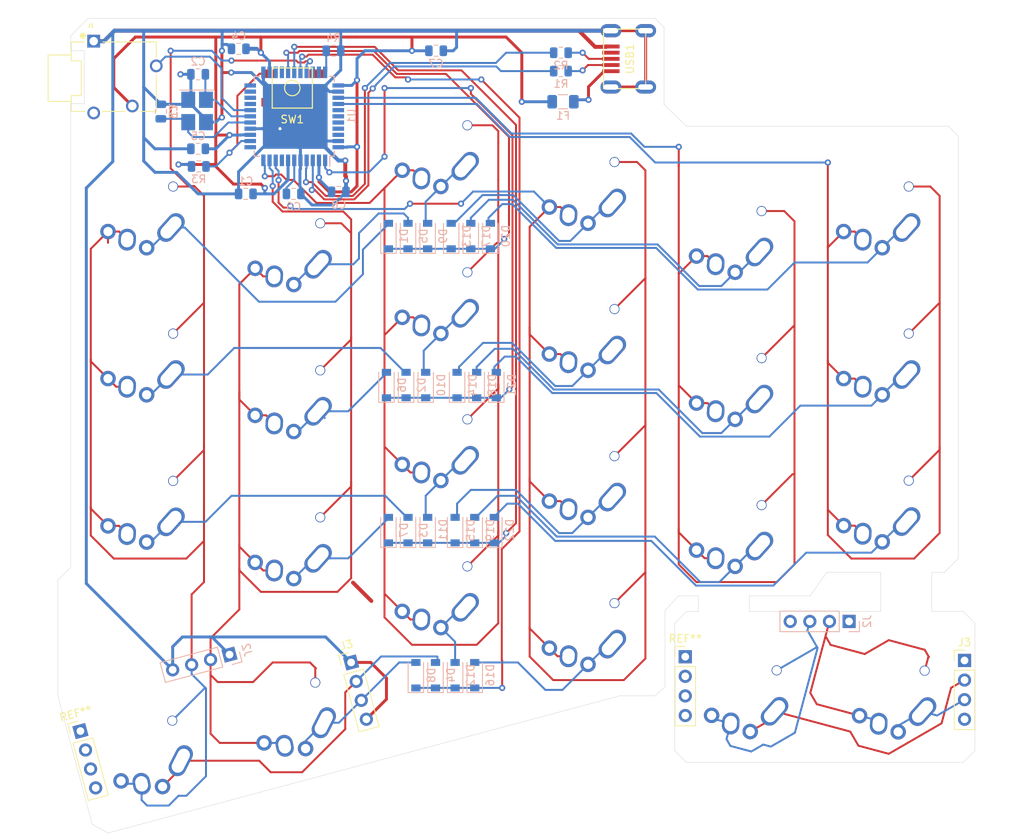
<source format=kicad_pcb>
(kicad_pcb (version 20171130) (host pcbnew "(5.1.4)-1")
  (layers (0 F.Cu signal) (31 B.Cu signal) (34 B.Paste user) (35 F.Paste user) (36 B.SilkS user) (37 F.SilkS user) (38 B.Mask user) (39 F.Mask user) (44 Edge.Cuts user))
  (net 0 "")
  (net 1 GND)
  (net 2 "Net-(C2-Pad1)")
  (net 3 "Net-(C3-Pad1)")
  (net 4 "Net-(C6-Pad1)")
  (net 5 "Net-(D1-Pad2)")
  (net 6 ROW0)
  (net 7 "Net-(D2-Pad2)")
  (net 8 ROW1)
  (net 9 "Net-(D3-Pad2)")
  (net 10 ROW2)
  (net 11 ROW3)
  (net 12 "Net-(D5-Pad2)")
  (net 13 "Net-(D6-Pad2)")
  (net 14 "Net-(D7-Pad2)")
  (net 15 "Net-(D9-Pad2)")
  (net 16 "Net-(D10-Pad2)")
  (net 17 "Net-(D11-Pad2)")
  (net 18 "Net-(D12-Pad2)")
  (net 19 "Net-(D13-Pad2)")
  (net 20 "Net-(D14-Pad2)")
  (net 21 "Net-(D15-Pad2)")
  (net 22 "Net-(D16-Pad2)")
  (net 23 "Net-(D17-Pad2)")
  (net 24 "Net-(D18-Pad2)")
  (net 25 "Net-(D19-Pad2)")
  (net 26 "Net-(D20-Pad2)")
  (net 27 "Net-(D21-Pad2)")
  (net 28 "Net-(D22-Pad2)")
  (net 29 VCC)
  (net 30 COL5)
  (net 31 COL4)
  (net 32 COL3)
  (net 33 COL2)
  (net 34 COL1)
  (net 35 COL0)
  (net 36 D-)
  (net 37 "Net-(R1-Pad1)")
  (net 38 D+)
  (net 39 "Net-(R2-Pad1)")
  (net 40 "Net-(R3-Pad2)")
  (net 41 "Net-(R4-Pad2)")
  (net 42 "Net-(U1-Pad42)")
  (net 43 "Net-(U1-Pad41)")
  (net 44 "Net-(U1-Pad40)")
  (net 45 "Net-(U1-Pad39)")
  (net 46 "Net-(U1-Pad38)")
  (net 47 "Net-(U1-Pad32)")
  (net 48 "Net-(U1-Pad31)")
  (net 49 "Net-(U1-Pad26)")
  (net 50 "Net-(U1-Pad25)")
  (net 51 "Net-(U1-Pad22)")
  (net 52 "Net-(U1-Pad21)")
  (net 53 "Net-(U1-Pad20)")
  (net 54 "Net-(U1-Pad19)")
  (net 55 "Net-(U1-Pad12)")
  (net 56 "Net-(U1-Pad8)")
  (net 57 "Net-(USB1-Pad2)")
  (net 58 SCL)
  (net 59 "Net-(J1-Pad4)")
  (net 60 +5V)
  (net 61 TH35)
  (net 62 TH34)
  (module random-keyboard-parts:breakaway-mousebites (layer F.Cu) (at 169.672 121.412)
    (fp_text reference REF**)
    (fp_text value breakaway-mousebites)
    (pad "" np_thru_hole circle (at 0 -0.254) (size 0.7874 0.7874) (drill 0.7874) (layers *.Cu *.Mask))
    (pad "" np_thru_hole circle (at 1.27 -0.254) (size 0.7874 0.7874) (drill 0.7874) (layers *.Cu *.Mask))
    (pad "" np_thru_hole circle (at 2.54 -0.254) (size 0.7874 0.7874) (drill 0.7874) (layers *.Cu *.Mask))
    (pad "" np_thru_hole circle (at -1.27 -0.254) (size 0.7874 0.7874) (drill 0.7874) (layers *.Cu *.Mask))
    (pad "" np_thru_hole circle (at -2.54 -0.254) (size 0.7874 0.7874) (drill 0.7874) (layers *.Cu *.Mask))
  )
  (module random-keyboard-parts:breakaway-mousebites (layer F.Cu) (at 169.672 123.444)
    (fp_text reference REF**)
    (fp_text value breakaway-mousebites)
    (pad "" np_thru_hole circle (at 0 -0.254) (size 0.7874 0.7874) (drill 0.7874) (layers *.Cu *.Mask))
    (pad "" np_thru_hole circle (at 1.27 -0.254) (size 0.7874 0.7874) (drill 0.7874) (layers *.Cu *.Mask))
    (pad "" np_thru_hole circle (at 2.54 -0.254) (size 0.7874 0.7874) (drill 0.7874) (layers *.Cu *.Mask))
    (pad "" np_thru_hole circle (at -1.27 -0.254) (size 0.7874 0.7874) (drill 0.7874) (layers *.Cu *.Mask))
    (pad "" np_thru_hole circle (at -2.54 -0.254) (size 0.7874 0.7874) (drill 0.7874) (layers *.Cu *.Mask))
  )
  (module random-keyboard-parts:breakaway-mousebites (layer F.Cu) (at 193.294 118.364)
    (fp_text reference REF**)
    (fp_text value breakaway-mousebites)
    (pad "" np_thru_hole circle (at -2.54 -0.254) (size 0.7874 0.7874) (drill 0.7874) (layers *.Cu *.Mask))
    (pad "" np_thru_hole circle (at -1.27 -0.254) (size 0.7874 0.7874) (drill 0.7874) (layers *.Cu *.Mask))
    (pad "" np_thru_hole circle (at 2.54 -0.254) (size 0.7874 0.7874) (drill 0.7874) (layers *.Cu *.Mask))
    (pad "" np_thru_hole circle (at 1.27 -0.254) (size 0.7874 0.7874) (drill 0.7874) (layers *.Cu *.Mask))
    (pad "" np_thru_hole circle (at 0 -0.254) (size 0.7874 0.7874) (drill 0.7874) (layers *.Cu *.Mask))
  )
  (module random-keyboard-parts:breakaway-mousebites (layer F.Cu) (at 193.294 123.698)
    (fp_text reference REF**)
    (fp_text value breakaway-mousebites)
    (pad "" np_thru_hole circle (at -2.54 -0.254) (size 0.7874 0.7874) (drill 0.7874) (layers *.Cu *.Mask))
    (pad "" np_thru_hole circle (at -1.27 -0.254) (size 0.7874 0.7874) (drill 0.7874) (layers *.Cu *.Mask))
    (pad "" np_thru_hole circle (at 2.54 -0.254) (size 0.7874 0.7874) (drill 0.7874) (layers *.Cu *.Mask))
    (pad "" np_thru_hole circle (at 1.27 -0.254) (size 0.7874 0.7874) (drill 0.7874) (layers *.Cu *.Mask))
    (pad "" np_thru_hole circle (at 0 -0.254) (size 0.7874 0.7874) (drill 0.7874) (layers *.Cu *.Mask))
  )
  (module MX_Alps_Hybrid:MX-Alps-Choc-X-1U-NoLED (layer F.Cu) (at 173.083601 132.849202 180)
    (fp_text reference MX4)
    (fp_text value MX-NoLED)
    (pad 2 thru_hole circle (at 0 -5.9 180) (size 2 2) (drill 1.2) (layers *.Cu *.Mask))
    (pad 1 thru_hole circle (at 5 -3.799999 180) (size 2 2) (drill 1.2) (layers *.Cu *.Mask))
    (pad "" np_thru_hole circle (at 0 0 180) (size 3.9878 3.9878) (drill 3.9878) (layers *.Cu *.Mask))
    (pad "" np_thru_hole oval (at -5.275 0 270) (size 1.75 2.175) (drill oval 1.75 2.175) (layers *.Cu *.Mask))
    (pad "" np_thru_hole oval (at 5.275 0 270) (size 1.75 2.175) (drill oval 1.75 2.175) (layers *.Cu *.Mask))
    (pad 1 thru_hole oval (at 2.525 -4.85 266.1) (size 2.831378 2.25) (drill oval 2 1.6) (layers *.Cu *.Mask))
    (pad 2 thru_hole oval (at -3.15 -3.275 228.1) (size 4.211556 2.25) (drill oval 3.3 1.6) (layers *.Cu *.Mask))
    (pad "" np_thru_hole oval (at -0.015 1.805 180) (size 5.1 1.5) (drill oval 5.1 1.5) (layers *.Cu *.Mask))
    (pad "" np_thru_hole oval (at -1.915 0.905 180) (size 0.5 4.1) (drill oval 0.5 4.1) (layers *.Cu *.Mask))
    (pad "" np_thru_hole oval (at -0.015 -0.895 180) (size 5.1 0.5) (drill oval 5.1 0.5) (layers *.Cu *.Mask))
    (pad "" np_thru_hole oval (at -0.015 2.705 180) (size 5.1 0.5) (drill oval 5.1 0.5) (layers *.Cu *.Mask))
    (pad "" np_thru_hole oval (at 2.285 0.905 180) (size 0.5 4.1) (drill oval 0.5 4.1) (layers *.Cu *.Mask))
    (pad "" np_thru_hole oval (at 1.89 0.90416 180) (size 0.5 4.1) (drill oval 0.5 4.1) (layers *.Cu *.Mask))
    (pad "" np_thru_hole oval (at -2.315 0.905 180) (size 0.5 4.1) (drill oval 0.5 4.1) (layers *.Cu *.Mask))
    (pad 1 thru_hole circle (at -3.429 2.032 180) (size 1.3 1.3) (drill 1.1) (layers *.Cu *.Mask))
  )
  (module Connector_PinHeader_2.54mm:PinHeader_1x04_P2.54mm_Vertical (layer F.Cu) (at 164.675073 129.050433)
    (fp_text reference REF** (at 0 -2.33) (layer F.SilkS))
    (fp_text value PinHeader_1x04_P2.54mm_Vertical)
    (pad 1 thru_hole rect (at 0 0) (size 1.7 1.7) (drill 1) (layers *.Cu *.Mask))
    (pad 2 thru_hole oval (at 0 2.54) (size 1.7 1.7) (drill 1) (layers *.Cu *.Mask))
    (pad 3 thru_hole oval (at 0 5.08) (size 1.7 1.7) (drill 1) (layers *.Cu *.Mask))
    (pad 4 thru_hole oval (at 0 7.62) (size 1.7 1.7) (drill 1) (layers *.Cu *.Mask))
  )
  (module Connector_PinHeader_2.54mm:PinHeader_1x04_P2.54mm_Vertical (layer F.Cu) (at 200.833607 129.535478)
    (fp_text reference J3 (at 0 -2.33) (layer F.SilkS))
    (fp_text value Conn_01x04_Female)
    (pad 1 thru_hole rect (at 0 0) (size 1.7 1.7) (drill 1) (layers *.Cu *.Mask))
    (pad 2 thru_hole oval (at 0 2.54) (size 1.7 1.7) (drill 1) (layers *.Cu *.Mask))
    (pad 3 thru_hole oval (at 0 5.08) (size 1.7 1.7) (drill 1) (layers *.Cu *.Mask))
    (pad 4 thru_hole oval (at 0 7.62) (size 1.7 1.7) (drill 1) (layers *.Cu *.Mask))
  )
  (module Connector_PinHeader_2.54mm:PinHeader_1x04_P2.54mm_Vertical (layer B.Cu) (at 185.885167 124.478215 90)
    (fp_text reference J2 (at 0 2.33 270) (layer B.SilkS) (effects (justify mirror)))
    (fp_text value Conn_01x04_Female)
    (pad 1 thru_hole rect (at 0 0 90) (size 1.7 1.7) (drill 1) (layers *.Cu *.Mask))
    (pad 2 thru_hole oval (at 0 -2.54 90) (size 1.7 1.7) (drill 1) (layers *.Cu *.Mask))
    (pad 3 thru_hole oval (at 0 -5.08 90) (size 1.7 1.7) (drill 1) (layers *.Cu *.Mask))
    (pad 4 thru_hole oval (at 0 -7.62 90) (size 1.7 1.7) (drill 1) (layers *.Cu *.Mask))
  )
  (module MX_Alps_Hybrid:MX-Alps-Choc-X-1U-NoLED (layer F.Cu) (at 192.24385 132.887503 180)
    (fp_text reference MX8)
    (fp_text value MX-NoLED)
    (pad 2 thru_hole circle (at 0 -5.9 180) (size 2 2) (drill 1.2) (layers *.Cu *.Mask))
    (pad 1 thru_hole circle (at 5 -3.799999 180) (size 2 2) (drill 1.2) (layers *.Cu *.Mask))
    (pad "" np_thru_hole circle (at 0 0 180) (size 3.9878 3.9878) (drill 3.9878) (layers *.Cu *.Mask))
    (pad "" np_thru_hole oval (at -5.275 0 270) (size 1.75 2.175) (drill oval 1.75 2.175) (layers *.Cu *.Mask))
    (pad "" np_thru_hole oval (at 5.275 0 270) (size 1.75 2.175) (drill oval 1.75 2.175) (layers *.Cu *.Mask))
    (pad 1 thru_hole oval (at 2.525 -4.85 266.1) (size 2.831378 2.25) (drill oval 2 1.6) (layers *.Cu *.Mask))
    (pad 2 thru_hole oval (at -3.15 -3.275 228.1) (size 4.211556 2.25) (drill oval 3.3 1.6) (layers *.Cu *.Mask))
    (pad "" np_thru_hole oval (at -0.015 1.805 180) (size 5.1 1.5) (drill oval 5.1 1.5) (layers *.Cu *.Mask))
    (pad "" np_thru_hole oval (at -1.915 0.905 180) (size 0.5 4.1) (drill oval 0.5 4.1) (layers *.Cu *.Mask))
    (pad "" np_thru_hole oval (at -0.015 -0.895 180) (size 5.1 0.5) (drill oval 5.1 0.5) (layers *.Cu *.Mask))
    (pad "" np_thru_hole oval (at -0.015 2.705 180) (size 5.1 0.5) (drill oval 5.1 0.5) (layers *.Cu *.Mask))
    (pad "" np_thru_hole oval (at 2.285 0.905 180) (size 0.5 4.1) (drill oval 0.5 4.1) (layers *.Cu *.Mask))
    (pad "" np_thru_hole oval (at 1.89 0.90416 180) (size 0.5 4.1) (drill oval 0.5 4.1) (layers *.Cu *.Mask))
    (pad "" np_thru_hole oval (at -2.315 0.905 180) (size 0.5 4.1) (drill oval 0.5 4.1) (layers *.Cu *.Mask))
    (pad 1 thru_hole circle (at -3.429 2.032 180) (size 1.3 1.3) (drill 1.1) (layers *.Cu *.Mask))
  )
  (module Capacitor_SMD:C_0805_2012Metric (layer B.Cu) (at 119.8095 68.834)
    (fp_text reference C8 (at 0 1.65) (layer B.SilkS) (effects (justify mirror)))
    (fp_text value 0.1uF)
    (pad 2 smd roundrect (at 0.9375 0) (size 0.975 1.4) (layers B.Cu B.Paste B.Mask) (net 1 GND))
    (pad 1 smd roundrect (at -0.9375 0) (size 0.975 1.4) (layers B.Cu B.Paste B.Mask) (net 60 +5V))
  )
  (module Connector_PinHeader_2.54mm:PinHeader_1x04_P2.54mm_Vertical (layer F.Cu) (at 121.412 129.794 15)
    (fp_text reference J3 (at 0 -2.33 15) (layer F.SilkS))
    (fp_text value Conn_01x04_Female)
    (pad 4 thru_hole oval (at 0 7.62 15) (size 1.7 1.7) (drill 1) (layers *.Cu *.Mask) (net 1 GND))
    (pad 3 thru_hole oval (at 0 5.08 15) (size 1.7 1.7) (drill 1) (layers *.Cu *.Mask) (net 62 TH34))
    (pad 2 thru_hole oval (at 0 2.54 15) (size 1.7 1.7) (drill 1) (layers *.Cu *.Mask) (net 61 TH35))
    (pad 1 thru_hole rect (at 0 0 15) (size 1.7 1.7) (drill 1) (layers *.Cu *.Mask) (net 1 GND))
  )
  (module Connector_PinHeader_2.54mm:PinHeader_1x04_P2.54mm_Vertical (layer B.Cu) (at 105.664 128.778 105)
    (fp_text reference J2 (at 0 2.33 285) (layer B.SilkS) (effects (justify mirror)))
    (fp_text value Conn_01x04_Female)
    (pad 4 thru_hole oval (at 0 -7.62 105) (size 1.7 1.7) (drill 1) (layers *.Cu *.Mask) (net 1 GND))
    (pad 3 thru_hole oval (at 0 -5.08 105) (size 1.7 1.7) (drill 1) (layers *.Cu *.Mask) (net 30 COL5))
    (pad 2 thru_hole oval (at 0 -2.54 105) (size 1.7 1.7) (drill 1) (layers *.Cu *.Mask) (net 31 COL4))
    (pad 1 thru_hole rect (at 0 0 105) (size 1.7 1.7) (drill 1) (layers *.Cu *.Mask) (net 1 GND))
  )
  (module Connector_PinHeader_2.54mm:PinHeader_1x04_P2.54mm_Vertical (layer F.Cu) (at 86.36 138.684 15)
    (fp_text reference REF** (at 0 -2.33 15) (layer F.SilkS))
    (fp_text value PinHeader_1x04_P2.54mm_Vertical)
    (pad 4 thru_hole oval (at 0 7.62 15) (size 1.7 1.7) (drill 1) (layers *.Cu *.Mask))
    (pad 3 thru_hole oval (at 0 5.08 15) (size 1.7 1.7) (drill 1) (layers *.Cu *.Mask))
    (pad 2 thru_hole oval (at 0 2.54 15) (size 1.7 1.7) (drill 1) (layers *.Cu *.Mask))
    (pad 1 thru_hole rect (at 0 0 15) (size 1.7 1.7) (drill 1) (layers *.Cu *.Mask))
  )
  (module MX_Alps_Hybrid:MX-Alps-Choc-X-1U-NoLED (layer F.Cu) (at 113.9825 135.255 195)
    (fp_text reference MX8)
    (fp_text value MX-NoLED)
    (pad 1 thru_hole circle (at -3.429 2.032 195) (size 1.3 1.3) (drill 1.1) (layers *.Cu *.Mask) (net 31 COL4))
    (pad "" np_thru_hole oval (at -2.315 0.905 195) (size 0.5 4.1) (drill oval 0.5 4.1) (layers *.Cu *.Mask))
    (pad "" np_thru_hole oval (at 1.89 0.90416 195) (size 0.5 4.1) (drill oval 0.5 4.1) (layers *.Cu *.Mask))
    (pad "" np_thru_hole oval (at 2.285 0.905 195) (size 0.5 4.1) (drill oval 0.5 4.1) (layers *.Cu *.Mask))
    (pad "" np_thru_hole oval (at -0.015 2.705 195) (size 5.1 0.5) (drill oval 5.1 0.5) (layers *.Cu *.Mask))
    (pad "" np_thru_hole oval (at -0.015 -0.895 195) (size 5.1 0.5) (drill oval 5.1 0.5) (layers *.Cu *.Mask))
    (pad "" np_thru_hole oval (at -1.915 0.905 195) (size 0.5 4.1) (drill oval 0.5 4.1) (layers *.Cu *.Mask))
    (pad "" np_thru_hole oval (at -0.015 1.805 195) (size 5.1 1.5) (drill oval 5.1 1.5) (layers *.Cu *.Mask))
    (pad 2 thru_hole oval (at -3.15 -3.275 243.1) (size 4.211556 2.25) (drill oval 3.3 1.6) (layers *.Cu *.Mask) (net 62 TH34))
    (pad 1 thru_hole oval (at 2.525 -4.85 281.1) (size 2.831378 2.25) (drill oval 2 1.6) (layers *.Cu *.Mask) (net 31 COL4))
    (pad "" np_thru_hole oval (at 5.275 0 285) (size 1.75 2.175) (drill oval 1.75 2.175) (layers *.Cu *.Mask))
    (pad "" np_thru_hole oval (at -5.275 0 285) (size 1.75 2.175) (drill oval 1.75 2.175) (layers *.Cu *.Mask))
    (pad "" np_thru_hole circle (at 0 0 195) (size 3.9878 3.9878) (drill 3.9878) (layers *.Cu *.Mask))
    (pad 1 thru_hole circle (at 5 -3.799999 195) (size 2 2) (drill 1.2) (layers *.Cu *.Mask) (net 31 COL4))
    (pad 2 thru_hole circle (at 0 -5.9 195) (size 2 2) (drill 1.2) (layers *.Cu *.Mask) (net 62 TH34))
  )
  (module MX_Alps_Hybrid:MX-Alps-Choc-X-1U-NoLED (layer F.Cu) (at 94.935521 108.301723 180)
    (fp_text reference MX3)
    (fp_text value MX-NoLED)
    (pad 1 thru_hole circle (at -3.429 2.032 180) (size 1.3 1.3) (drill 1.1) (layers *.Cu *.Mask) (net 30 COL5))
    (pad "" np_thru_hole oval (at -2.315 0.905 180) (size 0.5 4.1) (drill oval 0.5 4.1) (layers *.Cu *.Mask))
    (pad "" np_thru_hole oval (at 1.89 0.90416 180) (size 0.5 4.1) (drill oval 0.5 4.1) (layers *.Cu *.Mask))
    (pad "" np_thru_hole oval (at 2.285 0.905 180) (size 0.5 4.1) (drill oval 0.5 4.1) (layers *.Cu *.Mask))
    (pad "" np_thru_hole oval (at -0.015 2.705 180) (size 5.1 0.5) (drill oval 5.1 0.5) (layers *.Cu *.Mask))
    (pad "" np_thru_hole oval (at -0.015 -0.895 180) (size 5.1 0.5) (drill oval 5.1 0.5) (layers *.Cu *.Mask))
    (pad "" np_thru_hole oval (at -1.915 0.905 180) (size 0.5 4.1) (drill oval 0.5 4.1) (layers *.Cu *.Mask))
    (pad "" np_thru_hole oval (at -0.015 1.805 180) (size 5.1 1.5) (drill oval 5.1 1.5) (layers *.Cu *.Mask))
    (pad 2 thru_hole oval (at -3.15 -3.275 228.1) (size 4.211556 2.25) (drill oval 3.3 1.6) (layers *.Cu *.Mask) (net 9 "Net-(D3-Pad2)"))
    (pad 1 thru_hole oval (at 2.525 -4.85 266.1) (size 2.831378 2.25) (drill oval 2 1.6) (layers *.Cu *.Mask) (net 30 COL5))
    (pad "" np_thru_hole oval (at 5.275 0 270) (size 1.75 2.175) (drill oval 1.75 2.175) (layers *.Cu *.Mask))
    (pad "" np_thru_hole oval (at -5.275 0 270) (size 1.75 2.175) (drill oval 1.75 2.175) (layers *.Cu *.Mask))
    (pad "" np_thru_hole circle (at 0 0 180) (size 3.9878 3.9878) (drill 3.9878) (layers *.Cu *.Mask))
    (pad 1 thru_hole circle (at 5 -3.799999 180) (size 2 2) (drill 1.2) (layers *.Cu *.Mask) (net 30 COL5))
    (pad 2 thru_hole circle (at 0 -5.9 180) (size 2 2) (drill 1.2) (layers *.Cu *.Mask) (net 9 "Net-(D3-Pad2)"))
  )
  (module random-keyboard-parts:Molex-0548190589 (layer F.Cu) (at 159.54375 51.59375 180)
    (fp_text reference USB1 (at 2.032 0 90) (layer F.SilkS))
    (fp_text value Molex-0548190589)
    (pad 6 thru_hole oval (at 0 -3.65 180) (size 2.7 1.7) (drill oval 1.9 0.7) (layers *.Cu *.Mask) (net 1 GND))
    (pad 6 thru_hole oval (at 0 3.65 180) (size 2.7 1.7) (drill oval 1.9 0.7) (layers *.Cu *.Mask) (net 1 GND))
    (pad 6 thru_hole oval (at 4.5 3.65 180) (size 2.7 1.7) (drill oval 1.9 0.7) (layers *.Cu *.Mask) (net 1 GND))
    (pad 6 thru_hole oval (at 4.5 -3.65 180) (size 2.7 1.7) (drill oval 1.9 0.7) (layers *.Cu *.Mask) (net 1 GND))
    (pad 5 smd rect (at 4.5 -1.6 180) (size 2.25 0.5) (layers F.Cu F.Paste F.Mask) (net 29 VCC))
    (pad 4 smd rect (at 4.5 -0.8 180) (size 2.25 0.5) (layers F.Cu F.Paste F.Mask) (net 36 D-))
    (pad 3 smd rect (at 4.5 0 180) (size 2.25 0.5) (layers F.Cu F.Paste F.Mask) (net 38 D+))
    (pad 2 smd rect (at 4.5 0.8 180) (size 2.25 0.5) (layers F.Cu F.Paste F.Mask) (net 57 "Net-(USB1-Pad2)"))
    (pad 1 smd rect (at 4.5 1.6 180) (size 2.25 0.5) (layers F.Cu F.Paste F.Mask) (net 1 GND))
  )
  (module SJ-43514:CUI_SJ-43514 (layer F.Cu) (at 90.678 54.102)
    (fp_text reference J1 (at -2.979703 -6.81327) (layer F.SilkS) (effects (font (size 0.480598 0.480598))))
    (fp_text value AudioJack3)
    (pad None np_thru_hole circle (at 2.4 0) (size 1.1 1.1) (drill 1.1) (layers *.Cu *.Mask))
    (pad None np_thru_hole circle (at -2.6 0) (size 1.1 1.1) (drill 1.1) (layers *.Cu *.Mask))
    (pad 4 thru_hole circle (at -2.6 4.5) (size 1.65 1.65) (drill 1.1) (layers *.Cu *.Mask) (net 59 "Net-(J1-Pad4)"))
    (pad 3 thru_hole circle (at 5.5 -1.6) (size 1.65 1.65) (drill 1.1) (layers *.Cu *.Mask) (net 58 SCL))
    (pad 2 thru_hole circle (at 2.4 3.6) (size 1.65 1.65) (drill 1.1) (layers *.Cu *.Mask) (net 60 +5V))
    (pad 1 thru_hole rect (at -2.6 -4.8) (size 1.65 1.65) (drill 1.1) (layers *.Cu *.Mask) (net 1 GND))
  )
  (module MX_Alps_Hybrid:MX-Alps-Choc-X-1U-NoLED (layer F.Cu) (at 133.0325 62.23 180)
    (fp_text reference MX9)
    (fp_text value MX-NoLED)
    (pad 1 thru_hole circle (at -3.429 2.032 180) (size 1.3 1.3) (drill 1.1) (layers *.Cu *.Mask) (net 32 COL3))
    (pad "" np_thru_hole oval (at -2.315 0.905 180) (size 0.5 4.1) (drill oval 0.5 4.1) (layers *.Cu *.Mask))
    (pad "" np_thru_hole oval (at 1.89 0.90416 180) (size 0.5 4.1) (drill oval 0.5 4.1) (layers *.Cu *.Mask))
    (pad "" np_thru_hole oval (at 2.285 0.905 180) (size 0.5 4.1) (drill oval 0.5 4.1) (layers *.Cu *.Mask))
    (pad "" np_thru_hole oval (at -0.015 2.705 180) (size 5.1 0.5) (drill oval 5.1 0.5) (layers *.Cu *.Mask))
    (pad "" np_thru_hole oval (at -0.015 -0.895 180) (size 5.1 0.5) (drill oval 5.1 0.5) (layers *.Cu *.Mask))
    (pad "" np_thru_hole oval (at -1.915 0.905 180) (size 0.5 4.1) (drill oval 0.5 4.1) (layers *.Cu *.Mask))
    (pad "" np_thru_hole oval (at -0.015 1.805 180) (size 5.1 1.5) (drill oval 5.1 1.5) (layers *.Cu *.Mask))
    (pad 2 thru_hole oval (at -3.15 -3.275 228.1) (size 4.211556 2.25) (drill oval 3.3 1.6) (layers *.Cu *.Mask) (net 15 "Net-(D9-Pad2)"))
    (pad 1 thru_hole oval (at 2.525 -4.85 266.1) (size 2.831378 2.25) (drill oval 2 1.6) (layers *.Cu *.Mask) (net 32 COL3))
    (pad "" np_thru_hole oval (at 5.275 0 270) (size 1.75 2.175) (drill oval 1.75 2.175) (layers *.Cu *.Mask))
    (pad "" np_thru_hole oval (at -5.275 0 270) (size 1.75 2.175) (drill oval 1.75 2.175) (layers *.Cu *.Mask))
    (pad "" np_thru_hole circle (at 0 0 180) (size 3.9878 3.9878) (drill 3.9878) (layers *.Cu *.Mask))
    (pad 1 thru_hole circle (at 5 -3.799999 180) (size 2 2) (drill 1.2) (layers *.Cu *.Mask) (net 32 COL3))
    (pad 2 thru_hole circle (at 0 -5.9 180) (size 2 2) (drill 1.2) (layers *.Cu *.Mask) (net 15 "Net-(D9-Pad2)"))
  )
  (module MX_Alps_Hybrid:MX-Alps-Choc-X-1U-NoLED (layer F.Cu) (at 95.465208 140.177042 195)
    (fp_text reference MX4)
    (fp_text value MX-NoLED)
    (pad 1 thru_hole circle (at -3.429 2.032 195) (size 1.3 1.3) (drill 1.1) (layers *.Cu *.Mask) (net 30 COL5))
    (pad "" np_thru_hole oval (at -2.315 0.905 195) (size 0.5 4.1) (drill oval 0.5 4.1) (layers *.Cu *.Mask))
    (pad "" np_thru_hole oval (at 1.89 0.90416 195) (size 0.5 4.1) (drill oval 0.5 4.1) (layers *.Cu *.Mask))
    (pad "" np_thru_hole oval (at 2.285 0.905 195) (size 0.5 4.1) (drill oval 0.5 4.1) (layers *.Cu *.Mask))
    (pad "" np_thru_hole oval (at -0.015 2.705 195) (size 5.1 0.5) (drill oval 5.1 0.5) (layers *.Cu *.Mask))
    (pad "" np_thru_hole oval (at -0.015 -0.895 195) (size 5.1 0.5) (drill oval 5.1 0.5) (layers *.Cu *.Mask))
    (pad "" np_thru_hole oval (at -1.915 0.905 195) (size 0.5 4.1) (drill oval 0.5 4.1) (layers *.Cu *.Mask))
    (pad "" np_thru_hole oval (at -0.015 1.805 195) (size 5.1 1.5) (drill oval 5.1 1.5) (layers *.Cu *.Mask))
    (pad 2 thru_hole oval (at -3.15 -3.275 243.1) (size 4.211556 2.25) (drill oval 3.3 1.6) (layers *.Cu *.Mask) (net 61 TH35))
    (pad 1 thru_hole oval (at 2.525 -4.85 281.1) (size 2.831378 2.25) (drill oval 2 1.6) (layers *.Cu *.Mask) (net 30 COL5))
    (pad "" np_thru_hole oval (at 5.275 0 285) (size 1.75 2.175) (drill oval 1.75 2.175) (layers *.Cu *.Mask))
    (pad "" np_thru_hole oval (at -5.275 0 285) (size 1.75 2.175) (drill oval 1.75 2.175) (layers *.Cu *.Mask))
    (pad "" np_thru_hole circle (at 0 0 195) (size 3.9878 3.9878) (drill 3.9878) (layers *.Cu *.Mask))
    (pad 1 thru_hole circle (at 5 -3.799999 195) (size 2 2) (drill 1.2) (layers *.Cu *.Mask) (net 30 COL5))
    (pad 2 thru_hole circle (at 0 -5.9 195) (size 2 2) (drill 1.2) (layers *.Cu *.Mask) (net 61 TH35))
  )
  (module MX_Alps_Hybrid:MX-Alps-Choc-X-1U-NoLED (layer F.Cu) (at 190.1825 108.2675 180)
    (fp_text reference MX22)
    (fp_text value MX-NoLED)
    (pad 1 thru_hole circle (at -3.429 2.032 180) (size 1.3 1.3) (drill 1.1) (layers *.Cu *.Mask) (net 35 COL0))
    (pad "" np_thru_hole oval (at -2.315 0.905 180) (size 0.5 4.1) (drill oval 0.5 4.1) (layers *.Cu *.Mask))
    (pad "" np_thru_hole oval (at 1.89 0.90416 180) (size 0.5 4.1) (drill oval 0.5 4.1) (layers *.Cu *.Mask))
    (pad "" np_thru_hole oval (at 2.285 0.905 180) (size 0.5 4.1) (drill oval 0.5 4.1) (layers *.Cu *.Mask))
    (pad "" np_thru_hole oval (at -0.015 2.705 180) (size 5.1 0.5) (drill oval 5.1 0.5) (layers *.Cu *.Mask))
    (pad "" np_thru_hole oval (at -0.015 -0.895 180) (size 5.1 0.5) (drill oval 5.1 0.5) (layers *.Cu *.Mask))
    (pad "" np_thru_hole oval (at -1.915 0.905 180) (size 0.5 4.1) (drill oval 0.5 4.1) (layers *.Cu *.Mask))
    (pad "" np_thru_hole oval (at -0.015 1.805 180) (size 5.1 1.5) (drill oval 5.1 1.5) (layers *.Cu *.Mask))
    (pad 2 thru_hole oval (at -3.15 -3.275 228.1) (size 4.211556 2.25) (drill oval 3.3 1.6) (layers *.Cu *.Mask) (net 28 "Net-(D22-Pad2)"))
    (pad 1 thru_hole oval (at 2.525 -4.85 266.1) (size 2.831378 2.25) (drill oval 2 1.6) (layers *.Cu *.Mask) (net 35 COL0))
    (pad "" np_thru_hole oval (at 5.275 0 270) (size 1.75 2.175) (drill oval 1.75 2.175) (layers *.Cu *.Mask))
    (pad "" np_thru_hole oval (at -5.275 0 270) (size 1.75 2.175) (drill oval 1.75 2.175) (layers *.Cu *.Mask))
    (pad "" np_thru_hole circle (at 0 0 180) (size 3.9878 3.9878) (drill 3.9878) (layers *.Cu *.Mask))
    (pad 1 thru_hole circle (at 5 -3.799999 180) (size 2 2) (drill 1.2) (layers *.Cu *.Mask) (net 35 COL0))
    (pad 2 thru_hole circle (at 0 -5.9 180) (size 2 2) (drill 1.2) (layers *.Cu *.Mask) (net 28 "Net-(D22-Pad2)"))
  )
  (module MX_Alps_Hybrid:MX-Alps-Choc-X-1U-NoLED (layer F.Cu) (at 190.1825 89.2175 180)
    (fp_text reference MX21)
    (fp_text value MX-NoLED)
    (pad 1 thru_hole circle (at -3.429 2.032 180) (size 1.3 1.3) (drill 1.1) (layers *.Cu *.Mask) (net 35 COL0))
    (pad "" np_thru_hole oval (at -2.315 0.905 180) (size 0.5 4.1) (drill oval 0.5 4.1) (layers *.Cu *.Mask))
    (pad "" np_thru_hole oval (at 1.89 0.90416 180) (size 0.5 4.1) (drill oval 0.5 4.1) (layers *.Cu *.Mask))
    (pad "" np_thru_hole oval (at 2.285 0.905 180) (size 0.5 4.1) (drill oval 0.5 4.1) (layers *.Cu *.Mask))
    (pad "" np_thru_hole oval (at -0.015 2.705 180) (size 5.1 0.5) (drill oval 5.1 0.5) (layers *.Cu *.Mask))
    (pad "" np_thru_hole oval (at -0.015 -0.895 180) (size 5.1 0.5) (drill oval 5.1 0.5) (layers *.Cu *.Mask))
    (pad "" np_thru_hole oval (at -1.915 0.905 180) (size 0.5 4.1) (drill oval 0.5 4.1) (layers *.Cu *.Mask))
    (pad "" np_thru_hole oval (at -0.015 1.805 180) (size 5.1 1.5) (drill oval 5.1 1.5) (layers *.Cu *.Mask))
    (pad 2 thru_hole oval (at -3.15 -3.275 228.1) (size 4.211556 2.25) (drill oval 3.3 1.6) (layers *.Cu *.Mask) (net 27 "Net-(D21-Pad2)"))
    (pad 1 thru_hole oval (at 2.525 -4.85 266.1) (size 2.831378 2.25) (drill oval 2 1.6) (layers *.Cu *.Mask) (net 35 COL0))
    (pad "" np_thru_hole oval (at 5.275 0 270) (size 1.75 2.175) (drill oval 1.75 2.175) (layers *.Cu *.Mask))
    (pad "" np_thru_hole oval (at -5.275 0 270) (size 1.75 2.175) (drill oval 1.75 2.175) (layers *.Cu *.Mask))
    (pad "" np_thru_hole circle (at 0 0 180) (size 3.9878 3.9878) (drill 3.9878) (layers *.Cu *.Mask))
    (pad 1 thru_hole circle (at 5 -3.799999 180) (size 2 2) (drill 1.2) (layers *.Cu *.Mask) (net 35 COL0))
    (pad 2 thru_hole circle (at 0 -5.9 180) (size 2 2) (drill 1.2) (layers *.Cu *.Mask) (net 27 "Net-(D21-Pad2)"))
  )
  (module MX_Alps_Hybrid:MX-Alps-Choc-X-1U-NoLED (layer F.Cu) (at 190.1825 70.1675 180)
    (fp_text reference MX20)
    (fp_text value MX-NoLED)
    (pad 1 thru_hole circle (at -3.429 2.032 180) (size 1.3 1.3) (drill 1.1) (layers *.Cu *.Mask) (net 35 COL0))
    (pad "" np_thru_hole oval (at -2.315 0.905 180) (size 0.5 4.1) (drill oval 0.5 4.1) (layers *.Cu *.Mask))
    (pad "" np_thru_hole oval (at 1.89 0.90416 180) (size 0.5 4.1) (drill oval 0.5 4.1) (layers *.Cu *.Mask))
    (pad "" np_thru_hole oval (at 2.285 0.905 180) (size 0.5 4.1) (drill oval 0.5 4.1) (layers *.Cu *.Mask))
    (pad "" np_thru_hole oval (at -0.015 2.705 180) (size 5.1 0.5) (drill oval 5.1 0.5) (layers *.Cu *.Mask))
    (pad "" np_thru_hole oval (at -0.015 -0.895 180) (size 5.1 0.5) (drill oval 5.1 0.5) (layers *.Cu *.Mask))
    (pad "" np_thru_hole oval (at -1.915 0.905 180) (size 0.5 4.1) (drill oval 0.5 4.1) (layers *.Cu *.Mask))
    (pad "" np_thru_hole oval (at -0.015 1.805 180) (size 5.1 1.5) (drill oval 5.1 1.5) (layers *.Cu *.Mask))
    (pad 2 thru_hole oval (at -3.15 -3.275 228.1) (size 4.211556 2.25) (drill oval 3.3 1.6) (layers *.Cu *.Mask) (net 26 "Net-(D20-Pad2)"))
    (pad 1 thru_hole oval (at 2.525 -4.85 266.1) (size 2.831378 2.25) (drill oval 2 1.6) (layers *.Cu *.Mask) (net 35 COL0))
    (pad "" np_thru_hole oval (at 5.275 0 270) (size 1.75 2.175) (drill oval 1.75 2.175) (layers *.Cu *.Mask))
    (pad "" np_thru_hole oval (at -5.275 0 270) (size 1.75 2.175) (drill oval 1.75 2.175) (layers *.Cu *.Mask))
    (pad "" np_thru_hole circle (at 0 0 180) (size 3.9878 3.9878) (drill 3.9878) (layers *.Cu *.Mask))
    (pad 1 thru_hole circle (at 5 -3.799999 180) (size 2 2) (drill 1.2) (layers *.Cu *.Mask) (net 35 COL0))
    (pad 2 thru_hole circle (at 0 -5.9 180) (size 2 2) (drill 1.2) (layers *.Cu *.Mask) (net 26 "Net-(D20-Pad2)"))
  )
  (module MX_Alps_Hybrid:MX-Alps-Choc-X-1U-NoLED (layer F.Cu) (at 171.1325 111.4425 180)
    (fp_text reference MX19)
    (fp_text value MX-NoLED)
    (pad 1 thru_hole circle (at -3.429 2.032 180) (size 1.3 1.3) (drill 1.1) (layers *.Cu *.Mask) (net 34 COL1))
    (pad "" np_thru_hole oval (at -2.315 0.905 180) (size 0.5 4.1) (drill oval 0.5 4.1) (layers *.Cu *.Mask))
    (pad "" np_thru_hole oval (at 1.89 0.90416 180) (size 0.5 4.1) (drill oval 0.5 4.1) (layers *.Cu *.Mask))
    (pad "" np_thru_hole oval (at 2.285 0.905 180) (size 0.5 4.1) (drill oval 0.5 4.1) (layers *.Cu *.Mask))
    (pad "" np_thru_hole oval (at -0.015 2.705 180) (size 5.1 0.5) (drill oval 5.1 0.5) (layers *.Cu *.Mask))
    (pad "" np_thru_hole oval (at -0.015 -0.895 180) (size 5.1 0.5) (drill oval 5.1 0.5) (layers *.Cu *.Mask))
    (pad "" np_thru_hole oval (at -1.915 0.905 180) (size 0.5 4.1) (drill oval 0.5 4.1) (layers *.Cu *.Mask))
    (pad "" np_thru_hole oval (at -0.015 1.805 180) (size 5.1 1.5) (drill oval 5.1 1.5) (layers *.Cu *.Mask))
    (pad 2 thru_hole oval (at -3.15 -3.275 228.1) (size 4.211556 2.25) (drill oval 3.3 1.6) (layers *.Cu *.Mask) (net 25 "Net-(D19-Pad2)"))
    (pad 1 thru_hole oval (at 2.525 -4.85 266.1) (size 2.831378 2.25) (drill oval 2 1.6) (layers *.Cu *.Mask) (net 34 COL1))
    (pad "" np_thru_hole oval (at 5.275 0 270) (size 1.75 2.175) (drill oval 1.75 2.175) (layers *.Cu *.Mask))
    (pad "" np_thru_hole oval (at -5.275 0 270) (size 1.75 2.175) (drill oval 1.75 2.175) (layers *.Cu *.Mask))
    (pad "" np_thru_hole circle (at 0 0 180) (size 3.9878 3.9878) (drill 3.9878) (layers *.Cu *.Mask))
    (pad 1 thru_hole circle (at 5 -3.799999 180) (size 2 2) (drill 1.2) (layers *.Cu *.Mask) (net 34 COL1))
    (pad 2 thru_hole circle (at 0 -5.9 180) (size 2 2) (drill 1.2) (layers *.Cu *.Mask) (net 25 "Net-(D19-Pad2)"))
  )
  (module MX_Alps_Hybrid:MX-Alps-Choc-X-1U-NoLED (layer F.Cu) (at 171.1325 92.3925 180)
    (fp_text reference MX18)
    (fp_text value MX-NoLED)
    (pad 1 thru_hole circle (at -3.429 2.032 180) (size 1.3 1.3) (drill 1.1) (layers *.Cu *.Mask) (net 34 COL1))
    (pad "" np_thru_hole oval (at -2.315 0.905 180) (size 0.5 4.1) (drill oval 0.5 4.1) (layers *.Cu *.Mask))
    (pad "" np_thru_hole oval (at 1.89 0.90416 180) (size 0.5 4.1) (drill oval 0.5 4.1) (layers *.Cu *.Mask))
    (pad "" np_thru_hole oval (at 2.285 0.905 180) (size 0.5 4.1) (drill oval 0.5 4.1) (layers *.Cu *.Mask))
    (pad "" np_thru_hole oval (at -0.015 2.705 180) (size 5.1 0.5) (drill oval 5.1 0.5) (layers *.Cu *.Mask))
    (pad "" np_thru_hole oval (at -0.015 -0.895 180) (size 5.1 0.5) (drill oval 5.1 0.5) (layers *.Cu *.Mask))
    (pad "" np_thru_hole oval (at -1.915 0.905 180) (size 0.5 4.1) (drill oval 0.5 4.1) (layers *.Cu *.Mask))
    (pad "" np_thru_hole oval (at -0.015 1.805 180) (size 5.1 1.5) (drill oval 5.1 1.5) (layers *.Cu *.Mask))
    (pad 2 thru_hole oval (at -3.15 -3.275 228.1) (size 4.211556 2.25) (drill oval 3.3 1.6) (layers *.Cu *.Mask) (net 24 "Net-(D18-Pad2)"))
    (pad 1 thru_hole oval (at 2.525 -4.85 266.1) (size 2.831378 2.25) (drill oval 2 1.6) (layers *.Cu *.Mask) (net 34 COL1))
    (pad "" np_thru_hole oval (at 5.275 0 270) (size 1.75 2.175) (drill oval 1.75 2.175) (layers *.Cu *.Mask))
    (pad "" np_thru_hole oval (at -5.275 0 270) (size 1.75 2.175) (drill oval 1.75 2.175) (layers *.Cu *.Mask))
    (pad "" np_thru_hole circle (at 0 0 180) (size 3.9878 3.9878) (drill 3.9878) (layers *.Cu *.Mask))
    (pad 1 thru_hole circle (at 5 -3.799999 180) (size 2 2) (drill 1.2) (layers *.Cu *.Mask) (net 34 COL1))
    (pad 2 thru_hole circle (at 0 -5.9 180) (size 2 2) (drill 1.2) (layers *.Cu *.Mask) (net 24 "Net-(D18-Pad2)"))
  )
  (module MX_Alps_Hybrid:MX-Alps-Choc-X-1U-NoLED (layer F.Cu) (at 171.1325 73.3425 180)
    (fp_text reference MX17)
    (fp_text value MX-NoLED)
    (pad 1 thru_hole circle (at -3.429 2.032 180) (size 1.3 1.3) (drill 1.1) (layers *.Cu *.Mask) (net 34 COL1))
    (pad "" np_thru_hole oval (at -2.315 0.905 180) (size 0.5 4.1) (drill oval 0.5 4.1) (layers *.Cu *.Mask))
    (pad "" np_thru_hole oval (at 1.89 0.90416 180) (size 0.5 4.1) (drill oval 0.5 4.1) (layers *.Cu *.Mask))
    (pad "" np_thru_hole oval (at 2.285 0.905 180) (size 0.5 4.1) (drill oval 0.5 4.1) (layers *.Cu *.Mask))
    (pad "" np_thru_hole oval (at -0.015 2.705 180) (size 5.1 0.5) (drill oval 5.1 0.5) (layers *.Cu *.Mask))
    (pad "" np_thru_hole oval (at -0.015 -0.895 180) (size 5.1 0.5) (drill oval 5.1 0.5) (layers *.Cu *.Mask))
    (pad "" np_thru_hole oval (at -1.915 0.905 180) (size 0.5 4.1) (drill oval 0.5 4.1) (layers *.Cu *.Mask))
    (pad "" np_thru_hole oval (at -0.015 1.805 180) (size 5.1 1.5) (drill oval 5.1 1.5) (layers *.Cu *.Mask))
    (pad 2 thru_hole oval (at -3.15 -3.275 228.1) (size 4.211556 2.25) (drill oval 3.3 1.6) (layers *.Cu *.Mask) (net 23 "Net-(D17-Pad2)"))
    (pad 1 thru_hole oval (at 2.525 -4.85 266.1) (size 2.831378 2.25) (drill oval 2 1.6) (layers *.Cu *.Mask) (net 34 COL1))
    (pad "" np_thru_hole oval (at 5.275 0 270) (size 1.75 2.175) (drill oval 1.75 2.175) (layers *.Cu *.Mask))
    (pad "" np_thru_hole oval (at -5.275 0 270) (size 1.75 2.175) (drill oval 1.75 2.175) (layers *.Cu *.Mask))
    (pad "" np_thru_hole circle (at 0 0 180) (size 3.9878 3.9878) (drill 3.9878) (layers *.Cu *.Mask))
    (pad 1 thru_hole circle (at 5 -3.799999 180) (size 2 2) (drill 1.2) (layers *.Cu *.Mask) (net 34 COL1))
    (pad 2 thru_hole circle (at 0 -5.9 180) (size 2 2) (drill 1.2) (layers *.Cu *.Mask) (net 23 "Net-(D17-Pad2)"))
  )
  (module MX_Alps_Hybrid:MX-Alps-Choc-X-1U-NoLED (layer F.Cu) (at 152.0825 124.1425 180)
    (fp_text reference MX16)
    (fp_text value MX-NoLED)
    (pad 1 thru_hole circle (at -3.429 2.032 180) (size 1.3 1.3) (drill 1.1) (layers *.Cu *.Mask) (net 33 COL2))
    (pad "" np_thru_hole oval (at -2.315 0.905 180) (size 0.5 4.1) (drill oval 0.5 4.1) (layers *.Cu *.Mask))
    (pad "" np_thru_hole oval (at 1.89 0.90416 180) (size 0.5 4.1) (drill oval 0.5 4.1) (layers *.Cu *.Mask))
    (pad "" np_thru_hole oval (at 2.285 0.905 180) (size 0.5 4.1) (drill oval 0.5 4.1) (layers *.Cu *.Mask))
    (pad "" np_thru_hole oval (at -0.015 2.705 180) (size 5.1 0.5) (drill oval 5.1 0.5) (layers *.Cu *.Mask))
    (pad "" np_thru_hole oval (at -0.015 -0.895 180) (size 5.1 0.5) (drill oval 5.1 0.5) (layers *.Cu *.Mask))
    (pad "" np_thru_hole oval (at -1.915 0.905 180) (size 0.5 4.1) (drill oval 0.5 4.1) (layers *.Cu *.Mask))
    (pad "" np_thru_hole oval (at -0.015 1.805 180) (size 5.1 1.5) (drill oval 5.1 1.5) (layers *.Cu *.Mask))
    (pad 2 thru_hole oval (at -3.15 -3.275 228.1) (size 4.211556 2.25) (drill oval 3.3 1.6) (layers *.Cu *.Mask) (net 22 "Net-(D16-Pad2)"))
    (pad 1 thru_hole oval (at 2.525 -4.85 266.1) (size 2.831378 2.25) (drill oval 2 1.6) (layers *.Cu *.Mask) (net 33 COL2))
    (pad "" np_thru_hole oval (at 5.275 0 270) (size 1.75 2.175) (drill oval 1.75 2.175) (layers *.Cu *.Mask))
    (pad "" np_thru_hole oval (at -5.275 0 270) (size 1.75 2.175) (drill oval 1.75 2.175) (layers *.Cu *.Mask))
    (pad "" np_thru_hole circle (at 0 0 180) (size 3.9878 3.9878) (drill 3.9878) (layers *.Cu *.Mask))
    (pad 1 thru_hole circle (at 5 -3.799999 180) (size 2 2) (drill 1.2) (layers *.Cu *.Mask) (net 33 COL2))
    (pad 2 thru_hole circle (at 0 -5.9 180) (size 2 2) (drill 1.2) (layers *.Cu *.Mask) (net 22 "Net-(D16-Pad2)"))
  )
  (module MX_Alps_Hybrid:MX-Alps-Choc-X-1U-NoLED (layer F.Cu) (at 152.0825 105.0925 180)
    (fp_text reference MX15)
    (fp_text value MX-NoLED)
    (pad 1 thru_hole circle (at -3.429 2.032 180) (size 1.3 1.3) (drill 1.1) (layers *.Cu *.Mask) (net 33 COL2))
    (pad "" np_thru_hole oval (at -2.315 0.905 180) (size 0.5 4.1) (drill oval 0.5 4.1) (layers *.Cu *.Mask))
    (pad "" np_thru_hole oval (at 1.89 0.90416 180) (size 0.5 4.1) (drill oval 0.5 4.1) (layers *.Cu *.Mask))
    (pad "" np_thru_hole oval (at 2.285 0.905 180) (size 0.5 4.1) (drill oval 0.5 4.1) (layers *.Cu *.Mask))
    (pad "" np_thru_hole oval (at -0.015 2.705 180) (size 5.1 0.5) (drill oval 5.1 0.5) (layers *.Cu *.Mask))
    (pad "" np_thru_hole oval (at -0.015 -0.895 180) (size 5.1 0.5) (drill oval 5.1 0.5) (layers *.Cu *.Mask))
    (pad "" np_thru_hole oval (at -1.915 0.905 180) (size 0.5 4.1) (drill oval 0.5 4.1) (layers *.Cu *.Mask))
    (pad "" np_thru_hole oval (at -0.015 1.805 180) (size 5.1 1.5) (drill oval 5.1 1.5) (layers *.Cu *.Mask))
    (pad 2 thru_hole oval (at -3.15 -3.275 228.1) (size 4.211556 2.25) (drill oval 3.3 1.6) (layers *.Cu *.Mask) (net 21 "Net-(D15-Pad2)"))
    (pad 1 thru_hole oval (at 2.525 -4.85 266.1) (size 2.831378 2.25) (drill oval 2 1.6) (layers *.Cu *.Mask) (net 33 COL2))
    (pad "" np_thru_hole oval (at 5.275 0 270) (size 1.75 2.175) (drill oval 1.75 2.175) (layers *.Cu *.Mask))
    (pad "" np_thru_hole oval (at -5.275 0 270) (size 1.75 2.175) (drill oval 1.75 2.175) (layers *.Cu *.Mask))
    (pad "" np_thru_hole circle (at 0 0 180) (size 3.9878 3.9878) (drill 3.9878) (layers *.Cu *.Mask))
    (pad 1 thru_hole circle (at 5 -3.799999 180) (size 2 2) (drill 1.2) (layers *.Cu *.Mask) (net 33 COL2))
    (pad 2 thru_hole circle (at 0 -5.9 180) (size 2 2) (drill 1.2) (layers *.Cu *.Mask) (net 21 "Net-(D15-Pad2)"))
  )
  (module MX_Alps_Hybrid:MX-Alps-Choc-X-1U-NoLED (layer F.Cu) (at 152.0825 86.0425 180)
    (fp_text reference MX14)
    (fp_text value MX-NoLED)
    (pad 1 thru_hole circle (at -3.429 2.032 180) (size 1.3 1.3) (drill 1.1) (layers *.Cu *.Mask) (net 33 COL2))
    (pad "" np_thru_hole oval (at -2.315 0.905 180) (size 0.5 4.1) (drill oval 0.5 4.1) (layers *.Cu *.Mask))
    (pad "" np_thru_hole oval (at 1.89 0.90416 180) (size 0.5 4.1) (drill oval 0.5 4.1) (layers *.Cu *.Mask))
    (pad "" np_thru_hole oval (at 2.285 0.905 180) (size 0.5 4.1) (drill oval 0.5 4.1) (layers *.Cu *.Mask))
    (pad "" np_thru_hole oval (at -0.015 2.705 180) (size 5.1 0.5) (drill oval 5.1 0.5) (layers *.Cu *.Mask))
    (pad "" np_thru_hole oval (at -0.015 -0.895 180) (size 5.1 0.5) (drill oval 5.1 0.5) (layers *.Cu *.Mask))
    (pad "" np_thru_hole oval (at -1.915 0.905 180) (size 0.5 4.1) (drill oval 0.5 4.1) (layers *.Cu *.Mask))
    (pad "" np_thru_hole oval (at -0.015 1.805 180) (size 5.1 1.5) (drill oval 5.1 1.5) (layers *.Cu *.Mask))
    (pad 2 thru_hole oval (at -3.15 -3.275 228.1) (size 4.211556 2.25) (drill oval 3.3 1.6) (layers *.Cu *.Mask) (net 20 "Net-(D14-Pad2)"))
    (pad 1 thru_hole oval (at 2.525 -4.85 266.1) (size 2.831378 2.25) (drill oval 2 1.6) (layers *.Cu *.Mask) (net 33 COL2))
    (pad "" np_thru_hole oval (at 5.275 0 270) (size 1.75 2.175) (drill oval 1.75 2.175) (layers *.Cu *.Mask))
    (pad "" np_thru_hole oval (at -5.275 0 270) (size 1.75 2.175) (drill oval 1.75 2.175) (layers *.Cu *.Mask))
    (pad "" np_thru_hole circle (at 0 0 180) (size 3.9878 3.9878) (drill 3.9878) (layers *.Cu *.Mask))
    (pad 1 thru_hole circle (at 5 -3.799999 180) (size 2 2) (drill 1.2) (layers *.Cu *.Mask) (net 33 COL2))
    (pad 2 thru_hole circle (at 0 -5.9 180) (size 2 2) (drill 1.2) (layers *.Cu *.Mask) (net 20 "Net-(D14-Pad2)"))
  )
  (module MX_Alps_Hybrid:MX-Alps-Choc-X-1U-NoLED (layer F.Cu) (at 152.0825 66.9925 180)
    (fp_text reference MX13)
    (fp_text value MX-NoLED)
    (pad 1 thru_hole circle (at -3.429 2.032 180) (size 1.3 1.3) (drill 1.1) (layers *.Cu *.Mask) (net 33 COL2))
    (pad "" np_thru_hole oval (at -2.315 0.905 180) (size 0.5 4.1) (drill oval 0.5 4.1) (layers *.Cu *.Mask))
    (pad "" np_thru_hole oval (at 1.89 0.90416 180) (size 0.5 4.1) (drill oval 0.5 4.1) (layers *.Cu *.Mask))
    (pad "" np_thru_hole oval (at 2.285 0.905 180) (size 0.5 4.1) (drill oval 0.5 4.1) (layers *.Cu *.Mask))
    (pad "" np_thru_hole oval (at -0.015 2.705 180) (size 5.1 0.5) (drill oval 5.1 0.5) (layers *.Cu *.Mask))
    (pad "" np_thru_hole oval (at -0.015 -0.895 180) (size 5.1 0.5) (drill oval 5.1 0.5) (layers *.Cu *.Mask))
    (pad "" np_thru_hole oval (at -1.915 0.905 180) (size 0.5 4.1) (drill oval 0.5 4.1) (layers *.Cu *.Mask))
    (pad "" np_thru_hole oval (at -0.015 1.805 180) (size 5.1 1.5) (drill oval 5.1 1.5) (layers *.Cu *.Mask))
    (pad 2 thru_hole oval (at -3.15 -3.275 228.1) (size 4.211556 2.25) (drill oval 3.3 1.6) (layers *.Cu *.Mask) (net 19 "Net-(D13-Pad2)"))
    (pad 1 thru_hole oval (at 2.525 -4.85 266.1) (size 2.831378 2.25) (drill oval 2 1.6) (layers *.Cu *.Mask) (net 33 COL2))
    (pad "" np_thru_hole oval (at 5.275 0 270) (size 1.75 2.175) (drill oval 1.75 2.175) (layers *.Cu *.Mask))
    (pad "" np_thru_hole oval (at -5.275 0 270) (size 1.75 2.175) (drill oval 1.75 2.175) (layers *.Cu *.Mask))
    (pad "" np_thru_hole circle (at 0 0 180) (size 3.9878 3.9878) (drill 3.9878) (layers *.Cu *.Mask))
    (pad 1 thru_hole circle (at 5 -3.799999 180) (size 2 2) (drill 1.2) (layers *.Cu *.Mask) (net 33 COL2))
    (pad 2 thru_hole circle (at 0 -5.9 180) (size 2 2) (drill 1.2) (layers *.Cu *.Mask) (net 19 "Net-(D13-Pad2)"))
  )
  (module MX_Alps_Hybrid:MX-Alps-Choc-X-1U-NoLED (layer F.Cu) (at 133.0325 119.38 180)
    (fp_text reference MX12)
    (fp_text value MX-NoLED)
    (pad 1 thru_hole circle (at -3.429 2.032 180) (size 1.3 1.3) (drill 1.1) (layers *.Cu *.Mask) (net 32 COL3))
    (pad "" np_thru_hole oval (at -2.315 0.905 180) (size 0.5 4.1) (drill oval 0.5 4.1) (layers *.Cu *.Mask))
    (pad "" np_thru_hole oval (at 1.89 0.90416 180) (size 0.5 4.1) (drill oval 0.5 4.1) (layers *.Cu *.Mask))
    (pad "" np_thru_hole oval (at 2.285 0.905 180) (size 0.5 4.1) (drill oval 0.5 4.1) (layers *.Cu *.Mask))
    (pad "" np_thru_hole oval (at -0.015 2.705 180) (size 5.1 0.5) (drill oval 5.1 0.5) (layers *.Cu *.Mask))
    (pad "" np_thru_hole oval (at -0.015 -0.895 180) (size 5.1 0.5) (drill oval 5.1 0.5) (layers *.Cu *.Mask))
    (pad "" np_thru_hole oval (at -1.915 0.905 180) (size 0.5 4.1) (drill oval 0.5 4.1) (layers *.Cu *.Mask))
    (pad "" np_thru_hole oval (at -0.015 1.805 180) (size 5.1 1.5) (drill oval 5.1 1.5) (layers *.Cu *.Mask))
    (pad 2 thru_hole oval (at -3.15 -3.275 228.1) (size 4.211556 2.25) (drill oval 3.3 1.6) (layers *.Cu *.Mask) (net 18 "Net-(D12-Pad2)"))
    (pad 1 thru_hole oval (at 2.525 -4.85 266.1) (size 2.831378 2.25) (drill oval 2 1.6) (layers *.Cu *.Mask) (net 32 COL3))
    (pad "" np_thru_hole oval (at 5.275 0 270) (size 1.75 2.175) (drill oval 1.75 2.175) (layers *.Cu *.Mask))
    (pad "" np_thru_hole oval (at -5.275 0 270) (size 1.75 2.175) (drill oval 1.75 2.175) (layers *.Cu *.Mask))
    (pad "" np_thru_hole circle (at 0 0 180) (size 3.9878 3.9878) (drill 3.9878) (layers *.Cu *.Mask))
    (pad 1 thru_hole circle (at 5 -3.799999 180) (size 2 2) (drill 1.2) (layers *.Cu *.Mask) (net 32 COL3))
    (pad 2 thru_hole circle (at 0 -5.9 180) (size 2 2) (drill 1.2) (layers *.Cu *.Mask) (net 18 "Net-(D12-Pad2)"))
  )
  (module MX_Alps_Hybrid:MX-Alps-Choc-X-1U-NoLED (layer F.Cu) (at 133.0325 100.33 180)
    (fp_text reference MX11)
    (fp_text value MX-NoLED)
    (pad 1 thru_hole circle (at -3.429 2.032 180) (size 1.3 1.3) (drill 1.1) (layers *.Cu *.Mask) (net 32 COL3))
    (pad "" np_thru_hole oval (at -2.315 0.905 180) (size 0.5 4.1) (drill oval 0.5 4.1) (layers *.Cu *.Mask))
    (pad "" np_thru_hole oval (at 1.89 0.90416 180) (size 0.5 4.1) (drill oval 0.5 4.1) (layers *.Cu *.Mask))
    (pad "" np_thru_hole oval (at 2.285 0.905 180) (size 0.5 4.1) (drill oval 0.5 4.1) (layers *.Cu *.Mask))
    (pad "" np_thru_hole oval (at -0.015 2.705 180) (size 5.1 0.5) (drill oval 5.1 0.5) (layers *.Cu *.Mask))
    (pad "" np_thru_hole oval (at -0.015 -0.895 180) (size 5.1 0.5) (drill oval 5.1 0.5) (layers *.Cu *.Mask))
    (pad "" np_thru_hole oval (at -1.915 0.905 180) (size 0.5 4.1) (drill oval 0.5 4.1) (layers *.Cu *.Mask))
    (pad "" np_thru_hole oval (at -0.015 1.805 180) (size 5.1 1.5) (drill oval 5.1 1.5) (layers *.Cu *.Mask))
    (pad 2 thru_hole oval (at -3.15 -3.275 228.1) (size 4.211556 2.25) (drill oval 3.3 1.6) (layers *.Cu *.Mask) (net 17 "Net-(D11-Pad2)"))
    (pad 1 thru_hole oval (at 2.525 -4.85 266.1) (size 2.831378 2.25) (drill oval 2 1.6) (layers *.Cu *.Mask) (net 32 COL3))
    (pad "" np_thru_hole oval (at 5.275 0 270) (size 1.75 2.175) (drill oval 1.75 2.175) (layers *.Cu *.Mask))
    (pad "" np_thru_hole oval (at -5.275 0 270) (size 1.75 2.175) (drill oval 1.75 2.175) (layers *.Cu *.Mask))
    (pad "" np_thru_hole circle (at 0 0 180) (size 3.9878 3.9878) (drill 3.9878) (layers *.Cu *.Mask))
    (pad 1 thru_hole circle (at 5 -3.799999 180) (size 2 2) (drill 1.2) (layers *.Cu *.Mask) (net 32 COL3))
    (pad 2 thru_hole circle (at 0 -5.9 180) (size 2 2) (drill 1.2) (layers *.Cu *.Mask) (net 17 "Net-(D11-Pad2)"))
  )
  (module MX_Alps_Hybrid:MX-Alps-Choc-X-1U-NoLED (layer F.Cu) (at 133.0325 81.28 180)
    (fp_text reference MX10)
    (fp_text value MX-NoLED)
    (pad 1 thru_hole circle (at -3.429 2.032 180) (size 1.3 1.3) (drill 1.1) (layers *.Cu *.Mask) (net 32 COL3))
    (pad "" np_thru_hole oval (at -2.315 0.905 180) (size 0.5 4.1) (drill oval 0.5 4.1) (layers *.Cu *.Mask))
    (pad "" np_thru_hole oval (at 1.89 0.90416 180) (size 0.5 4.1) (drill oval 0.5 4.1) (layers *.Cu *.Mask))
    (pad "" np_thru_hole oval (at 2.285 0.905 180) (size 0.5 4.1) (drill oval 0.5 4.1) (layers *.Cu *.Mask))
    (pad "" np_thru_hole oval (at -0.015 2.705 180) (size 5.1 0.5) (drill oval 5.1 0.5) (layers *.Cu *.Mask))
    (pad "" np_thru_hole oval (at -0.015 -0.895 180) (size 5.1 0.5) (drill oval 5.1 0.5) (layers *.Cu *.Mask))
    (pad "" np_thru_hole oval (at -1.915 0.905 180) (size 0.5 4.1) (drill oval 0.5 4.1) (layers *.Cu *.Mask))
    (pad "" np_thru_hole oval (at -0.015 1.805 180) (size 5.1 1.5) (drill oval 5.1 1.5) (layers *.Cu *.Mask))
    (pad 2 thru_hole oval (at -3.15 -3.275 228.1) (size 4.211556 2.25) (drill oval 3.3 1.6) (layers *.Cu *.Mask) (net 16 "Net-(D10-Pad2)"))
    (pad 1 thru_hole oval (at 2.525 -4.85 266.1) (size 2.831378 2.25) (drill oval 2 1.6) (layers *.Cu *.Mask) (net 32 COL3))
    (pad "" np_thru_hole oval (at 5.275 0 270) (size 1.75 2.175) (drill oval 1.75 2.175) (layers *.Cu *.Mask))
    (pad "" np_thru_hole oval (at -5.275 0 270) (size 1.75 2.175) (drill oval 1.75 2.175) (layers *.Cu *.Mask))
    (pad "" np_thru_hole circle (at 0 0 180) (size 3.9878 3.9878) (drill 3.9878) (layers *.Cu *.Mask))
    (pad 1 thru_hole circle (at 5 -3.799999 180) (size 2 2) (drill 1.2) (layers *.Cu *.Mask) (net 32 COL3))
    (pad 2 thru_hole circle (at 0 -5.9 180) (size 2 2) (drill 1.2) (layers *.Cu *.Mask) (net 16 "Net-(D10-Pad2)"))
  )
  (module MX_Alps_Hybrid:MX-Alps-Choc-X-1U-NoLED (layer F.Cu) (at 113.9825 113.03 180)
    (fp_text reference MX7)
    (fp_text value MX-NoLED)
    (pad 1 thru_hole circle (at -3.429 2.032 180) (size 1.3 1.3) (drill 1.1) (layers *.Cu *.Mask) (net 31 COL4))
    (pad "" np_thru_hole oval (at -2.315 0.905 180) (size 0.5 4.1) (drill oval 0.5 4.1) (layers *.Cu *.Mask))
    (pad "" np_thru_hole oval (at 1.89 0.90416 180) (size 0.5 4.1) (drill oval 0.5 4.1) (layers *.Cu *.Mask))
    (pad "" np_thru_hole oval (at 2.285 0.905 180) (size 0.5 4.1) (drill oval 0.5 4.1) (layers *.Cu *.Mask))
    (pad "" np_thru_hole oval (at -0.015 2.705 180) (size 5.1 0.5) (drill oval 5.1 0.5) (layers *.Cu *.Mask))
    (pad "" np_thru_hole oval (at -0.015 -0.895 180) (size 5.1 0.5) (drill oval 5.1 0.5) (layers *.Cu *.Mask))
    (pad "" np_thru_hole oval (at -1.915 0.905 180) (size 0.5 4.1) (drill oval 0.5 4.1) (layers *.Cu *.Mask))
    (pad "" np_thru_hole oval (at -0.015 1.805 180) (size 5.1 1.5) (drill oval 5.1 1.5) (layers *.Cu *.Mask))
    (pad 2 thru_hole oval (at -3.15 -3.275 228.1) (size 4.211556 2.25) (drill oval 3.3 1.6) (layers *.Cu *.Mask) (net 14 "Net-(D7-Pad2)"))
    (pad 1 thru_hole oval (at 2.525 -4.85 266.1) (size 2.831378 2.25) (drill oval 2 1.6) (layers *.Cu *.Mask) (net 31 COL4))
    (pad "" np_thru_hole oval (at 5.275 0 270) (size 1.75 2.175) (drill oval 1.75 2.175) (layers *.Cu *.Mask))
    (pad "" np_thru_hole oval (at -5.275 0 270) (size 1.75 2.175) (drill oval 1.75 2.175) (layers *.Cu *.Mask))
    (pad "" np_thru_hole circle (at 0 0 180) (size 3.9878 3.9878) (drill 3.9878) (layers *.Cu *.Mask))
    (pad 1 thru_hole circle (at 5 -3.799999 180) (size 2 2) (drill 1.2) (layers *.Cu *.Mask) (net 31 COL4))
    (pad 2 thru_hole circle (at 0 -5.9 180) (size 2 2) (drill 1.2) (layers *.Cu *.Mask) (net 14 "Net-(D7-Pad2)"))
  )
  (module MX_Alps_Hybrid:MX-Alps-Choc-X-1U-NoLED (layer F.Cu) (at 113.9825 93.98 180)
    (fp_text reference MX6)
    (fp_text value MX-NoLED)
    (pad 1 thru_hole circle (at -3.429 2.032 180) (size 1.3 1.3) (drill 1.1) (layers *.Cu *.Mask) (net 31 COL4))
    (pad "" np_thru_hole oval (at -2.315 0.905 180) (size 0.5 4.1) (drill oval 0.5 4.1) (layers *.Cu *.Mask))
    (pad "" np_thru_hole oval (at 1.89 0.90416 180) (size 0.5 4.1) (drill oval 0.5 4.1) (layers *.Cu *.Mask))
    (pad "" np_thru_hole oval (at 2.285 0.905 180) (size 0.5 4.1) (drill oval 0.5 4.1) (layers *.Cu *.Mask))
    (pad "" np_thru_hole oval (at -0.015 2.705 180) (size 5.1 0.5) (drill oval 5.1 0.5) (layers *.Cu *.Mask))
    (pad "" np_thru_hole oval (at -0.015 -0.895 180) (size 5.1 0.5) (drill oval 5.1 0.5) (layers *.Cu *.Mask))
    (pad "" np_thru_hole oval (at -1.915 0.905 180) (size 0.5 4.1) (drill oval 0.5 4.1) (layers *.Cu *.Mask))
    (pad "" np_thru_hole oval (at -0.015 1.805 180) (size 5.1 1.5) (drill oval 5.1 1.5) (layers *.Cu *.Mask))
    (pad 2 thru_hole oval (at -3.15 -3.275 228.1) (size 4.211556 2.25) (drill oval 3.3 1.6) (layers *.Cu *.Mask) (net 13 "Net-(D6-Pad2)"))
    (pad 1 thru_hole oval (at 2.525 -4.85 266.1) (size 2.831378 2.25) (drill oval 2 1.6) (layers *.Cu *.Mask) (net 31 COL4))
    (pad "" np_thru_hole oval (at 5.275 0 270) (size 1.75 2.175) (drill oval 1.75 2.175) (layers *.Cu *.Mask))
    (pad "" np_thru_hole oval (at -5.275 0 270) (size 1.75 2.175) (drill oval 1.75 2.175) (layers *.Cu *.Mask))
    (pad "" np_thru_hole circle (at 0 0 180) (size 3.9878 3.9878) (drill 3.9878) (layers *.Cu *.Mask))
    (pad 1 thru_hole circle (at 5 -3.799999 180) (size 2 2) (drill 1.2) (layers *.Cu *.Mask) (net 31 COL4))
    (pad 2 thru_hole circle (at 0 -5.9 180) (size 2 2) (drill 1.2) (layers *.Cu *.Mask) (net 13 "Net-(D6-Pad2)"))
  )
  (module MX_Alps_Hybrid:MX-Alps-Choc-X-1U-NoLED (layer F.Cu) (at 113.9825 74.93 180)
    (fp_text reference MX5)
    (fp_text value MX-NoLED)
    (pad 1 thru_hole circle (at -3.429 2.032 180) (size 1.3 1.3) (drill 1.1) (layers *.Cu *.Mask) (net 31 COL4))
    (pad "" np_thru_hole oval (at -2.315 0.905 180) (size 0.5 4.1) (drill oval 0.5 4.1) (layers *.Cu *.Mask))
    (pad "" np_thru_hole oval (at 1.89 0.90416 180) (size 0.5 4.1) (drill oval 0.5 4.1) (layers *.Cu *.Mask))
    (pad "" np_thru_hole oval (at 2.285 0.905 180) (size 0.5 4.1) (drill oval 0.5 4.1) (layers *.Cu *.Mask))
    (pad "" np_thru_hole oval (at -0.015 2.705 180) (size 5.1 0.5) (drill oval 5.1 0.5) (layers *.Cu *.Mask))
    (pad "" np_thru_hole oval (at -0.015 -0.895 180) (size 5.1 0.5) (drill oval 5.1 0.5) (layers *.Cu *.Mask))
    (pad "" np_thru_hole oval (at -1.915 0.905 180) (size 0.5 4.1) (drill oval 0.5 4.1) (layers *.Cu *.Mask))
    (pad "" np_thru_hole oval (at -0.015 1.805 180) (size 5.1 1.5) (drill oval 5.1 1.5) (layers *.Cu *.Mask))
    (pad 2 thru_hole oval (at -3.15 -3.275 228.1) (size 4.211556 2.25) (drill oval 3.3 1.6) (layers *.Cu *.Mask) (net 12 "Net-(D5-Pad2)"))
    (pad 1 thru_hole oval (at 2.525 -4.85 266.1) (size 2.831378 2.25) (drill oval 2 1.6) (layers *.Cu *.Mask) (net 31 COL4))
    (pad "" np_thru_hole oval (at 5.275 0 270) (size 1.75 2.175) (drill oval 1.75 2.175) (layers *.Cu *.Mask))
    (pad "" np_thru_hole oval (at -5.275 0 270) (size 1.75 2.175) (drill oval 1.75 2.175) (layers *.Cu *.Mask))
    (pad "" np_thru_hole circle (at 0 0 180) (size 3.9878 3.9878) (drill 3.9878) (layers *.Cu *.Mask))
    (pad 1 thru_hole circle (at 5 -3.799999 180) (size 2 2) (drill 1.2) (layers *.Cu *.Mask) (net 31 COL4))
    (pad 2 thru_hole circle (at 0 -5.9 180) (size 2 2) (drill 1.2) (layers *.Cu *.Mask) (net 12 "Net-(D5-Pad2)"))
  )
  (module MX_Alps_Hybrid:MX-Alps-Choc-X-1U-NoLED (layer F.Cu) (at 94.9325 89.2175 180)
    (fp_text reference MX2)
    (fp_text value MX-NoLED)
    (pad 1 thru_hole circle (at -3.429 2.032 180) (size 1.3 1.3) (drill 1.1) (layers *.Cu *.Mask) (net 30 COL5))
    (pad "" np_thru_hole oval (at -2.315 0.905 180) (size 0.5 4.1) (drill oval 0.5 4.1) (layers *.Cu *.Mask))
    (pad "" np_thru_hole oval (at 1.89 0.90416 180) (size 0.5 4.1) (drill oval 0.5 4.1) (layers *.Cu *.Mask))
    (pad "" np_thru_hole oval (at 2.285 0.905 180) (size 0.5 4.1) (drill oval 0.5 4.1) (layers *.Cu *.Mask))
    (pad "" np_thru_hole oval (at -0.015 2.705 180) (size 5.1 0.5) (drill oval 5.1 0.5) (layers *.Cu *.Mask))
    (pad "" np_thru_hole oval (at -0.015 -0.895 180) (size 5.1 0.5) (drill oval 5.1 0.5) (layers *.Cu *.Mask))
    (pad "" np_thru_hole oval (at -1.915 0.905 180) (size 0.5 4.1) (drill oval 0.5 4.1) (layers *.Cu *.Mask))
    (pad "" np_thru_hole oval (at -0.015 1.805 180) (size 5.1 1.5) (drill oval 5.1 1.5) (layers *.Cu *.Mask))
    (pad 2 thru_hole oval (at -3.15 -3.275 228.1) (size 4.211556 2.25) (drill oval 3.3 1.6) (layers *.Cu *.Mask) (net 7 "Net-(D2-Pad2)"))
    (pad 1 thru_hole oval (at 2.525 -4.85 266.1) (size 2.831378 2.25) (drill oval 2 1.6) (layers *.Cu *.Mask) (net 30 COL5))
    (pad "" np_thru_hole oval (at 5.275 0 270) (size 1.75 2.175) (drill oval 1.75 2.175) (layers *.Cu *.Mask))
    (pad "" np_thru_hole oval (at -5.275 0 270) (size 1.75 2.175) (drill oval 1.75 2.175) (layers *.Cu *.Mask))
    (pad "" np_thru_hole circle (at 0 0 180) (size 3.9878 3.9878) (drill 3.9878) (layers *.Cu *.Mask))
    (pad 1 thru_hole circle (at 5 -3.799999 180) (size 2 2) (drill 1.2) (layers *.Cu *.Mask) (net 30 COL5))
    (pad 2 thru_hole circle (at 0 -5.9 180) (size 2 2) (drill 1.2) (layers *.Cu *.Mask) (net 7 "Net-(D2-Pad2)"))
  )
  (module MX_Alps_Hybrid:MX-Alps-Choc-X-1U-NoLED (layer F.Cu) (at 94.9325 70.1675 180)
    (fp_text reference MX1)
    (fp_text value MX-NoLED)
    (pad 1 thru_hole circle (at -3.429 2.032 180) (size 1.3 1.3) (drill 1.1) (layers *.Cu *.Mask) (net 30 COL5))
    (pad "" np_thru_hole oval (at -2.315 0.905 180) (size 0.5 4.1) (drill oval 0.5 4.1) (layers *.Cu *.Mask))
    (pad "" np_thru_hole oval (at 1.89 0.90416 180) (size 0.5 4.1) (drill oval 0.5 4.1) (layers *.Cu *.Mask))
    (pad "" np_thru_hole oval (at 2.285 0.905 180) (size 0.5 4.1) (drill oval 0.5 4.1) (layers *.Cu *.Mask))
    (pad "" np_thru_hole oval (at -0.015 2.705 180) (size 5.1 0.5) (drill oval 5.1 0.5) (layers *.Cu *.Mask))
    (pad "" np_thru_hole oval (at -0.015 -0.895 180) (size 5.1 0.5) (drill oval 5.1 0.5) (layers *.Cu *.Mask))
    (pad "" np_thru_hole oval (at -1.915 0.905 180) (size 0.5 4.1) (drill oval 0.5 4.1) (layers *.Cu *.Mask))
    (pad "" np_thru_hole oval (at -0.015 1.805 180) (size 5.1 1.5) (drill oval 5.1 1.5) (layers *.Cu *.Mask))
    (pad 2 thru_hole oval (at -3.15 -3.275 228.1) (size 4.211556 2.25) (drill oval 3.3 1.6) (layers *.Cu *.Mask) (net 5 "Net-(D1-Pad2)"))
    (pad 1 thru_hole oval (at 2.525 -4.85 266.1) (size 2.831378 2.25) (drill oval 2 1.6) (layers *.Cu *.Mask) (net 30 COL5))
    (pad "" np_thru_hole oval (at 5.275 0 270) (size 1.75 2.175) (drill oval 1.75 2.175) (layers *.Cu *.Mask))
    (pad "" np_thru_hole oval (at -5.275 0 270) (size 1.75 2.175) (drill oval 1.75 2.175) (layers *.Cu *.Mask))
    (pad "" np_thru_hole circle (at 0 0 180) (size 3.9878 3.9878) (drill 3.9878) (layers *.Cu *.Mask))
    (pad 1 thru_hole circle (at 5 -3.799999 180) (size 2 2) (drill 1.2) (layers *.Cu *.Mask) (net 30 COL5))
    (pad 2 thru_hole circle (at 0 -5.9 180) (size 2 2) (drill 1.2) (layers *.Cu *.Mask) (net 5 "Net-(D1-Pad2)"))
  )
  (module Capacitor_SMD:C_0805_2012Metric (layer B.Cu) (at 101.6 53.594 180)
    (fp_text reference C2 (at 0 1.65) (layer B.SilkS) (effects (justify mirror)))
    (fp_text value 22pF)
    (pad 2 smd roundrect (at 0.9375 0 180) (size 0.975 1.4) (layers B.Cu B.Paste B.Mask) (net 1 GND))
    (pad 1 smd roundrect (at -0.9375 0 180) (size 0.975 1.4) (layers B.Cu B.Paste B.Mask) (net 2 "Net-(C2-Pad1)"))
  )
  (module Resistor_SMD:R_0805_2012Metric (layer B.Cu) (at 119.126 50.546 180)
    (fp_text reference R4 (at 0 1.65) (layer B.SilkS) (effects (justify mirror)))
    (fp_text value 10k)
    (pad 2 smd roundrect (at 0.9375 0 180) (size 0.975 1.4) (layers B.Cu B.Paste B.Mask) (net 41 "Net-(R4-Pad2)"))
    (pad 1 smd roundrect (at -0.9375 0 180) (size 0.975 1.4) (layers B.Cu B.Paste B.Mask) (net 1 GND))
  )
  (module Diode_SMD:D_SOD-123 (layer B.Cu) (at 132.334 131.446 90)
    (fp_text reference D4 (at 0 2 90) (layer B.SilkS) (effects (justify mirror)))
    (fp_text value D_Small)
    (pad 2 smd rect (at 1.65 0 90) (size 0.9 1.2) (layers B.Cu B.Paste B.Mask) (net 61 TH35))
    (pad 1 smd rect (at -1.65 0 90) (size 0.9 1.2) (layers B.Cu B.Paste B.Mask) (net 11 ROW3))
  )
  (module Diode_SMD:D_SOD-123 (layer B.Cu) (at 126.238 112.648 90)
    (fp_text reference D7 (at 0 2 90) (layer B.SilkS) (effects (justify mirror)))
    (fp_text value D_Small)
    (pad 2 smd rect (at 1.65 0 90) (size 0.9 1.2) (layers B.Cu B.Paste B.Mask) (net 14 "Net-(D7-Pad2)"))
    (pad 1 smd rect (at -1.65 0 90) (size 0.9 1.2) (layers B.Cu B.Paste B.Mask) (net 10 ROW2))
  )
  (module Diode_SMD:D_SOD-123 (layer B.Cu) (at 128.778 112.65 90)
    (fp_text reference D3 (at 0 2 90) (layer B.SilkS) (effects (justify mirror)))
    (fp_text value D_Small)
    (pad 2 smd rect (at 1.65 0 90) (size 0.9 1.2) (layers B.Cu B.Paste B.Mask) (net 9 "Net-(D3-Pad2)"))
    (pad 1 smd rect (at -1.65 0 90) (size 0.9 1.2) (layers B.Cu B.Paste B.Mask) (net 10 ROW2))
  )
  (module Diode_SMD:D_SOD-123 (layer B.Cu) (at 129.794 131.446 90)
    (fp_text reference D8 (at 0 2 90) (layer B.SilkS) (effects (justify mirror)))
    (fp_text value D_Small)
    (pad 2 smd rect (at 1.65 0 90) (size 0.9 1.2) (layers B.Cu B.Paste B.Mask) (net 62 TH34))
    (pad 1 smd rect (at -1.65 0 90) (size 0.9 1.2) (layers B.Cu B.Paste B.Mask) (net 11 ROW3))
  )
  (module Diode_SMD:D_SOD-123 (layer B.Cu) (at 134.874 131.446 90)
    (fp_text reference D12 (at 0 2 90) (layer B.SilkS) (effects (justify mirror)))
    (fp_text value D_Small)
    (pad 2 smd rect (at 1.65 0 90) (size 0.9 1.2) (layers B.Cu B.Paste B.Mask) (net 18 "Net-(D12-Pad2)"))
    (pad 1 smd rect (at -1.65 0 90) (size 0.9 1.2) (layers B.Cu B.Paste B.Mask) (net 11 ROW3))
  )
  (module Diode_SMD:D_SOD-123 (layer B.Cu) (at 137.414 112.648 90)
    (fp_text reference D19 (at 0 2 90) (layer B.SilkS) (effects (justify mirror)))
    (fp_text value D_Small)
    (pad 2 smd rect (at 1.65 0 90) (size 0.9 1.2) (layers B.Cu B.Paste B.Mask) (net 25 "Net-(D19-Pad2)"))
    (pad 1 smd rect (at -1.65 0 90) (size 0.9 1.2) (layers B.Cu B.Paste B.Mask) (net 10 ROW2))
  )
  (module Diode_SMD:D_SOD-123 (layer B.Cu) (at 139.954 112.648 90)
    (fp_text reference D22 (at 0 2 90) (layer B.SilkS) (effects (justify mirror)))
    (fp_text value D_Small)
    (pad 2 smd rect (at 1.65 0 90) (size 0.9 1.2) (layers B.Cu B.Paste B.Mask) (net 28 "Net-(D22-Pad2)"))
    (pad 1 smd rect (at -1.65 0 90) (size 0.9 1.2) (layers B.Cu B.Paste B.Mask) (net 10 ROW2))
  )
  (module Diode_SMD:D_SOD-123 (layer B.Cu) (at 137.414 131.444 90)
    (fp_text reference D16 (at 0 2 90) (layer B.SilkS) (effects (justify mirror)))
    (fp_text value D_Small)
    (pad 2 smd rect (at 1.65 0 90) (size 0.9 1.2) (layers B.Cu B.Paste B.Mask) (net 22 "Net-(D16-Pad2)"))
    (pad 1 smd rect (at -1.65 0 90) (size 0.9 1.2) (layers B.Cu B.Paste B.Mask) (net 11 ROW3))
  )
  (module Capacitor_SMD:C_0805_2012Metric (layer B.Cu) (at 107.7745 69.088 180)
    (fp_text reference C1 (at 0 1.65) (layer B.SilkS) (effects (justify mirror)))
    (fp_text value 0.1uF)
    (pad 2 smd roundrect (at 0.9375 0 180) (size 0.975 1.4) (layers B.Cu B.Paste B.Mask) (net 1 GND))
    (pad 1 smd roundrect (at -0.9375 0 180) (size 0.975 1.4) (layers B.Cu B.Paste B.Mask) (net 60 +5V))
  )
  (module Capacitor_SMD:C_0805_2012Metric (layer B.Cu) (at 106.8555 50.292 180)
    (fp_text reference C4 (at 0 1.65) (layer B.SilkS) (effects (justify mirror)))
    (fp_text value 0.1uF)
    (pad 2 smd roundrect (at 0.9375 0 180) (size 0.975 1.4) (layers B.Cu B.Paste B.Mask) (net 1 GND))
    (pad 1 smd roundrect (at -0.9375 0 180) (size 0.975 1.4) (layers B.Cu B.Paste B.Mask) (net 60 +5V))
  )
  (module Capacitor_SMD:C_0805_2012Metric (layer B.Cu) (at 101.6 63.246 180)
    (fp_text reference C5 (at 0 1.65) (layer B.SilkS) (effects (justify mirror)))
    (fp_text value 0.1uF)
    (pad 1 smd roundrect (at -0.9375 0 180) (size 0.975 1.4) (layers B.Cu B.Paste B.Mask) (net 60 +5V))
    (pad 2 smd roundrect (at 0.9375 0 180) (size 0.975 1.4) (layers B.Cu B.Paste B.Mask) (net 1 GND))
  )
  (module Capacitor_SMD:C_0805_2012Metric (layer B.Cu) (at 132.4125 50.546)
    (fp_text reference C7 (at 0 1.65) (layer B.SilkS) (effects (justify mirror)))
    (fp_text value 10uF)
    (pad 2 smd roundrect (at 0.9375 0) (size 0.975 1.4) (layers B.Cu B.Paste B.Mask) (net 1 GND))
    (pad 1 smd roundrect (at -0.9375 0) (size 0.975 1.4) (layers B.Cu B.Paste B.Mask) (net 60 +5V))
  )
  (module Resistor_SMD:R_0805_2012Metric (layer B.Cu) (at 148.575 53.18125)
    (fp_text reference R1 (at 0 1.65) (layer B.SilkS) (effects (justify mirror)))
    (fp_text value 22)
    (pad 2 smd roundrect (at 0.9375 0) (size 0.975 1.4) (layers B.Cu B.Paste B.Mask) (net 36 D-))
    (pad 1 smd roundrect (at -0.9375 0) (size 0.975 1.4) (layers B.Cu B.Paste B.Mask) (net 37 "Net-(R1-Pad1)"))
  )
  (module Crystal:Crystal_SMD_3225-4Pin_3.2x2.5mm_HandSoldering (layer B.Cu) (at 101.466 58.346 270)
    (fp_text reference Y1 (at 0 3.05 90) (layer B.SilkS) (effects (justify mirror)))
    (fp_text value 16MHz)
    (pad 4 smd rect (at -1.45 1.15 270) (size 2.1 1.8) (layers B.Cu B.Paste B.Mask) (net 1 GND))
    (pad 3 smd rect (at 1.45 1.15 270) (size 2.1 1.8) (layers B.Cu B.Paste B.Mask) (net 3 "Net-(C3-Pad1)"))
    (pad 2 smd rect (at 1.45 -1.15 270) (size 2.1 1.8) (layers B.Cu B.Paste B.Mask) (net 1 GND))
    (pad 1 smd rect (at -1.45 -1.15 270) (size 2.1 1.8) (layers B.Cu B.Paste B.Mask) (net 2 "Net-(C2-Pad1)"))
  )
  (module Package_QFP:TQFP-44_10x10mm_P0.8mm (layer B.Cu) (at 114.046 59.04 90)
    (fp_text reference U1 (at 0 7.45 90) (layer B.SilkS) (effects (justify mirror)))
    (fp_text value ATmega32U4-AU)
    (pad 44 smd rect (at -4 5.7) (size 1.5 0.55) (layers B.Cu B.Paste B.Mask) (net 60 +5V))
    (pad 43 smd rect (at -3.2 5.7) (size 1.5 0.55) (layers B.Cu B.Paste B.Mask) (net 1 GND))
    (pad 42 smd rect (at -2.4 5.7) (size 1.5 0.55) (layers B.Cu B.Paste B.Mask) (net 42 "Net-(U1-Pad42)"))
    (pad 41 smd rect (at -1.6 5.7) (size 1.5 0.55) (layers B.Cu B.Paste B.Mask) (net 43 "Net-(U1-Pad41)"))
    (pad 40 smd rect (at -0.8 5.7) (size 1.5 0.55) (layers B.Cu B.Paste B.Mask) (net 44 "Net-(U1-Pad40)"))
    (pad 39 smd rect (at 0 5.7) (size 1.5 0.55) (layers B.Cu B.Paste B.Mask) (net 45 "Net-(U1-Pad39)"))
    (pad 38 smd rect (at 0.8 5.7) (size 1.5 0.55) (layers B.Cu B.Paste B.Mask) (net 46 "Net-(U1-Pad38)"))
    (pad 37 smd rect (at 1.6 5.7) (size 1.5 0.55) (layers B.Cu B.Paste B.Mask) (net 35 COL0))
    (pad 36 smd rect (at 2.4 5.7) (size 1.5 0.55) (layers B.Cu B.Paste B.Mask) (net 34 COL1))
    (pad 35 smd rect (at 3.2 5.7) (size 1.5 0.55) (layers B.Cu B.Paste B.Mask) (net 1 GND))
    (pad 34 smd rect (at 4 5.7) (size 1.5 0.55) (layers B.Cu B.Paste B.Mask) (net 60 +5V))
    (pad 33 smd rect (at 5.7 4 90) (size 1.5 0.55) (layers B.Cu B.Paste B.Mask) (net 41 "Net-(R4-Pad2)"))
    (pad 32 smd rect (at 5.7 3.2 90) (size 1.5 0.55) (layers B.Cu B.Paste B.Mask) (net 47 "Net-(U1-Pad32)"))
    (pad 31 smd rect (at 5.7 2.4 90) (size 1.5 0.55) (layers B.Cu B.Paste B.Mask) (net 48 "Net-(U1-Pad31)"))
    (pad 30 smd rect (at 5.7 1.6 90) (size 1.5 0.55) (layers B.Cu B.Paste B.Mask) (net 30 COL5))
    (pad 29 smd rect (at 5.7 0.8 90) (size 1.5 0.55) (layers B.Cu B.Paste B.Mask) (net 11 ROW3))
    (pad 28 smd rect (at 5.7 0 90) (size 1.5 0.55) (layers B.Cu B.Paste B.Mask) (net 10 ROW2))
    (pad 27 smd rect (at 5.7 -0.8 90) (size 1.5 0.55) (layers B.Cu B.Paste B.Mask) (net 6 ROW0))
    (pad 26 smd rect (at 5.7 -1.6 90) (size 1.5 0.55) (layers B.Cu B.Paste B.Mask) (net 49 "Net-(U1-Pad26)"))
    (pad 25 smd rect (at 5.7 -2.4 90) (size 1.5 0.55) (layers B.Cu B.Paste B.Mask) (net 50 "Net-(U1-Pad25)"))
    (pad 24 smd rect (at 5.7 -3.2 90) (size 1.5 0.55) (layers B.Cu B.Paste B.Mask) (net 60 +5V))
    (pad 23 smd rect (at 5.7 -4 90) (size 1.5 0.55) (layers B.Cu B.Paste B.Mask) (net 1 GND))
    (pad 22 smd rect (at 4 -5.7) (size 1.5 0.55) (layers B.Cu B.Paste B.Mask) (net 51 "Net-(U1-Pad22)"))
    (pad 21 smd rect (at 3.2 -5.7) (size 1.5 0.55) (layers B.Cu B.Paste B.Mask) (net 52 "Net-(U1-Pad21)"))
    (pad 20 smd rect (at 2.4 -5.7) (size 1.5 0.55) (layers B.Cu B.Paste B.Mask) (net 53 "Net-(U1-Pad20)"))
    (pad 19 smd rect (at 1.6 -5.7) (size 1.5 0.55) (layers B.Cu B.Paste B.Mask) (net 54 "Net-(U1-Pad19)"))
    (pad 18 smd rect (at 0.8 -5.7) (size 1.5 0.55) (layers B.Cu B.Paste B.Mask) (net 58 SCL))
    (pad 17 smd rect (at 0 -5.7) (size 1.5 0.55) (layers B.Cu B.Paste B.Mask) (net 2 "Net-(C2-Pad1)"))
    (pad 16 smd rect (at -0.8 -5.7) (size 1.5 0.55) (layers B.Cu B.Paste B.Mask) (net 3 "Net-(C3-Pad1)"))
    (pad 15 smd rect (at -1.6 -5.7) (size 1.5 0.55) (layers B.Cu B.Paste B.Mask) (net 1 GND))
    (pad 14 smd rect (at -2.4 -5.7) (size 1.5 0.55) (layers B.Cu B.Paste B.Mask) (net 60 +5V))
    (pad 13 smd rect (at -3.2 -5.7) (size 1.5 0.55) (layers B.Cu B.Paste B.Mask) (net 40 "Net-(R3-Pad2)"))
    (pad 12 smd rect (at -4 -5.7) (size 1.5 0.55) (layers B.Cu B.Paste B.Mask) (net 55 "Net-(U1-Pad12)"))
    (pad 11 smd rect (at -5.7 -4 90) (size 1.5 0.55) (layers B.Cu B.Paste B.Mask) (net 32 COL3))
    (pad 10 smd rect (at -5.7 -3.2 90) (size 1.5 0.55) (layers B.Cu B.Paste B.Mask) (net 31 COL4))
    (pad 9 smd rect (at -5.7 -2.4 90) (size 1.5 0.55) (layers B.Cu B.Paste B.Mask) (net 33 COL2))
    (pad 8 smd rect (at -5.7 -1.6 90) (size 1.5 0.55) (layers B.Cu B.Paste B.Mask) (net 56 "Net-(U1-Pad8)"))
    (pad 7 smd rect (at -5.7 -0.8 90) (size 1.5 0.55) (layers B.Cu B.Paste B.Mask) (net 60 +5V))
    (pad 6 smd rect (at -5.7 0 90) (size 1.5 0.55) (layers B.Cu B.Paste B.Mask) (net 4 "Net-(C6-Pad1)"))
    (pad 5 smd rect (at -5.7 0.8 90) (size 1.5 0.55) (layers B.Cu B.Paste B.Mask) (net 1 GND))
    (pad 4 smd rect (at -5.7 1.6 90) (size 1.5 0.55) (layers B.Cu B.Paste B.Mask) (net 39 "Net-(R2-Pad1)"))
    (pad 3 smd rect (at -5.7 2.4 90) (size 1.5 0.55) (layers B.Cu B.Paste B.Mask) (net 37 "Net-(R1-Pad1)"))
    (pad 2 smd rect (at -5.7 3.2 90) (size 1.5 0.55) (layers B.Cu B.Paste B.Mask) (net 60 +5V))
    (pad 1 smd rect (at -5.7 4 90) (size 1.5 0.55) (layers B.Cu B.Paste B.Mask) (net 8 ROW1))
  )
  (module Resistor_SMD:R_0805_2012Metric (layer B.Cu) (at 148.575 50.8)
    (fp_text reference R2 (at 0 1.65) (layer B.SilkS) (effects (justify mirror)))
    (fp_text value 22)
    (pad 2 smd roundrect (at 0.9375 0) (size 0.975 1.4) (layers B.Cu B.Paste B.Mask) (net 38 D+))
    (pad 1 smd roundrect (at -0.9375 0) (size 0.975 1.4) (layers B.Cu B.Paste B.Mask) (net 39 "Net-(R2-Pad1)"))
  )
  (module random-keyboard-parts:SKQG-1155865 (layer F.Cu) (at 113.792 55.372)
    (fp_text reference SW1 (at 0 4.064) (layer F.SilkS))
    (fp_text value SW_Push)
    (pad 4 smd rect (at -3.1 1.85) (size 1.8 1.1) (layers F.Cu F.Paste F.Mask))
    (pad 3 smd rect (at 3.1 -1.85) (size 1.8 1.1) (layers F.Cu F.Paste F.Mask))
    (pad 2 smd rect (at -3.1 -1.85) (size 1.8 1.1) (layers F.Cu F.Paste F.Mask) (net 40 "Net-(R3-Pad2)"))
    (pad 1 smd rect (at 3.1 1.85) (size 1.8 1.1) (layers F.Cu F.Paste F.Mask) (net 1 GND))
  )
  (module Resistor_SMD:R_0805_2012Metric (layer B.Cu) (at 101.6785 65.532)
    (fp_text reference R3 (at 0 1.65) (layer B.SilkS) (effects (justify mirror)))
    (fp_text value 10k)
    (pad 2 smd roundrect (at 0.9375 0) (size 0.975 1.4) (layers B.Cu B.Paste B.Mask) (net 40 "Net-(R3-Pad2)"))
    (pad 1 smd roundrect (at -0.9375 0) (size 0.975 1.4) (layers B.Cu B.Paste B.Mask) (net 60 +5V))
  )
  (module Fuse:Fuse_1206_3216Metric (layer B.Cu) (at 148.844 57.15)
    (fp_text reference F1 (at 0 1.82) (layer B.SilkS) (effects (justify mirror)))
    (fp_text value Polyfuse)
    (pad 2 smd roundrect (at 1.4 0) (size 1.25 1.75) (layers B.Cu B.Paste B.Mask) (roundrect_rratio 0.2) (net 29 VCC))
    (pad 1 smd roundrect (at -1.4 0) (size 1.25 1.75) (layers B.Cu B.Paste B.Mask) (roundrect_rratio 0.2) (net 60 +5V))
  )
  (module Capacitor_SMD:C_0805_2012Metric (layer B.Cu) (at 113.9675 69.088)
    (fp_text reference C6 (at 0 1.65) (layer B.SilkS) (effects (justify mirror)))
    (fp_text value 1uF)
    (pad 2 smd roundrect (at 0.9375 0) (size 0.975 1.4) (layers B.Cu B.Paste B.Mask) (net 1 GND))
    (pad 1 smd roundrect (at -0.9375 0) (size 0.975 1.4) (layers B.Cu B.Paste B.Mask) (net 4 "Net-(C6-Pad1)"))
  )
  (module Capacitor_SMD:C_0805_2012Metric (layer B.Cu) (at 96.774 58.42 90)
    (fp_text reference C3 (at 0 1.65 90) (layer B.SilkS) (effects (justify mirror)))
    (fp_text value 22pF)
    (pad 2 smd roundrect (at 0.9375 0 90) (size 0.975 1.4) (layers B.Cu B.Paste B.Mask) (net 1 GND))
    (pad 1 smd roundrect (at -0.9375 0 90) (size 0.975 1.4) (layers B.Cu B.Paste B.Mask) (net 3 "Net-(C3-Pad1)"))
  )
  (module Diode_SMD:D_SOD-123 (layer B.Cu) (at 140.208 93.852 90)
    (fp_text reference D21 (at 0 2 90) (layer B.SilkS) (effects (justify mirror)))
    (fp_text value D_Small)
    (pad 2 smd rect (at 1.65 0 90) (size 0.9 1.2) (layers B.Cu B.Paste B.Mask) (net 27 "Net-(D21-Pad2)"))
    (pad 1 smd rect (at -1.65 0 90) (size 0.9 1.2) (layers B.Cu B.Paste B.Mask) (net 8 ROW1))
  )
  (module Diode_SMD:D_SOD-123 (layer B.Cu) (at 139.446 74.548 90)
    (fp_text reference D20 (at 0 2 270) (layer B.SilkS) (effects (justify mirror)))
    (fp_text value D_Small)
    (pad 2 smd rect (at 1.65 0 90) (size 0.9 1.2) (layers B.Cu B.Paste B.Mask) (net 26 "Net-(D20-Pad2)"))
    (pad 1 smd rect (at -1.65 0 90) (size 0.9 1.2) (layers B.Cu B.Paste B.Mask) (net 6 ROW0))
  )
  (module Diode_SMD:D_SOD-123 (layer B.Cu) (at 137.668 93.854 90)
    (fp_text reference D18 (at 0 2 270) (layer B.SilkS) (effects (justify mirror)))
    (fp_text value D_Small)
    (pad 2 smd rect (at 1.65 0 90) (size 0.9 1.2) (layers B.Cu B.Paste B.Mask) (net 24 "Net-(D18-Pad2)"))
    (pad 1 smd rect (at -1.65 0 90) (size 0.9 1.2) (layers B.Cu B.Paste B.Mask) (net 8 ROW1))
  )
  (module Diode_SMD:D_SOD-123 (layer B.Cu) (at 136.906 74.548 90)
    (fp_text reference D17 (at 0 2 90) (layer B.SilkS) (effects (justify mirror)))
    (fp_text value D_Small)
    (pad 2 smd rect (at 1.65 0 90) (size 0.9 1.2) (layers B.Cu B.Paste B.Mask) (net 23 "Net-(D17-Pad2)"))
    (pad 1 smd rect (at -1.65 0 90) (size 0.9 1.2) (layers B.Cu B.Paste B.Mask) (net 6 ROW0))
  )
  (module Diode_SMD:D_SOD-123 (layer B.Cu) (at 134.874 112.65 90)
    (fp_text reference D15 (at 0 2 90) (layer B.SilkS) (effects (justify mirror)))
    (fp_text value D_Small)
    (pad 2 smd rect (at 1.65 0 90) (size 0.9 1.2) (layers B.Cu B.Paste B.Mask) (net 21 "Net-(D15-Pad2)"))
    (pad 1 smd rect (at -1.65 0 90) (size 0.9 1.2) (layers B.Cu B.Paste B.Mask) (net 10 ROW2))
  )
  (module Diode_SMD:D_SOD-123 (layer B.Cu) (at 135.128 93.854 90)
    (fp_text reference D14 (at 0 2 90) (layer B.SilkS) (effects (justify mirror)))
    (fp_text value D_Small)
    (pad 2 smd rect (at 1.65 0 90) (size 0.9 1.2) (layers B.Cu B.Paste B.Mask) (net 20 "Net-(D14-Pad2)"))
    (pad 1 smd rect (at -1.65 0 90) (size 0.9 1.2) (layers B.Cu B.Paste B.Mask) (net 8 ROW1))
  )
  (module Diode_SMD:D_SOD-123 (layer B.Cu) (at 134.366 74.55 90)
    (fp_text reference D13 (at 0 2 90) (layer B.SilkS) (effects (justify mirror)))
    (fp_text value D_Small)
    (pad 2 smd rect (at 1.65 0 90) (size 0.9 1.2) (layers B.Cu B.Paste B.Mask) (net 19 "Net-(D13-Pad2)"))
    (pad 1 smd rect (at -1.65 0 90) (size 0.9 1.2) (layers B.Cu B.Paste B.Mask) (net 6 ROW0))
  )
  (module Diode_SMD:D_SOD-123 (layer B.Cu) (at 131.318 112.648 90)
    (fp_text reference D11 (at 0 2 90) (layer B.SilkS) (effects (justify mirror)))
    (fp_text value D_Small)
    (pad 2 smd rect (at 1.65 0 90) (size 0.9 1.2) (layers B.Cu B.Paste B.Mask) (net 17 "Net-(D11-Pad2)"))
    (pad 1 smd rect (at -1.65 0 90) (size 0.9 1.2) (layers B.Cu B.Paste B.Mask) (net 10 ROW2))
  )
  (module Diode_SMD:D_SOD-123 (layer B.Cu) (at 131.064 93.852 90)
    (fp_text reference D10 (at 0 2 90) (layer B.SilkS) (effects (justify mirror)))
    (fp_text value D_Small)
    (pad 2 smd rect (at 1.65 0 90) (size 0.9 1.2) (layers B.Cu B.Paste B.Mask) (net 16 "Net-(D10-Pad2)"))
    (pad 1 smd rect (at -1.65 0 90) (size 0.9 1.2) (layers B.Cu B.Paste B.Mask) (net 8 ROW1))
  )
  (module Diode_SMD:D_SOD-123 (layer B.Cu) (at 131.318 74.55 90)
    (fp_text reference D9 (at 0 2 90) (layer B.SilkS) (effects (justify mirror)))
    (fp_text value D_Small)
    (pad 2 smd rect (at 1.65 0 90) (size 0.9 1.2) (layers B.Cu B.Paste B.Mask) (net 15 "Net-(D9-Pad2)"))
    (pad 1 smd rect (at -1.65 0 90) (size 0.9 1.2) (layers B.Cu B.Paste B.Mask) (net 6 ROW0))
  )
  (module Diode_SMD:D_SOD-123 (layer B.Cu) (at 125.984 93.852 90)
    (fp_text reference D6 (at 0 2 90) (layer B.SilkS) (effects (justify mirror)))
    (fp_text value D_Small)
    (pad 2 smd rect (at 1.65 0 90) (size 0.9 1.2) (layers B.Cu B.Paste B.Mask) (net 13 "Net-(D6-Pad2)"))
    (pad 1 smd rect (at -1.65 0 90) (size 0.9 1.2) (layers B.Cu B.Paste B.Mask) (net 8 ROW1))
  )
  (module Diode_SMD:D_SOD-123 (layer B.Cu) (at 128.778 74.548 90)
    (fp_text reference D5 (at 0 2 90) (layer B.SilkS) (effects (justify mirror)))
    (fp_text value D_Small)
    (pad 2 smd rect (at 1.65 0 90) (size 0.9 1.2) (layers B.Cu B.Paste B.Mask) (net 12 "Net-(D5-Pad2)"))
    (pad 1 smd rect (at -1.65 0 90) (size 0.9 1.2) (layers B.Cu B.Paste B.Mask) (net 6 ROW0))
  )
  (module Diode_SMD:D_SOD-123 (layer B.Cu) (at 128.524 93.852 90)
    (fp_text reference D2 (at 0 2 90) (layer B.SilkS) (effects (justify mirror)))
    (fp_text value D_Small)
    (pad 2 smd rect (at 1.65 0 90) (size 0.9 1.2) (layers B.Cu B.Paste B.Mask) (net 7 "Net-(D2-Pad2)"))
    (pad 1 smd rect (at -1.65 0 90) (size 0.9 1.2) (layers B.Cu B.Paste B.Mask) (net 8 ROW1))
  )
  (module Diode_SMD:D_SOD-123 (layer B.Cu) (at 126.238 74.548 90)
    (fp_text reference D1 (at 0 2 90) (layer B.SilkS) (effects (justify mirror)))
    (fp_text value D_Small)
    (pad 2 smd rect (at 1.65 0 90) (size 0.9 1.2) (layers B.Cu B.Paste B.Mask) (net 5 "Net-(D1-Pad2)"))
    (pad 1 smd rect (at -1.65 0 90) (size 0.9 1.2) (layers B.Cu B.Paste B.Mask) (net 6 ROW0))
  )
  (gr_line (start 163.83 121.158) (end 162.052 123.063) (layer Edge.Cuts) (width 0.05))
  (gr_line (start 166.37 121.158) (end 163.83 121.158) (layer Edge.Cuts) (width 0.05))
  (gr_line (start 166.37 123.19) (end 166.37 121.158) (layer Edge.Cuts) (width 0.05))
  (gr_line (start 164.846 123.19) (end 166.37 123.19) (layer Edge.Cuts) (width 0.05))
  (gr_line (start 180.848 121.158) (end 183.007 118.11) (layer Edge.Cuts) (width 0.05))
  (gr_line (start 172.974 121.158) (end 180.848 121.158) (layer Edge.Cuts) (width 0.05))
  (gr_line (start 172.974 121.412) (end 172.974 121.158) (layer Edge.Cuts) (width 0.05))
  (gr_line (start 172.974 123.19) (end 172.974 121.412) (layer Edge.Cuts) (width 0.05))
  (gr_line (start 189.992 123.19) (end 172.974 123.19) (layer Edge.Cuts) (width 0.05))
  (gr_line (start 189.992 118.11) (end 183.007 118.11) (layer Edge.Cuts) (width 0.05))
  (gr_line (start 198.247 118.11) (end 196.596 118.11) (layer Edge.Cuts) (width 0.05))
  (gr_line (start 189.992 123.19) (end 189.992 118.11) (layer Edge.Cuts) (width 0.05))
  (gr_line (start 196.596 123.19) (end 196.596 118.11) (layer Edge.Cuts) (width 0.05))
  (gr_line (start 200.66 123.19) (end 196.596 123.19) (layer Edge.Cuts) (width 0.05))
  (gr_line (start 202.184 124.714) (end 200.66 123.19) (layer Edge.Cuts) (width 0.05))
  (gr_line (start 202.184 141.224) (end 202.184 124.714) (layer Edge.Cuts) (width 0.05))
  (gr_line (start 200.66 142.748) (end 202.184 141.224) (layer Edge.Cuts) (width 0.05))
  (gr_line (start 164.846 142.748) (end 200.66 142.748) (layer Edge.Cuts) (width 0.05))
  (gr_line (start 163.322 141.224) (end 164.846 142.748) (layer Edge.Cuts) (width 0.05))
  (gr_line (start 163.322 124.714) (end 163.322 141.224) (layer Edge.Cuts) (width 0.05))
  (gr_line (start 164.846 123.19) (end 163.322 124.714) (layer Edge.Cuts) (width 0.05))
  (gr_line (start 85.09 57.404) (end 85.09 117.475) (layer Edge.Cuts) (width 0.05))
  (gr_line (start 85.09 48.641) (end 85.09 50.546) (layer Edge.Cuts) (width 0.05))
  (gr_line (start 86.868 57.404) (end 85.09 57.404) (layer Edge.Cuts) (width 0.05))
  (gr_line (start 86.868 50.546) (end 86.868 57.404) (layer Edge.Cuts) (width 0.05))
  (gr_line (start 85.09 50.546) (end 86.868 50.546) (layer Edge.Cuts) (width 0.05))
  (gr_line (start 85.09 48.641) (end 87.376 46.355) (layer Edge.Cuts) (width 0.05))
  (gr_line (start 160.782 46.355) (end 87.376 46.355) (layer Edge.Cuts) (width 0.05))
  (gr_line (start 160.782 46.355) (end 161.925 47.498) (layer Edge.Cuts) (width 0.05))
  (gr_line (start 161.925 57.531) (end 161.925 47.498) (layer Edge.Cuts) (width 0.05))
  (gr_line (start 164.846 60.325) (end 161.925 57.531) (layer Edge.Cuts) (width 0.05))
  (gr_line (start 198.755 60.325) (end 164.846 60.325) (layer Edge.Cuts) (width 0.05))
  (gr_line (start 198.755 60.325) (end 200.025 61.595) (layer Edge.Cuts) (width 0.05))
  (gr_line (start 200.025 61.595) (end 200.025 116.332) (layer Edge.Cuts) (width 0.05))
  (gr_line (start 200.025 116.332) (end 198.247 118.11) (layer Edge.Cuts) (width 0.05))
  (gr_line (start 162.052 132.969) (end 162.052 123.063) (layer Edge.Cuts) (width 0.05))
  (gr_line (start 156.21 134.112) (end 160.782 134.112) (layer Edge.Cuts) (width 0.05))
  (gr_line (start 160.782 134.112) (end 162.052 132.969) (layer Edge.Cuts) (width 0.05))
  (gr_line (start 89.916 151.892) (end 156.21 134.112) (layer Edge.Cuts) (width 0.05))
  (gr_line (start 89.916 151.892) (end 87.884 150.749) (layer Edge.Cuts) (width 0.05))
  (gr_line (start 83.439 134.112) (end 87.884 150.749) (layer Edge.Cuts) (width 0.05))
  (gr_line (start 83.439 134.112) (end 83.439 119.126) (layer Edge.Cuts) (width 0.05))
  (gr_line (start 83.439 119.126) (end 85.09 117.475) (layer Edge.Cuts) (width 0.05))
  (segment (start 170.558601 137.699202) (end 168.347809 137.106822) (width 0.254) (layer B.Cu) (net 0))
  (segment (start 168.347809 137.106822) (end 168.083601 136.649201) (width 0.254) (layer B.Cu) (net 0))
  (segment (start 173.217484 141.331851) (end 170.518687 140.608711) (width 0.254) (layer B.Cu) (net 0))
  (segment (start 180.805167 124.478215) (end 180.494045 125.639336) (width 0.254) (layer B.Cu) (net 0))
  (segment (start 170.013472 139.733653) (end 170.558601 137.699202) (width 0.254) (layer B.Cu) (net 0))
  (segment (start 181.808488 127.916018) (end 178.865143 138.900734) (width 0.254) (layer B.Cu) (net 0))
  (segment (start 178.865143 138.900734) (end 175.754291 140.696786) (width 0.254) (layer B.Cu) (net 0))
  (segment (start 175.754291 140.696786) (end 174.77291 140.433825) (width 0.254) (layer B.Cu) (net 0))
  (segment (start 174.77291 140.433825) (end 173.217484 141.331851) (width 0.254) (layer B.Cu) (net 0))
  (segment (start 170.518687 140.608711) (end 170.013472 139.733653) (width 0.254) (layer B.Cu) (net 0))
  (segment (start 181.698255 127.72509) (end 181.808488 127.916018) (width 0.254) (layer B.Cu) (net 0))
  (segment (start 180.494045 125.639336) (end 181.698255 127.72509) (width 0.254) (layer B.Cu) (net 0))
  (segment (start 181.667135 127.84123) (end 181.698255 127.72509) (width 0.254) (layer B.Cu) (net 0))
  (segment (start 176.512601 130.817202) (end 181.667135 127.84123) (width 0.254) (layer B.Cu) (net 0))
  (segment (start 180.863312 133.74062) (end 181.70835 135.204269) (width 0.254) (layer F.Cu) (net 0))
  (segment (start 181.70835 135.204269) (end 187.24385 136.687501) (width 0.254) (layer F.Cu) (net 0))
  (segment (start 182.835513 126.380265) (end 180.863312 133.74062) (width 0.254) (layer F.Cu) (net 0))
  (segment (start 183.345166 124.478214) (end 182.835513 126.380265) (width 0.254) (layer F.Cu) (net 0))
  (segment (start 196.220174 129.088193) (end 196.132897 129.138582) (width 0.254) (layer F.Cu) (net 0))
  (segment (start 191.0198 126.905876) (end 195.681358 128.154937) (width 0.254) (layer F.Cu) (net 0))
  (segment (start 195.681358 128.154937) (end 196.220174 129.088193) (width 0.254) (layer F.Cu) (net 0))
  (segment (start 196.132897 129.138582) (end 195.672849 130.855502) (width 0.254) (layer F.Cu) (net 0))
  (segment (start 182.835513 126.380265) (end 183.492735 127.518607) (width 0.254) (layer F.Cu) (net 0))
  (segment (start 189.454643 137.279881) (end 189.71885 137.737502) (width 0.254) (layer B.Cu) (net 0))
  (segment (start 187.24385 136.687501) (end 189.454643 137.279881) (width 0.254) (layer B.Cu) (net 0))
  (segment (start 187.093013 140.579465) (end 191.018535 141.631306) (width 0.254) (layer F.Cu) (net 0))
  (segment (start 197.86241 137.679993) (end 199.095203 133.079146) (width 0.254) (layer F.Cu) (net 0))
  (segment (start 191.018535 141.631306) (end 197.86241 137.679993) (width 0.254) (layer F.Cu) (net 0))
  (segment (start 176.233601 136.124202) (end 186.037422 138.751128) (width 0.254) (layer F.Cu) (net 0))
  (segment (start 186.037422 138.751128) (end 187.093013 140.579465) (width 0.254) (layer F.Cu) (net 0))
  (segment (start 175.978 137.07812) (end 176.233601 136.124202) (width 0.254) (layer F.Cu) (net 0))
  (segment (start 173.083601 138.749202) (end 175.978 137.07812) (width 0.254) (layer F.Cu) (net 0))
  (segment (start 199.095203 133.079146) (end 200.833606 132.075478) (width 0.254) (layer F.Cu) (net 0))
  (segment (start 195.39385 136.162503) (end 192.499451 137.833585) (width 0.254) (layer B.Cu) (net 0))
  (segment (start 192.499451 137.833585) (end 192.24385 138.787502) (width 0.254) (layer B.Cu) (net 0))
  (segment (start 197.279123 136.66766) (end 195.39385 136.162503) (width 0.254) (layer B.Cu) (net 0))
  (segment (start 200.833607 134.615478) (end 197.279123 136.66766) (width 0.254) (layer B.Cu) (net 0))
  (segment (start 187.908948 128.701928) (end 191.0198 126.905876) (width 0.254) (layer F.Cu) (net 0))
  (segment (start 183.492735 127.518607) (end 187.908948 128.701928) (width 0.254) (layer F.Cu) (net 0))
  (segment (start 133.35 50.546) (end 134.62 50.546) (width 0.381) (layer B.Cu) (net 1))
  (segment (start 135.06575 50.10025) (end 135.06575 47.94375) (width 0.381) (layer B.Cu) (net 1))
  (segment (start 134.62 50.546) (end 135.06575 50.10025) (width 0.381) (layer B.Cu) (net 1))
  (segment (start 102.616 59.443098) (end 102.616 59.796) (width 0.381) (layer B.Cu) (net 1))
  (segment (start 100.316 57.143098) (end 102.616 59.443098) (width 0.381) (layer B.Cu) (net 1))
  (segment (start 100.316 56.896) (end 100.316 57.143098) (width 0.381) (layer B.Cu) (net 1))
  (segment (start 99.7295 57.4825) (end 100.316 56.896) (width 0.381) (layer B.Cu) (net 1))
  (segment (start 96.774 57.4825) (end 99.7295 57.4825) (width 0.381) (layer B.Cu) (net 1))
  (segment (start 100.6625 56.5495) (end 100.316 56.896) (width 0.381) (layer B.Cu) (net 1))
  (segment (start 100.6625 53.594) (end 100.6625 56.5495) (width 0.381) (layer B.Cu) (net 1))
  (segment (start 114.905 68.288) (end 114.905 69.088) (width 0.381) (layer B.Cu) (net 1))
  (segment (start 114.779499 68.162499) (end 114.905 68.288) (width 0.381) (layer B.Cu) (net 1))
  (segment (start 114.779499 65.937501) (end 114.779499 68.162499) (width 0.381) (layer B.Cu) (net 1))
  (segment (start 114.846 65.871) (end 114.779499 65.937501) (width 0.381) (layer B.Cu) (net 1))
  (segment (start 114.846 64.74) (end 114.846 65.871) (width 0.381) (layer B.Cu) (net 1))
  (segment (start 109.916 60.64) (end 112.202 60.64) (width 0.381) (layer B.Cu) (net 1))
  (segment (start 109.916 60.64) (end 110.302 60.64) (width 0.381) (layer B.Cu) (net 1))
  (segment (start 108.346 60.64) (end 109.916 60.64) (width 0.381) (layer B.Cu) (net 1))
  (via (at 112.202 60.64) (size 0.8) (drill 0.4) (layers F.Cu B.Cu) (net 1))
  (segment (start 110.046 54.267902) (end 110.046 53.34) (width 0.381) (layer B.Cu) (net 1))
  (segment (start 103.897 59.796) (end 104.511 59.182) (width 0.381) (layer B.Cu) (net 1))
  (segment (start 102.616 59.796) (end 103.897 59.796) (width 0.381) (layer B.Cu) (net 1))
  (via (at 104.6765 59.182) (size 0.8) (drill 0.4) (layers F.Cu B.Cu) (net 1))
  (segment (start 104.511 59.182) (end 104.6765 59.182) (width 0.381) (layer B.Cu) (net 1))
  (via (at 104.6765 50.546) (size 0.8) (drill 0.4) (layers F.Cu B.Cu) (net 1))
  (segment (start 104.71025 50.22975) (end 104.6765 50.2635) (width 0.381) (layer B.Cu) (net 1))
  (segment (start 104.6765 50.2635) (end 104.6765 50.546) (width 0.381) (layer B.Cu) (net 1))
  (segment (start 105.34775 49.72175) (end 105.918 50.292) (width 0.381) (layer B.Cu) (net 1))
  (segment (start 104.71025 49.72175) (end 105.34775 49.72175) (width 0.381) (layer B.Cu) (net 1))
  (segment (start 104.71025 49.72175) (end 104.71025 50.22975) (width 0.381) (layer B.Cu) (net 1))
  (segment (start 104.71025 47.94375) (end 104.71025 49.72175) (width 0.381) (layer B.Cu) (net 1))
  (segment (start 94.55025 55.25875) (end 96.774 57.4825) (width 0.381) (layer B.Cu) (net 1))
  (segment (start 94.55025 47.94375) (end 94.55025 55.25875) (width 0.381) (layer B.Cu) (net 1))
  (segment (start 94.55025 55.25875) (end 94.55025 61.78425) (width 0.381) (layer B.Cu) (net 1))
  (segment (start 94.55025 61.78425) (end 96.012 63.246) (width 0.381) (layer B.Cu) (net 1))
  (segment (start 96.012 63.246) (end 100.6625 63.246) (width 0.381) (layer B.Cu) (net 1))
  (segment (start 120.0635 47.96) (end 120.0635 50.546) (width 0.381) (layer B.Cu) (net 1))
  (segment (start 120.07975 47.94375) (end 120.0635 47.96) (width 0.381) (layer B.Cu) (net 1))
  (segment (start 116.892 58.153) (end 116.892 57.222) (width 0.381) (layer F.Cu) (net 1))
  (segment (start 114.405 60.64) (end 116.892 58.153) (width 0.381) (layer F.Cu) (net 1))
  (segment (start 112.202 60.64) (end 114.405 60.64) (width 0.381) (layer F.Cu) (net 1))
  (segment (start 114.905 69.088) (end 116.346489 70.529489) (width 0.381) (layer B.Cu) (net 1))
  (segment (start 119.051511 70.529489) (end 120.747 68.834) (width 0.381) (layer B.Cu) (net 1))
  (segment (start 116.346489 70.529489) (end 119.051511 70.529489) (width 0.381) (layer B.Cu) (net 1))
  (segment (start 94.55025 61.78425) (end 94.55025 64.83225) (width 0.381) (layer B.Cu) (net 1))
  (segment (start 94.55025 64.83225) (end 96.012 66.294) (width 0.381) (layer B.Cu) (net 1))
  (segment (start 96.012 66.294) (end 98.806 66.294) (width 0.381) (layer B.Cu) (net 1))
  (segment (start 98.806 66.294) (end 101.6 69.088) (width 0.381) (layer B.Cu) (net 1))
  (segment (start 87.122 119.568556) (end 98.303645 130.750201) (width 0.381) (layer B.Cu) (net 1))
  (segment (start 87.122 68.326) (end 87.122 119.568556) (width 0.381) (layer B.Cu) (net 1))
  (segment (start 90.551 48.133) (end 90.551 64.897) (width 0.381) (layer B.Cu) (net 1))
  (segment (start 90.551 64.897) (end 87.122 68.326) (width 0.381) (layer B.Cu) (net 1))
  (segment (start 98.303645 130.750201) (end 98.303645 127.756355) (width 0.381) (layer B.Cu) (net 1))
  (segment (start 98.303645 127.756355) (end 99.568 126.492) (width 0.381) (layer B.Cu) (net 1))
  (segment (start 103.378 126.492) (end 105.664 128.778) (width 0.381) (layer B.Cu) (net 1))
  (segment (start 118.11 126.492) (end 121.412 129.794) (width 0.381) (layer B.Cu) (net 1))
  (segment (start 103.124 126.492) (end 118.11 126.492) (width 0.381) (layer B.Cu) (net 1))
  (segment (start 103.124 126.492) (end 103.378 126.492) (width 0.381) (layer B.Cu) (net 1))
  (segment (start 99.568 126.492) (end 103.124 126.492) (width 0.381) (layer B.Cu) (net 1))
  (segment (start 121.412 129.794) (end 123.952 129.794) (width 0.381) (layer F.Cu) (net 1))
  (segment (start 123.952 129.794) (end 125.984 131.826) (width 0.381) (layer F.Cu) (net 1))
  (segment (start 125.984 134.554556) (end 123.384201 137.154355) (width 0.381) (layer F.Cu) (net 1))
  (segment (start 125.984 131.826) (end 125.984 134.554556) (width 0.381) (layer F.Cu) (net 1))
  (segment (start 114.846 63.609) (end 114.846 64.74) (width 0.381) (layer B.Cu) (net 1))
  (segment (start 120.0635 50.546) (end 120.0635 53.050402) (width 0.381) (layer B.Cu) (net 1))
  (segment (start 114.696 60.64) (end 114.846 60.49) (width 0.381) (layer B.Cu) (net 1))
  (segment (start 112.202 60.64) (end 114.696 60.64) (width 0.381) (layer B.Cu) (net 1))
  (segment (start 114.846 58.267902) (end 114.846 60.49) (width 0.381) (layer B.Cu) (net 1))
  (segment (start 114.874 62.24) (end 114.846 62.268) (width 0.381) (layer B.Cu) (net 1))
  (segment (start 119.746 62.24) (end 114.874 62.24) (width 0.381) (layer B.Cu) (net 1))
  (segment (start 114.846 60.49) (end 114.846 62.268) (width 0.381) (layer B.Cu) (net 1))
  (segment (start 114.846 62.268) (end 114.846 63.609) (width 0.381) (layer B.Cu) (net 1))
  (segment (start 118.052951 55.277951) (end 118.052951 55.060951) (width 0.381) (layer B.Cu) (net 1))
  (segment (start 118.615 55.84) (end 118.052951 55.277951) (width 0.381) (layer B.Cu) (net 1))
  (segment (start 119.746 55.84) (end 118.615 55.84) (width 0.381) (layer B.Cu) (net 1))
  (segment (start 120.0635 53.050402) (end 118.052951 55.060951) (width 0.381) (layer B.Cu) (net 1))
  (segment (start 118.052951 55.060951) (end 114.846 58.267902) (width 0.381) (layer B.Cu) (net 1))
  (segment (start 110.635951 55.060951) (end 118.052951 55.060951) (width 0.381) (layer B.Cu) (net 1))
  (segment (start 110.046 54.471) (end 110.635951 55.060951) (width 0.381) (layer B.Cu) (net 1))
  (segment (start 110.046 53.34) (end 110.046 54.471) (width 0.381) (layer B.Cu) (net 1))
  (segment (start 104.6765 53.3685) (end 105.8895 53.3685) (width 0.381) (layer F.Cu) (net 1))
  (segment (start 104.6765 53.3685) (end 104.6765 59.182) (width 0.381) (layer F.Cu) (net 1))
  (segment (start 104.6765 50.546) (end 104.6765 53.3685) (width 0.381) (layer F.Cu) (net 1))
  (via (at 105.8895 53.3685) (size 0.8) (drill 0.4) (layers F.Cu B.Cu) (net 1))
  (segment (start 112.202 57.084) (end 112.202 60.64) (width 0.381) (layer B.Cu) (net 1))
  (segment (start 105.8895 53.3685) (end 108.4865 53.3685) (width 0.381) (layer B.Cu) (net 1))
  (segment (start 108.4865 53.3685) (end 112.202 57.084) (width 0.381) (layer B.Cu) (net 1))
  (segment (start 155.04375 47.94375) (end 159.54375 47.94375) (width 0.381) (layer F.Cu) (net 1))
  (segment (start 159.54375 47.94375) (end 159.54375 55.24375) (width 0.381) (layer F.Cu) (net 1))
  (segment (start 157.81275 55.24375) (end 155.04375 55.24375) (width 0.381) (layer F.Cu) (net 1))
  (segment (start 159.54375 55.24375) (end 157.81275 55.24375) (width 0.381) (layer F.Cu) (net 1))
  (segment (start 124.030802 121.83115) (end 121.652662 119.45301) (width 0.508) (layer F.Cu) (net 1))
  (segment (start 154.47625 49.99375) (end 154.432 50.038) (width 0.508) (layer F.Cu) (net 1))
  (segment (start 155.04375 49.99375) (end 154.47625 49.99375) (width 0.508) (layer F.Cu) (net 1))
  (segment (start 152.9965 50.038) (end 150.90225 47.94375) (width 0.508) (layer F.Cu) (net 1))
  (segment (start 154.432 50.038) (end 152.9965 50.038) (width 0.508) (layer F.Cu) (net 1))
  (segment (start 88.078 49.302) (end 88.926 49.302) (width 0.508) (layer F.Cu) (net 1))
  (segment (start 88.078 49.302) (end 89.411 49.302) (width 0.508) (layer F.Cu) (net 1))
  (segment (start 89.411 49.302) (end 90.76925 47.94375) (width 0.508) (layer F.Cu) (net 1))
  (segment (start 90.551 48.162) (end 90.551 48.133) (width 0.508) (layer B.Cu) (net 1))
  (segment (start 89.411 49.302) (end 90.551 48.162) (width 0.508) (layer B.Cu) (net 1))
  (segment (start 88.078 49.302) (end 89.411 49.302) (width 0.508) (layer B.Cu) (net 1))
  (segment (start 97.34425 47.94375) (end 155.04375 47.94375) (width 0.508) (layer F.Cu) (net 1))
  (segment (start 90.76925 47.94375) (end 97.34425 47.94375) (width 0.508) (layer F.Cu) (net 1))
  (segment (start 90.76925 47.94375) (end 90.551 48.162) (width 0.508) (layer B.Cu) (net 1))
  (segment (start 155.04375 47.94375) (end 90.76925 47.94375) (width 0.508) (layer B.Cu) (net 1))
  (segment (start 120.747 68.834) (end 120.747 67.407) (width 0.508) (layer B.Cu) (net 1))
  (via (at 120.747 67.407) (size 0.8) (drill 0.4) (layers F.Cu B.Cu) (net 1))
  (segment (start 120.747 66.841315) (end 120.65 66.744315) (width 0.508) (layer F.Cu) (net 1))
  (segment (start 120.747 67.407) (end 120.747 66.841315) (width 0.508) (layer F.Cu) (net 1))
  (via (at 120.65 64.77) (size 0.8) (drill 0.4) (layers F.Cu B.Cu) (net 1))
  (segment (start 120.65 66.744315) (end 120.65 64.77) (width 0.508) (layer F.Cu) (net 1))
  (segment (start 119.776 64.77) (end 117.998 62.992) (width 0.508) (layer B.Cu) (net 1))
  (segment (start 120.65 64.77) (end 119.776 64.77) (width 0.508) (layer B.Cu) (net 1))
  (segment (start 114.554 62.992) (end 112.202 60.64) (width 0.508) (layer B.Cu) (net 1))
  (segment (start 117.998 62.992) (end 114.554 62.992) (width 0.508) (layer B.Cu) (net 1))
  (segment (start 101.6 69.088) (end 106.837 69.088) (width 0.381) (layer B.Cu) (net 1))
  (segment (start 106.837 66.221098) (end 106.837 69.088) (width 0.381) (layer B.Cu) (net 1))
  (segment (start 111.802001 61.256097) (end 106.837 66.221098) (width 0.381) (layer B.Cu) (net 1))
  (segment (start 112.202 60.64) (end 111.802001 61.039999) (width 0.381) (layer B.Cu) (net 1))
  (segment (start 111.802001 61.039999) (end 111.802001 61.256097) (width 0.381) (layer B.Cu) (net 1))
  (segment (start 100.6625 53.594) (end 100.075 53.594) (width 0.381) (layer B.Cu) (net 1))
  (via (at 99.314 53.594) (size 0.8) (drill 0.4) (layers F.Cu B.Cu) (net 1))
  (segment (start 100.075 53.594) (end 99.314 53.594) (width 0.381) (layer B.Cu) (net 1))
  (segment (start 107.342 59.04) (end 108.346 59.04) (width 0.254) (layer B.Cu) (net 2))
  (segment (start 105.914 59.04) (end 107.342 59.04) (width 0.254) (layer B.Cu) (net 2))
  (segment (start 103.77 56.896) (end 105.914 59.04) (width 0.254) (layer B.Cu) (net 2))
  (segment (start 102.616 56.896) (end 103.77 56.896) (width 0.254) (layer B.Cu) (net 2))
  (segment (start 102.5375 56.8175) (end 102.616 56.896) (width 0.254) (layer B.Cu) (net 2))
  (segment (start 102.5375 53.594) (end 102.5375 56.8175) (width 0.254) (layer B.Cu) (net 2))
  (segment (start 100.316 61.1) (end 100.938 61.722) (width 0.254) (layer B.Cu) (net 3))
  (segment (start 100.316 59.796) (end 100.316 61.1) (width 0.254) (layer B.Cu) (net 3))
  (segment (start 100.938 61.722) (end 103.632 61.722) (width 0.254) (layer B.Cu) (net 3))
  (segment (start 105.514 59.84) (end 108.346 59.84) (width 0.254) (layer B.Cu) (net 3))
  (segment (start 103.632 61.722) (end 105.514 59.84) (width 0.254) (layer B.Cu) (net 3))
  (segment (start 99.8775 59.3575) (end 100.316 59.796) (width 0.254) (layer B.Cu) (net 3))
  (segment (start 96.774 59.3575) (end 99.8775 59.3575) (width 0.254) (layer B.Cu) (net 3))
  (segment (start 114.046 65.744) (end 114.046 64.74) (width 0.254) (layer B.Cu) (net 4))
  (segment (start 114.046 67.272) (end 114.046 65.744) (width 0.254) (layer B.Cu) (net 4))
  (segment (start 113.03 68.288) (end 114.046 67.272) (width 0.254) (layer B.Cu) (net 4))
  (segment (start 113.03 69.088) (end 113.03 68.288) (width 0.254) (layer B.Cu) (net 4))
  (segment (start 95.4575 76.0675) (end 94.9325 76.0675) (width 0.254) (layer B.Cu) (net 5))
  (segment (start 98.0825 73.4425) (end 95.4575 76.0675) (width 0.254) (layer B.Cu) (net 5))
  (segment (start 126.492 72.898) (end 126.342 72.898) (width 0.254) (layer B.Cu) (net 5))
  (segment (start 126.342 72.898) (end 122.936 76.304) (width 0.254) (layer B.Cu) (net 5))
  (segment (start 122.936 76.304) (end 122.936 79.502) (width 0.254) (layer B.Cu) (net 5))
  (segment (start 122.936 79.502) (end 119.38 83.058) (width 0.254) (layer B.Cu) (net 5))
  (segment (start 119.38 83.058) (end 109.474 83.058) (width 0.254) (layer B.Cu) (net 5))
  (segment (start 99.8585 73.4425) (end 98.0825 73.4425) (width 0.254) (layer B.Cu) (net 5))
  (segment (start 109.474 83.058) (end 99.8585 73.4425) (width 0.254) (layer B.Cu) (net 5))
  (segment (start 126.492 76.2) (end 139.192 76.2) (width 0.254) (layer B.Cu) (net 6))
  (segment (start 140.046 76.198) (end 141.224 75.02) (width 0.254) (layer B.Cu) (net 6))
  (segment (start 139.192 76.198) (end 140.046 76.198) (width 0.254) (layer B.Cu) (net 6))
  (via (at 141.224 74.93) (size 0.8) (drill 0.4) (layers F.Cu B.Cu) (net 6))
  (segment (start 141.224 75.02) (end 141.224 74.93) (width 0.254) (layer B.Cu) (net 6))
  (segment (start 113.246 53.34) (end 113.246 51.016) (width 0.254) (layer B.Cu) (net 6))
  (segment (start 113.246 51.016) (end 113.03 50.8) (width 0.254) (layer B.Cu) (net 6))
  (via (at 113.03 50.8) (size 0.8) (drill 0.4) (layers F.Cu B.Cu) (net 6))
  (segment (start 141.849989 74.304011) (end 141.224 74.93) (width 0.254) (layer F.Cu) (net 6))
  (segment (start 114.494038 50.8) (end 114.713039 50.580999) (width 0.254) (layer F.Cu) (net 6))
  (segment (start 113.03 50.8) (end 114.494038 50.8) (width 0.254) (layer F.Cu) (net 6))
  (segment (start 114.713039 50.580999) (end 124.360932 50.580999) (width 0.254) (layer F.Cu) (net 6))
  (segment (start 124.360932 50.580999) (end 127.319943 53.54001) (width 0.254) (layer F.Cu) (net 6))
  (segment (start 127.319943 53.54001) (end 133.684076 53.54001) (width 0.254) (layer F.Cu) (net 6))
  (segment (start 141.849989 61.705923) (end 141.849989 74.304011) (width 0.254) (layer F.Cu) (net 6))
  (segment (start 133.684076 53.54001) (end 141.849989 61.705923) (width 0.254) (layer F.Cu) (net 6))
  (segment (start 128.374 92.202) (end 125.222 89.05) (width 0.254) (layer B.Cu) (net 7))
  (segment (start 128.524 92.202) (end 128.374 92.202) (width 0.254) (layer B.Cu) (net 7))
  (segment (start 125.222 89.05) (end 106.276 89.05) (width 0.254) (layer B.Cu) (net 7))
  (segment (start 102.8335 92.4925) (end 98.0825 92.4925) (width 0.254) (layer B.Cu) (net 7))
  (segment (start 106.276 89.05) (end 102.8335 92.4925) (width 0.254) (layer B.Cu) (net 7))
  (segment (start 95.4575 95.1175) (end 94.9325 95.1175) (width 0.254) (layer B.Cu) (net 7))
  (segment (start 98.0825 92.4925) (end 95.4575 95.1175) (width 0.254) (layer B.Cu) (net 7))
  (segment (start 139.952 95.502) (end 139.954 95.504) (width 0.254) (layer B.Cu) (net 8))
  (segment (start 126.238 95.502) (end 139.952 95.502) (width 0.254) (layer B.Cu) (net 8))
  (segment (start 139.954 95.502) (end 140.104 95.502) (width 0.254) (layer B.Cu) (net 8))
  (segment (start 139.954 95.502) (end 140.808 95.502) (width 0.254) (layer B.Cu) (net 8))
  (via (at 141.904 94.406) (size 0.8) (drill 0.4) (layers F.Cu B.Cu) (net 8))
  (segment (start 141.986 94.324) (end 141.904 94.406) (width 0.254) (layer B.Cu) (net 8))
  (segment (start 140.808 95.502) (end 141.904 94.406) (width 0.254) (layer B.Cu) (net 8))
  (segment (start 142.303999 61.517867) (end 141.678009 60.891877) (width 0.254) (layer F.Cu) (net 8))
  (segment (start 141.904 94.406) (end 142.303999 94.006001) (width 0.254) (layer F.Cu) (net 8))
  (segment (start 142.303999 94.006001) (end 142.303999 61.517867) (width 0.254) (layer F.Cu) (net 8))
  (segment (start 141.678009 60.891877) (end 136.913066 56.126934) (width 0.254) (layer F.Cu) (net 8))
  (segment (start 136.913066 56.126934) (end 136.913066 55.379066) (width 0.254) (layer F.Cu) (net 8))
  (via (at 136.913066 55.379066) (size 0.8) (drill 0.4) (layers F.Cu B.Cu) (net 8))
  (segment (start 136.913066 55.379066) (end 125.737066 55.379066) (width 0.254) (layer B.Cu) (net 8))
  (via (at 125.737066 55.379066) (size 0.8) (drill 0.4) (layers F.Cu B.Cu) (net 8))
  (segment (start 125.737066 55.379066) (end 125.737066 64.254934) (width 0.254) (layer F.Cu) (net 8))
  (via (at 125.737066 64.254934) (size 0.8) (drill 0.4) (layers F.Cu B.Cu) (net 8))
  (segment (start 118.046 65.744) (end 118.596 66.294) (width 0.254) (layer B.Cu) (net 8))
  (segment (start 118.046 64.74) (end 118.046 65.744) (width 0.254) (layer B.Cu) (net 8))
  (via (at 118.596 66.294) (size 0.8) (drill 0.4) (layers F.Cu B.Cu) (net 8))
  (segment (start 123.698 66.294) (end 125.737066 64.254934) (width 0.254) (layer B.Cu) (net 8))
  (segment (start 118.596 66.294) (end 123.698 66.294) (width 0.254) (layer B.Cu) (net 8))
  (segment (start 128.628 111) (end 125.832 108.204) (width 0.254) (layer B.Cu) (net 9))
  (segment (start 128.778 111) (end 128.628 111) (width 0.254) (layer B.Cu) (net 9))
  (segment (start 125.832 108.204) (end 105.918 108.204) (width 0.254) (layer B.Cu) (net 9))
  (segment (start 102.545277 111.576723) (end 98.085521 111.576723) (width 0.254) (layer B.Cu) (net 9))
  (segment (start 105.918 108.204) (end 102.545277 111.576723) (width 0.254) (layer B.Cu) (net 9))
  (segment (start 95.460521 114.201723) (end 94.935521 114.201723) (width 0.254) (layer B.Cu) (net 9))
  (segment (start 98.085521 111.576723) (end 95.460521 114.201723) (width 0.254) (layer B.Cu) (net 9))
  (segment (start 139.698 114.298) (end 139.7 114.3) (width 0.254) (layer B.Cu) (net 10))
  (segment (start 126.492 114.298) (end 139.698 114.298) (width 0.254) (layer B.Cu) (net 10))
  (segment (start 140.554 114.298) (end 141.478 113.374) (width 0.254) (layer B.Cu) (net 10))
  (segment (start 139.7 114.298) (end 140.554 114.298) (width 0.254) (layer B.Cu) (net 10))
  (via (at 141.478 113.03) (size 0.8) (drill 0.4) (layers F.Cu B.Cu) (net 10))
  (segment (start 141.478 113.374) (end 141.478 113.03) (width 0.254) (layer B.Cu) (net 10))
  (via (at 141.478 113.03) (size 0.8) (drill 0.4) (layers F.Cu B.Cu) (net 10))
  (segment (start 114.046 51.054) (end 114.046 50.038) (width 0.254) (layer B.Cu) (net 10))
  (segment (start 114.046 51.054) (end 114.046 50.8) (width 0.254) (layer B.Cu) (net 10))
  (segment (start 114.046 53.34) (end 114.046 51.054) (width 0.254) (layer B.Cu) (net 10))
  (via (at 114.046 50.038) (size 0.8) (drill 0.4) (layers F.Cu B.Cu) (net 10))
  (segment (start 142.758009 111.749991) (end 141.478 113.03) (width 0.254) (layer F.Cu) (net 10))
  (segment (start 142.758009 60.148047) (end 142.758009 111.749991) (width 0.254) (layer F.Cu) (net 10))
  (segment (start 135.695962 53.086) (end 142.758009 60.148047) (width 0.254) (layer F.Cu) (net 10))
  (segment (start 127.508 53.086) (end 135.695962 53.086) (width 0.254) (layer F.Cu) (net 10))
  (segment (start 124.46 50.038) (end 127.508 53.086) (width 0.254) (layer F.Cu) (net 10))
  (segment (start 114.046 50.038) (end 124.46 50.038) (width 0.254) (layer F.Cu) (net 10))
  (segment (start 130.302 133.094) (end 137.16 133.094) (width 0.254) (layer B.Cu) (net 11))
  (segment (start 137.16 133.094) (end 137.31 133.094) (width 0.254) (layer B.Cu) (net 11))
  (segment (start 114.846 53.34) (end 114.846 51.524) (width 0.254) (layer B.Cu) (net 11))
  (segment (start 114.846 51.524) (end 115.062 51.308) (width 0.254) (layer B.Cu) (net 11))
  (via (at 115.062 51.308) (size 0.8) (drill 0.4) (layers F.Cu B.Cu) (net 11))
  (segment (start 115.881685 51.054) (end 124.191867 51.054) (width 0.254) (layer F.Cu) (net 11))
  (segment (start 115.062 51.308) (end 115.627685 51.308) (width 0.254) (layer F.Cu) (net 11))
  (segment (start 115.627685 51.308) (end 115.881685 51.054) (width 0.254) (layer F.Cu) (net 11))
  (segment (start 124.191867 51.054) (end 127.131886 53.99402) (width 0.254) (layer F.Cu) (net 11))
  (segment (start 127.131886 53.99402) (end 128.67002 53.99402) (width 0.254) (layer F.Cu) (net 11))
  (via (at 128.778 54.26701) (size 0.8) (drill 0.4) (layers F.Cu B.Cu) (net 11))
  (segment (start 128.67002 53.99402) (end 128.778 54.102) (width 0.254) (layer F.Cu) (net 11))
  (segment (start 128.778 54.102) (end 128.778 54.26701) (width 0.254) (layer F.Cu) (net 11))
  (via (at 128.778 54.26701) (size 0.8) (drill 0.4) (layers F.Cu B.Cu) (net 11))
  (via (at 138.26499 54.26701) (size 0.8) (drill 0.4) (layers F.Cu B.Cu) (net 11))
  (segment (start 138.34101 54.26701) (end 138.26499 54.26701) (width 0.254) (layer B.Cu) (net 11))
  (segment (start 128.778 54.26701) (end 138.26499 54.26701) (width 0.254) (layer B.Cu) (net 11))
  (segment (start 137.414 133.094) (end 140.968 133.094) (width 0.254) (layer B.Cu) (net 11))
  (via (at 140.968 133.094) (size 0.8) (drill 0.4) (layers F.Cu B.Cu) (net 11))
  (segment (start 143.212019 112.819981) (end 140.91601 115.11599) (width 0.254) (layer F.Cu) (net 11))
  (segment (start 140.91601 115.11599) (end 140.91601 129.48799) (width 0.254) (layer F.Cu) (net 11))
  (segment (start 143.212019 59.95999) (end 143.212019 112.819981) (width 0.254) (layer F.Cu) (net 11))
  (segment (start 143.212018 59.214038) (end 143.212019 59.95999) (width 0.254) (layer F.Cu) (net 11))
  (segment (start 138.26499 54.26701) (end 143.212018 59.214038) (width 0.254) (layer F.Cu) (net 11))
  (segment (start 140.968 129.53998) (end 140.968 133.094) (width 0.254) (layer F.Cu) (net 11))
  (segment (start 140.91601 129.48799) (end 140.968 129.53998) (width 0.254) (layer F.Cu) (net 11))
  (segment (start 118.740843 78.205) (end 117.1325 78.205) (width 0.254) (layer B.Cu) (net 12))
  (segment (start 116.6075 78.205) (end 117.1325 78.205) (width 0.254) (layer B.Cu) (net 12))
  (segment (start 113.9825 80.83) (end 116.6075 78.205) (width 0.254) (layer B.Cu) (net 12))
  (segment (start 128.778 72.194) (end 128.212 71.628) (width 0.254) (layer B.Cu) (net 12))
  (segment (start 128.778 72.898) (end 128.778 72.194) (width 0.254) (layer B.Cu) (net 12))
  (segment (start 128.212 71.628) (end 124.968 71.628) (width 0.254) (layer B.Cu) (net 12))
  (segment (start 124.968 71.628) (end 122.428 74.168) (width 0.254) (layer B.Cu) (net 12))
  (segment (start 122.428 74.168) (end 122.428 77.47) (width 0.254) (layer B.Cu) (net 12))
  (segment (start 121.693 78.205) (end 117.1325 78.205) (width 0.254) (layer B.Cu) (net 12))
  (segment (start 122.428 77.47) (end 121.693 78.205) (width 0.254) (layer B.Cu) (net 12))
  (segment (start 118.740843 97.255) (end 117.1325 97.255) (width 0.254) (layer B.Cu) (net 13))
  (segment (start 121.035 97.255) (end 118.740843 97.255) (width 0.254) (layer B.Cu) (net 13))
  (segment (start 126.088 92.202) (end 121.035 97.255) (width 0.254) (layer B.Cu) (net 13))
  (segment (start 126.238 92.202) (end 126.088 92.202) (width 0.254) (layer B.Cu) (net 13))
  (segment (start 117.1325 97.255) (end 117.99987 98.12237) (width 0.254) (layer B.Cu) (net 13))
  (segment (start 114.5075 99.88) (end 113.9825 99.88) (width 0.254) (layer B.Cu) (net 13))
  (segment (start 117.1325 97.255) (end 114.5075 99.88) (width 0.254) (layer B.Cu) (net 13))
  (segment (start 116.6075 116.305) (end 117.1325 116.305) (width 0.254) (layer B.Cu) (net 14))
  (segment (start 113.9825 118.93) (end 116.6075 116.305) (width 0.254) (layer B.Cu) (net 14))
  (segment (start 118.740843 116.305) (end 117.1325 116.305) (width 0.254) (layer B.Cu) (net 14))
  (segment (start 121.035 116.305) (end 118.740843 116.305) (width 0.254) (layer B.Cu) (net 14))
  (segment (start 126.342 110.998) (end 121.035 116.305) (width 0.254) (layer B.Cu) (net 14))
  (segment (start 126.492 110.998) (end 126.342 110.998) (width 0.254) (layer B.Cu) (net 14))
  (segment (start 131.064 70.0985) (end 133.0325 68.13) (width 0.254) (layer B.Cu) (net 15))
  (segment (start 131.064 72.9) (end 131.064 70.0985) (width 0.254) (layer B.Cu) (net 15))
  (segment (start 135.6575 65.505) (end 136.1825 65.505) (width 0.254) (layer B.Cu) (net 15))
  (segment (start 133.0325 68.13) (end 135.6575 65.505) (width 0.254) (layer B.Cu) (net 15))
  (segment (start 130.81 89.4025) (end 133.0325 87.18) (width 0.254) (layer B.Cu) (net 16))
  (segment (start 130.81 92.202) (end 130.81 89.4025) (width 0.254) (layer B.Cu) (net 16))
  (segment (start 135.6575 84.555) (end 136.1825 84.555) (width 0.254) (layer B.Cu) (net 16))
  (segment (start 133.0325 87.18) (end 135.6575 84.555) (width 0.254) (layer B.Cu) (net 16))
  (segment (start 131.064 108.1985) (end 133.0325 106.23) (width 0.254) (layer B.Cu) (net 17))
  (segment (start 131.064 111) (end 131.064 108.1985) (width 0.254) (layer B.Cu) (net 17))
  (segment (start 135.6575 103.605) (end 136.1825 103.605) (width 0.254) (layer B.Cu) (net 17))
  (segment (start 133.0325 106.23) (end 135.6575 103.605) (width 0.254) (layer B.Cu) (net 17))
  (segment (start 134.874 127.1215) (end 133.0325 125.28) (width 0.254) (layer B.Cu) (net 18))
  (segment (start 134.874 129.796) (end 134.874 127.1215) (width 0.254) (layer B.Cu) (net 18))
  (segment (start 135.6575 122.655) (end 136.1825 122.655) (width 0.254) (layer B.Cu) (net 18))
  (segment (start 133.0325 125.28) (end 135.6575 122.655) (width 0.254) (layer B.Cu) (net 18))
  (segment (start 134.77 72.9) (end 138.43 69.24) (width 0.254) (layer B.Cu) (net 19))
  (segment (start 134.62 72.9) (end 134.77 72.9) (width 0.254) (layer B.Cu) (net 19))
  (segment (start 138.43 69.24) (end 142.392 69.24) (width 0.254) (layer B.Cu) (net 19))
  (segment (start 142.392 69.24) (end 148.336 75.184) (width 0.254) (layer B.Cu) (net 19))
  (segment (start 149.791 75.184) (end 152.0825 72.8925) (width 0.254) (layer B.Cu) (net 19))
  (segment (start 148.336 75.184) (end 149.791 75.184) (width 0.254) (layer B.Cu) (net 19))
  (segment (start 154.7075 70.2675) (end 155.2325 70.2675) (width 0.254) (layer B.Cu) (net 19))
  (segment (start 152.0825 72.8925) (end 154.7075 70.2675) (width 0.254) (layer B.Cu) (net 19))
  (segment (start 150.045 93.98) (end 152.0825 91.9425) (width 0.254) (layer B.Cu) (net 20))
  (segment (start 147.828 93.98) (end 150.045 93.98) (width 0.254) (layer B.Cu) (net 20))
  (segment (start 142.24 88.392) (end 147.828 93.98) (width 0.254) (layer B.Cu) (net 20))
  (segment (start 138.49 88.392) (end 142.24 88.392) (width 0.254) (layer B.Cu) (net 20))
  (segment (start 135.382 92.204) (end 135.382 91.5) (width 0.254) (layer B.Cu) (net 20))
  (segment (start 135.382 91.5) (end 138.49 88.392) (width 0.254) (layer B.Cu) (net 20))
  (segment (start 154.7075 89.3175) (end 155.2325 89.3175) (width 0.254) (layer B.Cu) (net 20))
  (segment (start 152.0825 91.9425) (end 154.7075 89.3175) (width 0.254) (layer B.Cu) (net 20))
  (segment (start 150.045 113.03) (end 152.0825 110.9925) (width 0.254) (layer B.Cu) (net 21))
  (segment (start 148.336 113.03) (end 150.045 113.03) (width 0.254) (layer B.Cu) (net 21))
  (segment (start 142.748 107.442) (end 148.336 113.03) (width 0.254) (layer B.Cu) (net 21))
  (segment (start 136.906 107.442) (end 142.748 107.442) (width 0.254) (layer B.Cu) (net 21))
  (segment (start 135.128 111) (end 135.128 109.22) (width 0.254) (layer B.Cu) (net 21))
  (segment (start 135.128 109.22) (end 136.906 107.442) (width 0.254) (layer B.Cu) (net 21))
  (segment (start 154.7075 108.3675) (end 155.2325 108.3675) (width 0.254) (layer B.Cu) (net 21))
  (segment (start 152.0825 110.9925) (end 154.7075 108.3675) (width 0.254) (layer B.Cu) (net 21))
  (segment (start 137.16 129.794) (end 143.002 129.794) (width 0.254) (layer B.Cu) (net 22))
  (segment (start 143.002 129.794) (end 146.558 133.35) (width 0.254) (layer B.Cu) (net 22))
  (segment (start 148.775 133.35) (end 152.0825 130.0425) (width 0.254) (layer B.Cu) (net 22))
  (segment (start 146.558 133.35) (end 148.775 133.35) (width 0.254) (layer B.Cu) (net 22))
  (segment (start 154.7075 127.4175) (end 155.2325 127.4175) (width 0.254) (layer B.Cu) (net 22))
  (segment (start 152.0825 130.0425) (end 154.7075 127.4175) (width 0.254) (layer B.Cu) (net 22))
  (segment (start 136.906 72.194) (end 139.25 69.85) (width 0.254) (layer B.Cu) (net 23))
  (segment (start 136.906 72.898) (end 136.906 72.194) (width 0.254) (layer B.Cu) (net 23))
  (segment (start 139.25 69.85) (end 142.359934 69.85) (width 0.254) (layer B.Cu) (net 23))
  (segment (start 148.147943 75.63801) (end 161.08999 75.63801) (width 0.254) (layer B.Cu) (net 23))
  (segment (start 142.359934 69.85) (end 148.147943 75.63801) (width 0.254) (layer B.Cu) (net 23))
  (segment (start 161.08999 75.63801) (end 166.47798 81.026) (width 0.254) (layer B.Cu) (net 23))
  (segment (start 169.349 81.026) (end 171.1325 79.2425) (width 0.254) (layer B.Cu) (net 23))
  (segment (start 166.47798 81.026) (end 169.349 81.026) (width 0.254) (layer B.Cu) (net 23))
  (segment (start 171.6575 79.2425) (end 171.1325 79.2425) (width 0.254) (layer B.Cu) (net 23))
  (segment (start 174.2825 76.6175) (end 171.6575 79.2425) (width 0.254) (layer B.Cu) (net 23))
  (segment (start 169.349 100.076) (end 171.1325 98.2925) (width 0.254) (layer B.Cu) (net 24))
  (segment (start 166.878 100.076) (end 169.349 100.076) (width 0.254) (layer B.Cu) (net 24))
  (segment (start 137.668 91.5) (end 140.014 89.154) (width 0.254) (layer B.Cu) (net 24))
  (segment (start 137.668 92.204) (end 137.668 91.5) (width 0.254) (layer B.Cu) (net 24))
  (segment (start 140.014 89.154) (end 142.359934 89.154) (width 0.254) (layer B.Cu) (net 24))
  (segment (start 142.359934 89.154) (end 147.639943 94.43401) (width 0.254) (layer B.Cu) (net 24))
  (segment (start 147.639943 94.43401) (end 161.23601 94.43401) (width 0.254) (layer B.Cu) (net 24))
  (segment (start 161.23601 94.43401) (end 166.878 100.076) (width 0.254) (layer B.Cu) (net 24))
  (segment (start 173.7575 95.6675) (end 174.2825 95.6675) (width 0.254) (layer B.Cu) (net 24))
  (segment (start 171.1325 98.2925) (end 173.7575 95.6675) (width 0.254) (layer B.Cu) (net 24))
  (segment (start 142.748 108.204) (end 148.02801 113.48401) (width 0.254) (layer B.Cu) (net 25))
  (segment (start 137.414 110.998) (end 137.564 110.998) (width 0.254) (layer B.Cu) (net 25))
  (segment (start 137.564 110.998) (end 140.358 108.204) (width 0.254) (layer B.Cu) (net 25))
  (segment (start 148.02801 113.48401) (end 160.72801 113.48401) (width 0.254) (layer B.Cu) (net 25))
  (segment (start 160.72801 113.48401) (end 166.624 119.38) (width 0.254) (layer B.Cu) (net 25))
  (segment (start 140.358 108.204) (end 142.748 108.204) (width 0.254) (layer B.Cu) (net 25))
  (segment (start 169.095 119.38) (end 171.1325 117.3425) (width 0.254) (layer B.Cu) (net 25))
  (segment (start 166.624 119.38) (end 169.095 119.38) (width 0.254) (layer B.Cu) (net 25))
  (segment (start 173.7575 114.7175) (end 174.2825 114.7175) (width 0.254) (layer B.Cu) (net 25))
  (segment (start 171.1325 117.3425) (end 173.7575 114.7175) (width 0.254) (layer B.Cu) (net 25))
  (segment (start 188.272 77.978) (end 190.1825 76.0675) (width 0.254) (layer B.Cu) (net 26))
  (segment (start 166.289923 81.48001) (end 175.31399 81.48001) (width 0.254) (layer B.Cu) (net 26))
  (segment (start 139.192 72.194) (end 140.97 70.416) (width 0.254) (layer B.Cu) (net 26))
  (segment (start 175.31399 81.48001) (end 178.816 77.978) (width 0.254) (layer B.Cu) (net 26))
  (segment (start 139.192 72.898) (end 139.192 72.194) (width 0.254) (layer B.Cu) (net 26))
  (segment (start 140.97 70.416) (end 142.283868 70.416) (width 0.254) (layer B.Cu) (net 26))
  (segment (start 142.283868 70.416) (end 147.959886 76.09202) (width 0.254) (layer B.Cu) (net 26))
  (segment (start 178.816 77.978) (end 188.272 77.978) (width 0.254) (layer B.Cu) (net 26))
  (segment (start 147.959886 76.09202) (end 160.901934 76.09202) (width 0.254) (layer B.Cu) (net 26))
  (segment (start 160.901934 76.09202) (end 166.289923 81.48001) (width 0.254) (layer B.Cu) (net 26))
  (segment (start 192.8075 73.4425) (end 193.3325 73.4425) (width 0.254) (layer B.Cu) (net 26))
  (segment (start 190.1825 76.0675) (end 192.8075 73.4425) (width 0.254) (layer B.Cu) (net 26))
  (segment (start 188.78 96.52) (end 190.1825 95.1175) (width 0.254) (layer B.Cu) (net 27))
  (segment (start 175.56799 100.53001) (end 179.578 96.52) (width 0.254) (layer B.Cu) (net 27))
  (segment (start 139.954 91.498) (end 141.282 90.17) (width 0.254) (layer B.Cu) (net 27))
  (segment (start 166.57001 100.53001) (end 175.56799 100.53001) (width 0.254) (layer B.Cu) (net 27))
  (segment (start 139.954 92.202) (end 139.954 91.498) (width 0.254) (layer B.Cu) (net 27))
  (segment (start 179.578 96.52) (end 188.78 96.52) (width 0.254) (layer B.Cu) (net 27))
  (segment (start 141.282 90.17) (end 142.733868 90.17) (width 0.254) (layer B.Cu) (net 27))
  (segment (start 142.733868 90.17) (end 147.451886 94.88802) (width 0.254) (layer B.Cu) (net 27))
  (segment (start 147.451886 94.88802) (end 160.92802 94.88802) (width 0.254) (layer B.Cu) (net 27))
  (segment (start 160.92802 94.88802) (end 166.57001 100.53001) (width 0.254) (layer B.Cu) (net 27))
  (segment (start 192.8075 92.4925) (end 193.3325 92.4925) (width 0.254) (layer B.Cu) (net 27))
  (segment (start 190.1825 95.1175) (end 192.8075 92.4925) (width 0.254) (layer B.Cu) (net 27))
  (segment (start 139.85 110.998) (end 141.628 109.22) (width 0.254) (layer B.Cu) (net 28))
  (segment (start 139.7 110.998) (end 139.85 110.998) (width 0.254) (layer B.Cu) (net 28))
  (segment (start 141.628 109.22) (end 143.002 109.22) (width 0.254) (layer B.Cu) (net 28))
  (segment (start 143.002 109.22) (end 147.828 114.046) (width 0.254) (layer B.Cu) (net 28))
  (segment (start 147.828 114.046) (end 160.274 114.046) (width 0.254) (layer B.Cu) (net 28))
  (segment (start 166.06201 119.83401) (end 176.07599 119.83401) (width 0.254) (layer B.Cu) (net 28))
  (segment (start 160.274 114.046) (end 166.06201 119.83401) (width 0.254) (layer B.Cu) (net 28))
  (segment (start 176.07599 119.83401) (end 180.34 115.57) (width 0.254) (layer B.Cu) (net 28))
  (segment (start 188.78 115.57) (end 190.1825 114.1675) (width 0.254) (layer B.Cu) (net 28))
  (segment (start 180.34 115.57) (end 188.78 115.57) (width 0.254) (layer B.Cu) (net 28))
  (segment (start 192.8075 111.5425) (end 193.3325 111.5425) (width 0.254) (layer B.Cu) (net 28))
  (segment (start 190.1825 114.1675) (end 192.8075 111.5425) (width 0.254) (layer B.Cu) (net 28))
  (segment (start 154.16875 53.19375) (end 152.146 55.2165) (width 0.381) (layer F.Cu) (net 29))
  (segment (start 155.04375 53.19375) (end 154.16875 53.19375) (width 0.381) (layer F.Cu) (net 29))
  (segment (start 152.146 55.2165) (end 152.146 56.896) (width 0.381) (layer F.Cu) (net 29))
  (via (at 152.146 56.896) (size 0.8) (drill 0.4) (layers F.Cu B.Cu) (net 29))
  (segment (start 150.498 56.896) (end 150.244 57.15) (width 0.381) (layer B.Cu) (net 29))
  (segment (start 152.146 56.896) (end 150.498 56.896) (width 0.381) (layer B.Cu) (net 29))
  (segment (start 94.281518 147.621518) (end 94.281518 145.5153) (width 0.254) (layer B.Cu) (net 30))
  (segment (start 97.79 148.336) (end 94.996 148.336) (width 0.254) (layer B.Cu) (net 30))
  (segment (start 100.757097 130.092801) (end 100.757097 131.294882) (width 0.254) (layer B.Cu) (net 30))
  (segment (start 102.616 133.153785) (end 102.616 144.526) (width 0.254) (layer B.Cu) (net 30))
  (segment (start 102.616 144.526) (end 100.076 147.066) (width 0.254) (layer B.Cu) (net 30))
  (segment (start 94.996 148.336) (end 94.281518 147.621518) (width 0.254) (layer B.Cu) (net 30))
  (segment (start 100.076 147.066) (end 99.06 147.066) (width 0.254) (layer B.Cu) (net 30))
  (segment (start 99.06 147.066) (end 97.79 148.336) (width 0.254) (layer B.Cu) (net 30))
  (segment (start 91.992737 145.5153) (end 91.619091 145.141654) (width 0.254) (layer B.Cu) (net 30))
  (segment (start 94.281518 145.5153) (end 91.992737 145.5153) (width 0.254) (layer B.Cu) (net 30))
  (segment (start 102.460107 133.11813) (end 102.460107 132.997893) (width 0.254) (layer B.Cu) (net 30))
  (segment (start 98.251447 137.32679) (end 102.460107 133.11813) (width 0.254) (layer B.Cu) (net 30))
  (segment (start 100.757097 131.294882) (end 102.460107 132.997893) (width 0.254) (layer B.Cu) (net 30))
  (segment (start 102.460107 132.997893) (end 102.616 133.153785) (width 0.254) (layer B.Cu) (net 30))
  (segment (start 89.9325 73.967499) (end 89.9325 75.4215) (width 0.254) (layer F.Cu) (net 30))
  (segment (start 91.36052 112.101722) (end 92.410521 113.151723) (width 0.254) (layer F.Cu) (net 30))
  (segment (start 89.935521 112.101722) (end 91.36052 112.101722) (width 0.254) (layer F.Cu) (net 30))
  (segment (start 90.982501 94.0675) (end 92.4075 94.0675) (width 0.254) (layer F.Cu) (net 30))
  (segment (start 89.9325 93.017499) (end 90.982501 94.0675) (width 0.254) (layer F.Cu) (net 30))
  (segment (start 91.357499 73.967499) (end 92.4075 75.0175) (width 0.254) (layer F.Cu) (net 30))
  (segment (start 89.9325 73.967499) (end 91.357499 73.967499) (width 0.254) (layer F.Cu) (net 30))
  (segment (start 89.9325 73.967499) (end 87.699999 76.2) (width 0.254) (layer F.Cu) (net 30))
  (segment (start 87.699999 109.8662) (end 89.935521 112.101722) (width 0.254) (layer F.Cu) (net 30))
  (segment (start 87.699999 109.658001) (end 87.699999 109.8662) (width 0.254) (layer F.Cu) (net 30))
  (segment (start 101.0285 68.1355) (end 98.3615 68.1355) (width 0.254) (layer F.Cu) (net 30))
  (segment (start 87.699999 113.353999) (end 90.678 116.332) (width 0.254) (layer F.Cu) (net 30))
  (segment (start 87.699999 109.658001) (end 87.699999 113.353999) (width 0.254) (layer F.Cu) (net 30))
  (segment (start 101.092 68.072) (end 101.0285 68.1355) (width 0.254) (layer F.Cu) (net 30))
  (segment (start 90.678 116.332) (end 100.076 116.332) (width 0.254) (layer F.Cu) (net 30))
  (segment (start 100.076 116.332) (end 102.362 114.046) (width 0.254) (layer F.Cu) (net 30))
  (segment (start 102.362 69.342) (end 101.092 68.072) (width 0.254) (layer F.Cu) (net 30))
  (segment (start 102.362 102.272244) (end 102.362 101.6) (width 0.254) (layer F.Cu) (net 30))
  (segment (start 98.364521 106.269723) (end 102.362 102.272244) (width 0.254) (layer F.Cu) (net 30))
  (segment (start 102.362 83.185) (end 102.362 82.804) (width 0.254) (layer F.Cu) (net 30))
  (segment (start 98.3615 87.1855) (end 102.362 83.185) (width 0.254) (layer F.Cu) (net 30))
  (segment (start 102.362 101.6) (end 102.362 82.804) (width 0.254) (layer F.Cu) (net 30))
  (segment (start 102.362 82.804) (end 102.362 69.342) (width 0.254) (layer F.Cu) (net 30))
  (segment (start 102.362 109.22) (end 102.362 113.284) (width 0.254) (layer F.Cu) (net 30))
  (segment (start 102.362 119.38) (end 102.362 109.22) (width 0.254) (layer F.Cu) (net 30))
  (segment (start 100.757097 120.984903) (end 102.362 119.38) (width 0.254) (layer F.Cu) (net 30))
  (segment (start 100.757097 130.092801) (end 100.757097 120.984903) (width 0.254) (layer F.Cu) (net 30))
  (segment (start 102.362 114.046) (end 102.362 113.284) (width 0.254) (layer F.Cu) (net 30))
  (segment (start 102.362 113.284) (end 102.362 101.6) (width 0.254) (layer F.Cu) (net 30))
  (segment (start 115.646 52.336) (end 116.078 51.904) (width 0.254) (layer B.Cu) (net 30))
  (segment (start 115.646 53.34) (end 115.646 52.336) (width 0.254) (layer B.Cu) (net 30))
  (via (at 116.078 51.904) (size 0.8) (drill 0.4) (layers F.Cu B.Cu) (net 30))
  (segment (start 115.512315 51.904) (end 115.346315 52.07) (width 0.254) (layer F.Cu) (net 30))
  (segment (start 116.078 51.904) (end 115.512315 51.904) (width 0.254) (layer F.Cu) (net 30))
  (segment (start 115.346315 52.07) (end 114.554 52.07) (width 0.254) (layer F.Cu) (net 30))
  (segment (start 114.554 52.07) (end 114.3 51.816) (width 0.254) (layer F.Cu) (net 30))
  (segment (start 114.3 51.816) (end 105.918 51.816) (width 0.254) (layer F.Cu) (net 30))
  (segment (start 101.092 68.072) (end 100.33 68.072) (width 0.254) (layer F.Cu) (net 30))
  (segment (start 100.33 68.072) (end 98.044 65.786) (width 0.254) (layer F.Cu) (net 30))
  (segment (start 98.044 65.786) (end 98.044 50.546) (width 0.254) (layer F.Cu) (net 30))
  (via (at 98.044 50.546) (size 0.8) (drill 0.4) (layers F.Cu B.Cu) (net 30))
  (segment (start 98.044 50.546) (end 103.378 50.546) (width 0.254) (layer B.Cu) (net 30))
  (segment (start 103.378 50.546) (end 104.648 51.816) (width 0.254) (layer B.Cu) (net 30))
  (segment (start 104.648 51.816) (end 105.918 51.816) (width 0.254) (layer B.Cu) (net 30))
  (via (at 105.918 51.816) (size 0.8) (drill 0.4) (layers F.Cu B.Cu) (net 30))
  (segment (start 87.699999 90.784998) (end 87.699999 90.493999) (width 0.254) (layer F.Cu) (net 30))
  (segment (start 89.9325 93.017499) (end 87.699999 90.784998) (width 0.254) (layer F.Cu) (net 30))
  (segment (start 87.699999 76.2) (end 87.699999 90.493999) (width 0.254) (layer F.Cu) (net 30))
  (segment (start 87.699999 90.493999) (end 87.699999 109.658001) (width 0.254) (layer F.Cu) (net 30))
  (segment (start 112.425164 140.219612) (end 112.79881 140.593258) (width 0.254) (layer B.Cu) (net 31))
  (segment (start 110.136383 140.219612) (end 112.425164 140.219612) (width 0.254) (layer B.Cu) (net 31))
  (segment (start 116.768739 130.627261) (end 116.768739 132.404748) (width 0.254) (layer F.Cu) (net 31))
  (segment (start 103.210548 131.404548) (end 104.14 132.334) (width 0.254) (layer F.Cu) (net 31))
  (segment (start 103.210548 129.4354) (end 103.210548 131.404548) (width 0.254) (layer F.Cu) (net 31))
  (segment (start 116.84 130.556) (end 116.768739 130.627261) (width 0.254) (layer F.Cu) (net 31))
  (segment (start 104.14 132.334) (end 108.712 132.334) (width 0.254) (layer F.Cu) (net 31))
  (segment (start 108.712 132.334) (end 111.252 129.794) (width 0.254) (layer F.Cu) (net 31))
  (segment (start 111.252 129.794) (end 116.078 129.794) (width 0.254) (layer F.Cu) (net 31))
  (segment (start 116.078 129.794) (end 116.84 130.556) (width 0.254) (layer F.Cu) (net 31))
  (segment (start 103.210548 131.404548) (end 103.210548 139.024548) (width 0.254) (layer F.Cu) (net 31))
  (segment (start 104.405612 140.219612) (end 110.136383 140.219612) (width 0.254) (layer F.Cu) (net 31))
  (segment (start 103.210548 139.024548) (end 104.405612 140.219612) (width 0.254) (layer F.Cu) (net 31))
  (segment (start 110.032501 117.88) (end 111.4575 117.88) (width 0.254) (layer F.Cu) (net 31))
  (segment (start 108.9825 116.829999) (end 110.032501 117.88) (width 0.254) (layer F.Cu) (net 31))
  (segment (start 110.032501 79.78) (end 111.4575 79.78) (width 0.254) (layer F.Cu) (net 31))
  (segment (start 108.9825 78.729999) (end 110.032501 79.78) (width 0.254) (layer F.Cu) (net 31))
  (segment (start 110.407499 97.779999) (end 111.4575 98.83) (width 0.254) (layer F.Cu) (net 31))
  (segment (start 108.9825 97.779999) (end 110.407499 97.779999) (width 0.254) (layer F.Cu) (net 31))
  (segment (start 108.9825 78.729999) (end 106.934 80.778499) (width 0.254) (layer F.Cu) (net 31))
  (segment (start 106.934 114.781499) (end 108.9825 116.829999) (width 0.254) (layer F.Cu) (net 31))
  (segment (start 106.934 95.731499) (end 106.934 94.742) (width 0.254) (layer F.Cu) (net 31))
  (segment (start 108.9825 97.779999) (end 106.934 95.731499) (width 0.254) (layer F.Cu) (net 31))
  (segment (start 106.934 80.778499) (end 106.934 94.742) (width 0.254) (layer F.Cu) (net 31))
  (segment (start 106.934 114.554) (end 106.934 114.781499) (width 0.254) (layer F.Cu) (net 31))
  (segment (start 106.934 94.742) (end 106.934 114.554) (width 0.254) (layer F.Cu) (net 31))
  (segment (start 120.142 72.898) (end 117.4115 72.898) (width 0.254) (layer F.Cu) (net 31))
  (segment (start 106.934 117.856) (end 109.728 120.65) (width 0.254) (layer F.Cu) (net 31))
  (segment (start 119.634 120.65) (end 121.412 118.872) (width 0.254) (layer F.Cu) (net 31))
  (segment (start 109.728 120.65) (end 119.634 120.65) (width 0.254) (layer F.Cu) (net 31))
  (segment (start 121.412 74.168) (end 120.142 72.898) (width 0.254) (layer F.Cu) (net 31))
  (segment (start 121.412 87.9475) (end 121.412 87.63) (width 0.254) (layer F.Cu) (net 31))
  (segment (start 117.4115 91.948) (end 121.412 87.9475) (width 0.254) (layer F.Cu) (net 31))
  (segment (start 121.412 87.63) (end 121.412 74.168) (width 0.254) (layer F.Cu) (net 31))
  (segment (start 121.412 106.9975) (end 121.412 106.426) (width 0.254) (layer F.Cu) (net 31))
  (segment (start 117.4115 110.998) (end 121.412 106.9975) (width 0.254) (layer F.Cu) (net 31))
  (segment (start 121.412 118.872) (end 121.412 106.426) (width 0.254) (layer F.Cu) (net 31))
  (segment (start 121.412 106.426) (end 121.412 87.63) (width 0.254) (layer F.Cu) (net 31))
  (segment (start 106.934 114.554) (end 106.934 117.602) (width 0.254) (layer F.Cu) (net 31))
  (segment (start 106.934 117.602) (end 106.934 117.856) (width 0.254) (layer F.Cu) (net 31))
  (segment (start 106.934 122.936) (end 106.934 117.602) (width 0.254) (layer F.Cu) (net 31))
  (segment (start 103.210548 129.4354) (end 103.210548 126.659452) (width 0.254) (layer F.Cu) (net 31))
  (segment (start 103.210548 126.659452) (end 106.934 122.936) (width 0.254) (layer F.Cu) (net 31))
  (segment (start 110.846 65.744) (end 111.252 66.15) (width 0.254) (layer B.Cu) (net 31))
  (segment (start 110.846 64.74) (end 110.846 65.744) (width 0.254) (layer B.Cu) (net 31))
  (segment (start 111.252 66.15) (end 111.252 68.072) (width 0.254) (layer B.Cu) (net 31))
  (via (at 111.252 68.072) (size 0.8) (drill 0.4) (layers F.Cu B.Cu) (net 31))
  (segment (start 111.252 68.072) (end 111.252 70.104) (width 0.254) (layer F.Cu) (net 31))
  (segment (start 111.252 70.104) (end 112.522 71.374) (width 0.254) (layer F.Cu) (net 31))
  (segment (start 112.522 71.374) (end 120.396 71.374) (width 0.254) (layer F.Cu) (net 31))
  (segment (start 121.412 72.39) (end 121.412 74.168) (width 0.254) (layer F.Cu) (net 31))
  (segment (start 120.396 71.374) (end 121.412 72.39) (width 0.254) (layer F.Cu) (net 31))
  (segment (start 129.457499 85.079999) (end 130.5075 86.13) (width 0.254) (layer F.Cu) (net 32))
  (segment (start 128.0325 85.079999) (end 129.457499 85.079999) (width 0.254) (layer F.Cu) (net 32))
  (segment (start 129.082501 105.18) (end 130.5075 105.18) (width 0.254) (layer F.Cu) (net 32))
  (segment (start 128.0325 104.129999) (end 129.082501 105.18) (width 0.254) (layer F.Cu) (net 32))
  (segment (start 129.082501 124.23) (end 130.5075 124.23) (width 0.254) (layer F.Cu) (net 32))
  (segment (start 128.0325 123.179999) (end 129.082501 124.23) (width 0.254) (layer F.Cu) (net 32))
  (segment (start 128.0325 85.079999) (end 125.73 87.382499) (width 0.254) (layer F.Cu) (net 32))
  (segment (start 125.73 120.877499) (end 128.0325 123.179999) (width 0.254) (layer F.Cu) (net 32))
  (segment (start 125.73 101.827499) (end 125.73 101.092) (width 0.254) (layer F.Cu) (net 32))
  (segment (start 128.0325 104.129999) (end 125.73 101.827499) (width 0.254) (layer F.Cu) (net 32))
  (segment (start 125.73 87.382499) (end 125.73 101.092) (width 0.254) (layer F.Cu) (net 32))
  (segment (start 125.73 120.396) (end 125.73 123.952) (width 0.254) (layer F.Cu) (net 32))
  (segment (start 125.73 120.396) (end 125.73 120.877499) (width 0.254) (layer F.Cu) (net 32))
  (segment (start 125.73 101.092) (end 125.73 120.396) (width 0.254) (layer F.Cu) (net 32))
  (segment (start 125.73 123.952) (end 129.286 127.508) (width 0.254) (layer F.Cu) (net 32))
  (segment (start 129.286 127.508) (end 137.668 127.508) (width 0.254) (layer F.Cu) (net 32))
  (segment (start 137.668 127.508) (end 140.462 124.714) (width 0.254) (layer F.Cu) (net 32))
  (segment (start 140.462 67.31) (end 140.462 62.472102) (width 0.254) (layer F.Cu) (net 32))
  (segment (start 136.4615 60.198) (end 139.7 60.198) (width 0.254) (layer F.Cu) (net 32))
  (segment (start 140.462 60.96) (end 140.462 62.472102) (width 0.254) (layer F.Cu) (net 32))
  (segment (start 139.7 60.198) (end 140.462 60.96) (width 0.254) (layer F.Cu) (net 32))
  (segment (start 140.462 94.2975) (end 140.462 93.726) (width 0.254) (layer F.Cu) (net 32))
  (segment (start 136.4615 98.298) (end 140.462 94.2975) (width 0.254) (layer F.Cu) (net 32))
  (segment (start 140.462 113.3475) (end 140.462 112.776) (width 0.254) (layer F.Cu) (net 32))
  (segment (start 136.4615 117.348) (end 140.462 113.3475) (width 0.254) (layer F.Cu) (net 32))
  (segment (start 140.462 124.714) (end 140.462 112.776) (width 0.254) (layer F.Cu) (net 32))
  (segment (start 140.462 112.776) (end 140.462 93.726) (width 0.254) (layer F.Cu) (net 32))
  (segment (start 140.2715 75.438) (end 140.462 75.438) (width 0.254) (layer F.Cu) (net 32))
  (segment (start 136.4615 79.248) (end 140.2715 75.438) (width 0.254) (layer F.Cu) (net 32))
  (segment (start 140.462 93.726) (end 140.462 75.438) (width 0.254) (layer F.Cu) (net 32))
  (segment (start 140.462 75.438) (end 140.462 67.31) (width 0.254) (layer F.Cu) (net 32))
  (segment (start 129.457499 66.029999) (end 130.5075 67.08) (width 0.254) (layer F.Cu) (net 32))
  (segment (start 128.0325 66.029999) (end 129.457499 66.029999) (width 0.254) (layer F.Cu) (net 32))
  (segment (start 110.046 65.215) (end 110.236 65.405) (width 0.254) (layer B.Cu) (net 32))
  (segment (start 110.046 64.74) (end 110.046 65.215) (width 0.254) (layer B.Cu) (net 32))
  (segment (start 110.236 65.405) (end 110.236 66.802) (width 0.254) (layer B.Cu) (net 32))
  (via (at 110.236 66.802) (size 0.8) (drill 0.4) (layers F.Cu B.Cu) (net 32))
  (segment (start 111.665039 66.582999) (end 112.362961 66.582999) (width 0.254) (layer F.Cu) (net 32))
  (segment (start 110.236 66.802) (end 111.446038 66.802) (width 0.254) (layer F.Cu) (net 32))
  (segment (start 111.446038 66.802) (end 111.665039 66.582999) (width 0.254) (layer F.Cu) (net 32))
  (segment (start 125.73 87.382499) (end 125.73 68.332499) (width 0.254) (layer F.Cu) (net 32))
  (segment (start 123.80297 70.25953) (end 125.86025 68.20225) (width 0.254) (layer F.Cu) (net 32))
  (segment (start 116.923434 70.25953) (end 123.80297 70.25953) (width 0.254) (layer F.Cu) (net 32))
  (segment (start 113.943923 67.280019) (end 116.923434 70.25953) (width 0.254) (layer F.Cu) (net 32))
  (segment (start 112.362961 66.582999) (end 113.059981 67.280019) (width 0.254) (layer F.Cu) (net 32))
  (segment (start 125.73 68.332499) (end 125.86025 68.20225) (width 0.254) (layer F.Cu) (net 32))
  (segment (start 113.059981 67.280019) (end 113.943923 67.280019) (width 0.254) (layer F.Cu) (net 32))
  (segment (start 125.86025 68.20225) (end 128.0325 66.029999) (width 0.254) (layer F.Cu) (net 32))
  (segment (start 147.0825 127.942499) (end 144.526 125.385999) (width 0.254) (layer F.Cu) (net 33))
  (segment (start 144.526 73.348999) (end 147.0825 70.792499) (width 0.254) (layer F.Cu) (net 33))
  (segment (start 144.526 87.285999) (end 144.526 86.36) (width 0.254) (layer F.Cu) (net 33))
  (segment (start 147.0825 89.842499) (end 144.526 87.285999) (width 0.254) (layer F.Cu) (net 33))
  (segment (start 144.526 86.36) (end 144.526 73.348999) (width 0.254) (layer F.Cu) (net 33))
  (segment (start 144.526 106.335999) (end 144.526 105.918) (width 0.254) (layer F.Cu) (net 33))
  (segment (start 147.0825 108.892499) (end 144.526 106.335999) (width 0.254) (layer F.Cu) (net 33))
  (segment (start 144.526 105.918) (end 144.526 86.36) (width 0.254) (layer F.Cu) (net 33))
  (segment (start 144.526 125.222) (end 144.526 129.032) (width 0.254) (layer F.Cu) (net 33))
  (segment (start 144.526 125.222) (end 144.526 105.918) (width 0.254) (layer F.Cu) (net 33))
  (segment (start 144.526 125.385999) (end 144.526 125.222) (width 0.254) (layer F.Cu) (net 33))
  (segment (start 144.526 129.032) (end 147.574 132.08) (width 0.254) (layer F.Cu) (net 33))
  (segment (start 147.574 132.08) (end 156.718 132.08) (width 0.254) (layer F.Cu) (net 33))
  (segment (start 156.718 132.08) (end 159.512 129.286) (width 0.254) (layer F.Cu) (net 33))
  (segment (start 158.4325 64.9605) (end 155.5115 64.9605) (width 0.254) (layer F.Cu) (net 33))
  (segment (start 159.512 66.04) (end 158.4325 64.9605) (width 0.254) (layer F.Cu) (net 33))
  (segment (start 155.5115 84.0105) (end 159.512 80.01) (width 0.254) (layer F.Cu) (net 33))
  (segment (start 159.512 80.01) (end 159.512 66.04) (width 0.254) (layer F.Cu) (net 33))
  (segment (start 159.512 99.06) (end 159.512 98.552) (width 0.254) (layer F.Cu) (net 33))
  (segment (start 155.5115 103.0605) (end 159.512 99.06) (width 0.254) (layer F.Cu) (net 33))
  (segment (start 159.512 98.552) (end 159.512 80.01) (width 0.254) (layer F.Cu) (net 33))
  (segment (start 155.5115 122.1105) (end 159.512 118.11) (width 0.254) (layer F.Cu) (net 33))
  (segment (start 159.512 129.286) (end 159.512 118.11) (width 0.254) (layer F.Cu) (net 33))
  (segment (start 159.512 118.11) (end 159.512 98.552) (width 0.254) (layer F.Cu) (net 33))
  (segment (start 148.507499 70.792499) (end 149.5575 71.8425) (width 0.254) (layer F.Cu) (net 33))
  (segment (start 147.0825 70.792499) (end 148.507499 70.792499) (width 0.254) (layer F.Cu) (net 33))
  (segment (start 111.646 65.744) (end 112.014 66.112) (width 0.254) (layer B.Cu) (net 33))
  (segment (start 111.646 64.74) (end 111.646 65.744) (width 0.254) (layer B.Cu) (net 33))
  (segment (start 112.014 66.112) (end 112.014 67.31) (width 0.254) (layer B.Cu) (net 33))
  (via (at 112.014 67.31) (size 0.8) (drill 0.4) (layers F.Cu B.Cu) (net 33))
  (segment (start 112.014 67.31) (end 112.014 70.104) (width 0.254) (layer F.Cu) (net 33))
  (segment (start 112.014 70.104) (end 112.014 70.223934) (width 0.254) (layer F.Cu) (net 33))
  (segment (start 112.014 70.223934) (end 112.656066 70.866) (width 0.254) (layer F.Cu) (net 33))
  (via (at 113.538 70.647) (size 0.8) (drill 0.4) (layers F.Cu B.Cu) (net 33))
  (segment (start 112.656066 70.866) (end 113.319 70.866) (width 0.254) (layer F.Cu) (net 33))
  (segment (start 113.319 70.866) (end 113.538 70.647) (width 0.254) (layer F.Cu) (net 33))
  (via (at 113.538 70.647) (size 0.8) (drill 0.4) (layers F.Cu B.Cu) (net 33))
  (segment (start 113.937999 71.046999) (end 128.343001 71.046999) (width 0.254) (layer B.Cu) (net 33))
  (segment (start 113.538 70.647) (end 113.937999 71.046999) (width 0.254) (layer B.Cu) (net 33))
  (segment (start 128.343001 71.046999) (end 129.032 70.358) (width 0.254) (layer B.Cu) (net 33))
  (via (at 129.032 70.358) (size 0.8) (drill 0.4) (layers F.Cu B.Cu) (net 33))
  (segment (start 129.032 70.358) (end 135.636 70.358) (width 0.254) (layer F.Cu) (net 33))
  (via (at 135.636 70.358) (size 0.8) (drill 0.4) (layers F.Cu B.Cu) (net 33))
  (segment (start 146.082501 69.7925) (end 147.0825 70.792499) (width 0.254) (layer B.Cu) (net 33))
  (segment (start 145.075991 68.78599) (end 146.082501 69.7925) (width 0.254) (layer B.Cu) (net 33))
  (segment (start 137.20801 68.78599) (end 145.075991 68.78599) (width 0.254) (layer B.Cu) (net 33))
  (segment (start 135.636 70.358) (end 137.20801 68.78599) (width 0.254) (layer B.Cu) (net 33))
  (segment (start 148.507499 89.842499) (end 149.5575 90.8925) (width 0.254) (layer F.Cu) (net 33))
  (segment (start 147.0825 89.842499) (end 148.507499 89.842499) (width 0.254) (layer F.Cu) (net 33))
  (segment (start 148.507499 108.892499) (end 149.5575 109.9425) (width 0.254) (layer F.Cu) (net 33))
  (segment (start 147.0825 108.892499) (end 148.507499 108.892499) (width 0.254) (layer F.Cu) (net 33))
  (segment (start 148.132501 128.9925) (end 149.5575 128.9925) (width 0.254) (layer F.Cu) (net 33))
  (segment (start 147.0825 127.942499) (end 148.132501 128.9925) (width 0.254) (layer F.Cu) (net 33))
  (segment (start 166.1325 77.142499) (end 163.83 79.444999) (width 0.254) (layer F.Cu) (net 34))
  (segment (start 163.83 112.939999) (end 166.1325 115.242499) (width 0.254) (layer F.Cu) (net 34))
  (segment (start 163.920001 93.98) (end 163.83 93.98) (width 0.254) (layer F.Cu) (net 34))
  (segment (start 166.1325 96.192499) (end 163.920001 93.98) (width 0.254) (layer F.Cu) (net 34))
  (segment (start 163.83 79.444999) (end 163.83 93.98) (width 0.254) (layer F.Cu) (net 34))
  (segment (start 163.83 112.522) (end 163.83 117.094) (width 0.254) (layer F.Cu) (net 34))
  (segment (start 163.83 112.522) (end 163.83 112.939999) (width 0.254) (layer F.Cu) (net 34))
  (segment (start 163.83 93.98) (end 163.83 112.522) (width 0.254) (layer F.Cu) (net 34))
  (segment (start 163.83 117.094) (end 166.116 119.38) (width 0.254) (layer F.Cu) (net 34))
  (segment (start 166.116 119.38) (end 176.53 119.38) (width 0.254) (layer F.Cu) (net 34))
  (segment (start 176.53 119.38) (end 178.816 117.094) (width 0.254) (layer F.Cu) (net 34))
  (segment (start 177.4825 71.3105) (end 174.5615 71.3105) (width 0.254) (layer F.Cu) (net 34))
  (segment (start 178.816 72.644) (end 177.4825 71.3105) (width 0.254) (layer F.Cu) (net 34))
  (segment (start 178.816 86.106) (end 178.816 85.852) (width 0.254) (layer F.Cu) (net 34))
  (segment (start 174.5615 90.3605) (end 178.816 86.106) (width 0.254) (layer F.Cu) (net 34))
  (segment (start 178.816 85.852) (end 178.816 72.644) (width 0.254) (layer F.Cu) (net 34))
  (segment (start 178.562 105.41) (end 178.816 105.41) (width 0.254) (layer F.Cu) (net 34))
  (segment (start 174.5615 109.4105) (end 178.562 105.41) (width 0.254) (layer F.Cu) (net 34))
  (segment (start 178.816 117.094) (end 178.816 105.41) (width 0.254) (layer F.Cu) (net 34))
  (segment (start 178.816 105.41) (end 178.816 85.852) (width 0.254) (layer F.Cu) (net 34))
  (segment (start 163.83 65.532) (end 163.83 62.992) (width 0.254) (layer F.Cu) (net 34))
  (segment (start 163.83 65.532) (end 163.83 65.278) (width 0.254) (layer F.Cu) (net 34))
  (segment (start 163.83 79.444999) (end 163.83 65.532) (width 0.254) (layer F.Cu) (net 34))
  (via (at 163.83 62.992) (size 0.8) (drill 0.4) (layers F.Cu B.Cu) (net 34))
  (segment (start 157.668057 61.26799) (end 157.93401 61.533944) (width 0.254) (layer B.Cu) (net 34))
  (segment (start 142.174056 61.26799) (end 157.668057 61.26799) (width 0.254) (layer B.Cu) (net 34))
  (segment (start 119.746 56.64) (end 137.546066 56.64) (width 0.254) (layer B.Cu) (net 34))
  (segment (start 137.546066 56.64) (end 142.174056 61.26799) (width 0.254) (layer B.Cu) (net 34))
  (segment (start 159.392066 62.992) (end 163.83 62.992) (width 0.254) (layer B.Cu) (net 34))
  (segment (start 157.93401 61.533944) (end 159.392066 62.992) (width 0.254) (layer B.Cu) (net 34))
  (segment (start 167.557499 77.142499) (end 168.6075 78.1925) (width 0.254) (layer F.Cu) (net 34))
  (segment (start 166.1325 77.142499) (end 167.557499 77.142499) (width 0.254) (layer F.Cu) (net 34))
  (segment (start 167.182501 116.2925) (end 168.6075 116.2925) (width 0.254) (layer F.Cu) (net 34))
  (segment (start 166.1325 115.242499) (end 167.182501 116.2925) (width 0.254) (layer F.Cu) (net 34))
  (segment (start 167.557499 96.192499) (end 168.6075 97.2425) (width 0.254) (layer F.Cu) (net 34))
  (segment (start 166.1325 96.192499) (end 167.557499 96.192499) (width 0.254) (layer F.Cu) (net 34))
  (segment (start 185.1825 73.967499) (end 183.134 76.015999) (width 0.254) (layer F.Cu) (net 35))
  (segment (start 183.134 110.018999) (end 185.1825 112.067499) (width 0.254) (layer F.Cu) (net 35))
  (segment (start 183.134 90.968999) (end 183.134 90.678) (width 0.254) (layer F.Cu) (net 35))
  (segment (start 185.1825 93.017499) (end 183.134 90.968999) (width 0.254) (layer F.Cu) (net 35))
  (segment (start 183.134 76.015999) (end 183.134 90.678) (width 0.254) (layer F.Cu) (net 35))
  (segment (start 183.134 90.678) (end 183.134 110.018999) (width 0.254) (layer F.Cu) (net 35))
  (segment (start 196.4055 68.1355) (end 193.6115 68.1355) (width 0.254) (layer F.Cu) (net 35))
  (segment (start 183.134 113.284) (end 186.182 116.332) (width 0.254) (layer F.Cu) (net 35))
  (segment (start 183.134 110.018999) (end 183.134 113.284) (width 0.254) (layer F.Cu) (net 35))
  (segment (start 186.182 116.332) (end 194.31 116.332) (width 0.254) (layer F.Cu) (net 35))
  (segment (start 194.31 116.332) (end 197.612 113.03) (width 0.254) (layer F.Cu) (net 35))
  (segment (start 197.612 69.342) (end 196.4055 68.1355) (width 0.254) (layer F.Cu) (net 35))
  (segment (start 197.485 83.312) (end 197.612 83.312) (width 0.254) (layer F.Cu) (net 35))
  (segment (start 193.6115 87.1855) (end 197.485 83.312) (width 0.254) (layer F.Cu) (net 35))
  (segment (start 197.612 83.312) (end 197.612 69.342) (width 0.254) (layer F.Cu) (net 35))
  (segment (start 197.612 102.235) (end 197.612 101.854) (width 0.254) (layer F.Cu) (net 35))
  (segment (start 193.6115 106.2355) (end 197.612 102.235) (width 0.254) (layer F.Cu) (net 35))
  (segment (start 197.612 113.03) (end 197.612 101.854) (width 0.254) (layer F.Cu) (net 35))
  (segment (start 197.612 101.854) (end 197.612 83.312) (width 0.254) (layer F.Cu) (net 35))
  (segment (start 183.134 76.015999) (end 183.134 65.024) (width 0.254) (layer F.Cu) (net 35))
  (via (at 183.134 65.024) (size 0.8) (drill 0.4) (layers F.Cu B.Cu) (net 35))
  (segment (start 137.704 57.44) (end 119.746 57.44) (width 0.254) (layer B.Cu) (net 35))
  (segment (start 141.986 61.722) (end 137.704 57.44) (width 0.254) (layer B.Cu) (net 35))
  (segment (start 157.48 61.722) (end 141.986 61.722) (width 0.254) (layer B.Cu) (net 35))
  (segment (start 183.134 65.024) (end 160.782 65.024) (width 0.254) (layer B.Cu) (net 35))
  (segment (start 160.782 65.024) (end 157.48 61.722) (width 0.254) (layer B.Cu) (net 35))
  (segment (start 186.607499 112.067499) (end 187.6575 113.1175) (width 0.254) (layer F.Cu) (net 35))
  (segment (start 185.1825 112.067499) (end 186.607499 112.067499) (width 0.254) (layer F.Cu) (net 35))
  (segment (start 186.607499 93.017499) (end 185.1825 93.017499) (width 0.254) (layer F.Cu) (net 35))
  (segment (start 187.6575 94.0675) (end 186.607499 93.017499) (width 0.254) (layer F.Cu) (net 35))
  (segment (start 186.607499 73.967499) (end 187.6575 75.0175) (width 0.254) (layer F.Cu) (net 35))
  (segment (start 185.1825 73.967499) (end 186.607499 73.967499) (width 0.254) (layer F.Cu) (net 35))
  (via (at 151.384 53.086) (size 0.8) (drill 0.4) (layers F.Cu B.Cu) (net 36))
  (segment (start 152.07625 52.39375) (end 155.04375 52.39375) (width 0.254) (layer F.Cu) (net 36))
  (segment (start 151.384 53.086) (end 152.07625 52.39375) (width 0.254) (layer F.Cu) (net 36))
  (segment (start 151.28875 53.18125) (end 151.384 53.086) (width 0.254) (layer B.Cu) (net 36))
  (segment (start 149.5125 53.18125) (end 151.28875 53.18125) (width 0.254) (layer B.Cu) (net 36))
  (segment (start 116.446 64.74) (end 116.446 68.186) (width 0.254) (layer B.Cu) (net 37))
  (segment (start 116.446 68.186) (end 116.446 68.466) (width 0.254) (layer B.Cu) (net 37))
  (via (at 116.325933 68.586067) (size 0.8) (drill 0.4) (layers F.Cu B.Cu) (net 37))
  (segment (start 116.446 68.466) (end 116.325933 68.586067) (width 0.254) (layer B.Cu) (net 37))
  (segment (start 116.332 68.58) (end 116.705934 68.58) (width 0.254) (layer F.Cu) (net 37))
  (segment (start 116.325933 68.586067) (end 116.332 68.58) (width 0.254) (layer F.Cu) (net 37))
  (segment (start 121.814416 69.80552) (end 123.64401 67.975926) (width 0.254) (layer F.Cu) (net 37))
  (segment (start 116.705934 68.58) (end 117.931453 69.80552) (width 0.254) (layer F.Cu) (net 37))
  (segment (start 117.931453 69.80552) (end 121.814416 69.80552) (width 0.254) (layer F.Cu) (net 37))
  (segment (start 123.64401 55.993952) (end 124.206 55.431962) (width 0.254) (layer F.Cu) (net 37))
  (segment (start 123.64401 67.975926) (end 123.64401 55.993952) (width 0.254) (layer F.Cu) (net 37))
  (via (at 124.206 55.431962) (size 0.8) (drill 0.4) (layers F.Cu B.Cu) (net 37))
  (segment (start 124.605999 55.031963) (end 124.206 55.431962) (width 0.254) (layer B.Cu) (net 37))
  (segment (start 124.605999 54.972001) (end 124.605999 55.031963) (width 0.254) (layer B.Cu) (net 37))
  (segment (start 127 52.578) (end 124.605999 54.972001) (width 0.254) (layer B.Cu) (net 37))
  (segment (start 140.208 52.578) (end 127 52.578) (width 0.254) (layer B.Cu) (net 37))
  (segment (start 147.6375 53.18125) (end 140.81125 53.18125) (width 0.254) (layer B.Cu) (net 37))
  (segment (start 140.81125 53.18125) (end 140.208 52.578) (width 0.254) (layer B.Cu) (net 37))
  (via (at 151.384 50.8) (size 0.8) (drill 0.4) (layers F.Cu B.Cu) (net 38))
  (segment (start 152.17775 51.59375) (end 155.04375 51.59375) (width 0.254) (layer F.Cu) (net 38))
  (segment (start 151.384 50.8) (end 152.17775 51.59375) (width 0.254) (layer F.Cu) (net 38))
  (segment (start 149.5125 50.8) (end 150.646572 50.8) (width 0.254) (layer B.Cu) (net 38))
  (segment (start 150.646572 50.8) (end 151.384 50.8) (width 0.254) (layer B.Cu) (net 38))
  (segment (start 115.646 65.744) (end 115.57 65.82) (width 0.254) (layer B.Cu) (net 39))
  (segment (start 115.646 64.74) (end 115.646 65.744) (width 0.254) (layer B.Cu) (net 39))
  (segment (start 115.57 65.82) (end 115.57 67.564) (width 0.254) (layer B.Cu) (net 39))
  (via (at 115.57 67.564) (size 0.8) (drill 0.4) (layers F.Cu B.Cu) (net 39))
  (segment (start 116.332 67.564) (end 115.57 67.564) (width 0.254) (layer F.Cu) (net 39))
  (segment (start 118.11951 69.35151) (end 116.332 67.564) (width 0.254) (layer F.Cu) (net 39))
  (segment (start 123.19 67.787869) (end 121.626359 69.35151) (width 0.254) (layer F.Cu) (net 39))
  (segment (start 121.626359 69.35151) (end 118.11951 69.35151) (width 0.254) (layer F.Cu) (net 39))
  (segment (start 123.19 67.787869) (end 123.19 62.23) (width 0.254) (layer F.Cu) (net 39))
  (segment (start 123.19 62.23) (end 123.19 55.372) (width 0.254) (layer F.Cu) (net 39))
  (via (at 123.19 55.372) (size 0.8) (drill 0.4) (layers F.Cu B.Cu) (net 39))
  (segment (start 142.748 50.8) (end 147.6375 50.8) (width 0.254) (layer B.Cu) (net 39))
  (segment (start 141.478 50.8) (end 142.748 50.8) (width 0.254) (layer B.Cu) (net 39))
  (segment (start 140.15401 52.12399) (end 141.478 50.8) (width 0.254) (layer B.Cu) (net 39))
  (segment (start 126.43801 52.12399) (end 140.15401 52.12399) (width 0.254) (layer B.Cu) (net 39))
  (segment (start 123.19 55.372) (end 126.43801 52.12399) (width 0.254) (layer B.Cu) (net 39))
  (segment (start 102.616 65.532) (end 103.886 65.532) (width 0.254) (layer B.Cu) (net 40))
  (segment (start 107.178 62.24) (end 108.346 62.24) (width 0.254) (layer B.Cu) (net 40))
  (segment (start 103.886 65.532) (end 107.178 62.24) (width 0.254) (layer B.Cu) (net 40))
  (segment (start 109.538 53.522) (end 106.68 56.38) (width 0.254) (layer F.Cu) (net 40))
  (segment (start 110.692 53.522) (end 109.538 53.522) (width 0.254) (layer F.Cu) (net 40))
  (segment (start 106.68 56.38) (end 106.68 62.738) (width 0.254) (layer F.Cu) (net 40))
  (segment (start 106.68 62.738) (end 105.664 63.754) (width 0.254) (layer F.Cu) (net 40))
  (via (at 105.664 63.754) (size 0.8) (drill 0.4) (layers F.Cu B.Cu) (net 40))
  (segment (start 118.1885 53.1975) (end 118.046 53.34) (width 0.254) (layer B.Cu) (net 41))
  (segment (start 118.1885 50.546) (end 118.1885 53.1975) (width 0.254) (layer B.Cu) (net 41))
  (segment (start 108.346 58.24) (end 106.246 58.24) (width 0.254) (layer B.Cu) (net 58))
  (segment (start 106.246 58.24) (end 104.648 56.642) (width 0.254) (layer B.Cu) (net 58))
  (segment (start 104.648 56.642) (end 104.648 52.832) (width 0.254) (layer B.Cu) (net 58))
  (segment (start 97.372 51.308) (end 96.178 52.502) (width 0.254) (layer B.Cu) (net 58))
  (segment (start 103.124 51.308) (end 104.648 52.832) (width 0.254) (layer B.Cu) (net 58))
  (segment (start 97.372 51.308) (end 103.124 51.308) (width 0.254) (layer B.Cu) (net 58))
  (segment (start 147.444 57.15) (end 143.51 57.15) (width 0.381) (layer B.Cu) (net 60))
  (via (at 143.51 57.15) (size 0.8) (drill 0.4) (layers F.Cu B.Cu) (net 60))
  (segment (start 90.678 55.302) (end 93.078 57.702) (width 0.381) (layer F.Cu) (net 60))
  (segment (start 90.678 51.562) (end 90.678 55.302) (width 0.381) (layer F.Cu) (net 60))
  (segment (start 93.472 48.768) (end 90.678 51.562) (width 0.381) (layer F.Cu) (net 60))
  (segment (start 143.51 57.15) (end 143.51 50.8) (width 0.381) (layer F.Cu) (net 60))
  (segment (start 143.51 50.8) (end 141.478 48.768) (width 0.381) (layer F.Cu) (net 60))
  (segment (start 110.846 53.34) (end 110.846 51.918) (width 0.381) (layer B.Cu) (net 60))
  (segment (start 110.846 51.918) (end 109.728 50.8) (width 0.381) (layer B.Cu) (net 60))
  (via (at 109.728 50.8) (size 0.8) (drill 0.4) (layers F.Cu B.Cu) (net 60))
  (segment (start 109.728 50.8) (end 109.728 48.768) (width 0.381) (layer F.Cu) (net 60))
  (segment (start 119.746 55.04) (end 121.49 55.04) (width 0.381) (layer B.Cu) (net 60))
  (segment (start 121.49 55.04) (end 122.174 54.356) (width 0.381) (layer B.Cu) (net 60))
  (via (at 122.174 54.356) (size 0.8) (drill 0.4) (layers F.Cu B.Cu) (net 60))
  (segment (start 122.174 48.768) (end 109.728 48.768) (width 0.381) (layer F.Cu) (net 60))
  (segment (start 107.215 61.44) (end 107.187 61.468) (width 0.381) (layer B.Cu) (net 60))
  (segment (start 108.346 61.44) (end 107.215 61.44) (width 0.381) (layer B.Cu) (net 60))
  (via (at 105.664 61.468) (size 0.8) (drill 0.4) (layers F.Cu B.Cu) (net 60))
  (segment (start 107.187 61.468) (end 105.664 61.468) (width 0.381) (layer B.Cu) (net 60))
  (segment (start 109.728 48.768) (end 105.664 48.768) (width 0.381) (layer F.Cu) (net 60))
  (segment (start 120.877 63.04) (end 120.925 62.992) (width 0.381) (layer B.Cu) (net 60))
  (segment (start 119.746 63.04) (end 120.877 63.04) (width 0.381) (layer B.Cu) (net 60))
  (via (at 122.174 62.992) (size 0.8) (drill 0.4) (layers F.Cu B.Cu) (net 60))
  (segment (start 120.925 62.992) (end 122.174 62.992) (width 0.381) (layer B.Cu) (net 60))
  (segment (start 122.174 62.992) (end 122.174 54.356) (width 0.381) (layer F.Cu) (net 60))
  (segment (start 117.246 64.74) (end 117.246 66.954) (width 0.381) (layer B.Cu) (net 60))
  (via (at 117.246 66.954) (size 0.8) (drill 0.4) (layers F.Cu B.Cu) (net 60))
  (segment (start 129.286 48.768) (end 129.286 50.546) (width 0.381) (layer F.Cu) (net 60))
  (segment (start 129.286 48.768) (end 122.174 48.768) (width 0.381) (layer F.Cu) (net 60))
  (segment (start 141.478 48.768) (end 129.286 48.768) (width 0.381) (layer F.Cu) (net 60))
  (via (at 129.286 50.546) (size 0.8) (drill 0.4) (layers F.Cu B.Cu) (net 60))
  (segment (start 129.286 50.546) (end 131.475 50.546) (width 0.381) (layer B.Cu) (net 60))
  (segment (start 109.22 50.292) (end 109.728 50.8) (width 0.381) (layer B.Cu) (net 60))
  (segment (start 103.886 63.246) (end 102.5375 63.246) (width 0.381) (layer B.Cu) (net 60))
  (segment (start 105.664 61.468) (end 103.886 63.246) (width 0.381) (layer B.Cu) (net 60))
  (segment (start 103.886 48.768) (end 93.472 48.768) (width 0.381) (layer F.Cu) (net 60))
  (segment (start 105.664 48.768) (end 103.886 48.768) (width 0.381) (layer F.Cu) (net 60))
  (segment (start 103.886 65.532) (end 106.172 67.818) (width 0.381) (layer F.Cu) (net 60))
  (segment (start 103.886 61.468) (end 105.664 61.468) (width 0.381) (layer F.Cu) (net 60))
  (segment (start 103.886 48.768) (end 103.886 61.468) (width 0.381) (layer F.Cu) (net 60))
  (segment (start 103.886 65.278) (end 99.06 65.278) (width 0.381) (layer F.Cu) (net 60))
  (segment (start 103.886 65.278) (end 103.886 65.532) (width 0.381) (layer F.Cu) (net 60))
  (segment (start 103.886 61.468) (end 103.886 65.278) (width 0.381) (layer F.Cu) (net 60))
  (via (at 99.06 65.278) (size 0.8) (drill 0.4) (layers F.Cu B.Cu) (net 60))
  (segment (start 100.487 65.278) (end 100.741 65.532) (width 0.381) (layer B.Cu) (net 60))
  (segment (start 99.06 65.278) (end 100.487 65.278) (width 0.381) (layer B.Cu) (net 60))
  (segment (start 106.172 67.818) (end 109.728 67.818) (width 0.381) (layer F.Cu) (net 60))
  (segment (start 109.728 67.818) (end 110.236 68.326) (width 0.381) (layer F.Cu) (net 60))
  (via (at 110.236 68.326) (size 0.8) (drill 0.4) (layers F.Cu B.Cu) (net 60))
  (segment (start 110.236 68.891685) (end 110.236 69.088) (width 0.381) (layer B.Cu) (net 60))
  (segment (start 110.236 68.326) (end 110.236 68.891685) (width 0.381) (layer B.Cu) (net 60))
  (segment (start 110.236 69.088) (end 108.712 69.088) (width 0.381) (layer B.Cu) (net 60))
  (segment (start 122.174 65.532) (end 122.174 62.992) (width 0.381) (layer F.Cu) (net 60))
  (segment (start 122.174 68.072) (end 122.174 65.532) (width 0.381) (layer F.Cu) (net 60))
  (segment (start 121.412 68.834) (end 122.174 68.072) (width 0.381) (layer F.Cu) (net 60))
  (segment (start 118.560315 68.834) (end 121.412 68.834) (width 0.381) (layer F.Cu) (net 60))
  (segment (start 117.246 66.954) (end 117.246 67.519685) (width 0.381) (layer F.Cu) (net 60))
  (segment (start 117.246 67.519685) (end 118.560315 68.834) (width 0.381) (layer F.Cu) (net 60))
  (segment (start 117.246 67.208) (end 118.872 68.834) (width 0.381) (layer B.Cu) (net 60))
  (segment (start 117.246 66.954) (end 117.246 67.208) (width 0.381) (layer B.Cu) (net 60))
  (segment (start 129.286 50.546) (end 123.19 50.546) (width 0.381) (layer B.Cu) (net 60))
  (segment (start 122.174 51.562) (end 122.174 54.356) (width 0.381) (layer B.Cu) (net 60))
  (segment (start 123.19 50.546) (end 122.174 51.562) (width 0.381) (layer B.Cu) (net 60))
  (segment (start 113.246 65.871) (end 113.246 64.74) (width 0.381) (layer B.Cu) (net 60))
  (segment (start 113.246 67.27502) (end 113.246 65.871) (width 0.381) (layer B.Cu) (net 60))
  (segment (start 111.43302 69.088) (end 113.246 67.27502) (width 0.381) (layer B.Cu) (net 60))
  (segment (start 110.236 69.088) (end 111.43302 69.088) (width 0.381) (layer B.Cu) (net 60))
  (segment (start 107.793 50.292) (end 109.22 50.292) (width 0.508) (layer B.Cu) (net 60))
  (segment (start 122.919399 131.397453) (end 122.0694 132.247452) (width 0.254) (layer B.Cu) (net 61))
  (segment (start 125.299853 129.016999) (end 122.919399 131.397453) (width 0.254) (layer B.Cu) (net 61))
  (segment (start 132.512999 129.016999) (end 125.299853 129.016999) (width 0.254) (layer B.Cu) (net 61))
  (segment (start 132.588 129.092) (end 132.512999 129.016999) (width 0.254) (layer B.Cu) (net 61))
  (segment (start 132.588 129.796) (end 132.588 129.092) (width 0.254) (layer B.Cu) (net 61))
  (segment (start 99.355507 143.512737) (end 99.355507 142.525169) (width 0.254) (layer F.Cu) (net 61))
  (segment (start 96.99224 145.876004) (end 99.355507 143.512737) (width 0.254) (layer F.Cu) (net 61))
  (segment (start 120.65 133.666852) (end 122.0694 132.247452) (width 0.254) (layer F.Cu) (net 61))
  (segment (start 120.65 138.43) (end 120.65 133.666852) (width 0.254) (layer F.Cu) (net 61))
  (segment (start 115.062 144.018) (end 120.65 138.43) (width 0.254) (layer F.Cu) (net 61))
  (segment (start 110.998 144.018) (end 115.062 144.018) (width 0.254) (layer F.Cu) (net 61))
  (segment (start 99.355507 142.525169) (end 109.505169 142.525169) (width 0.254) (layer F.Cu) (net 61))
  (segment (start 109.505169 142.525169) (end 110.998 144.018) (width 0.254) (layer F.Cu) (net 61))
  (segment (start 127.633704 129.794) (end 122.726801 134.700903) (width 0.254) (layer B.Cu) (net 62))
  (segment (start 119.824577 137.603127) (end 117.872799 137.603127) (width 0.254) (layer B.Cu) (net 62))
  (segment (start 122.726801 134.700903) (end 119.824577 137.603127) (width 0.254) (layer B.Cu) (net 62))
  (segment (start 115.509532 139.966394) (end 115.509532 140.953962) (width 0.254) (layer B.Cu) (net 62))
  (segment (start 117.872799 137.603127) (end 115.509532 139.966394) (width 0.254) (layer B.Cu) (net 62))
  (segment (start 127.635704 129.796) (end 129.794 129.796) (width 0.254) (layer B.Cu) (net 62))
  (segment (start 127.633704 129.794) (end 127.635704 129.796) (width 0.254) (layer B.Cu) (net 62))
  (zone (net 1) (net_name GND) (layer B.Cu) (connect_pads (clearance 0.508)) (min_thickness 0.254) (fill yes (arc_segments 32) (thermal_gap 0.508) (thermal_bridge_width 0.508))
    (polygon (pts (xy 109.982 54.864) (xy 109.982 63.246) (xy 118.364 63.246) (xy 118.364 54.864) (xy 117.602 54.864)))
  )
)
</source>
